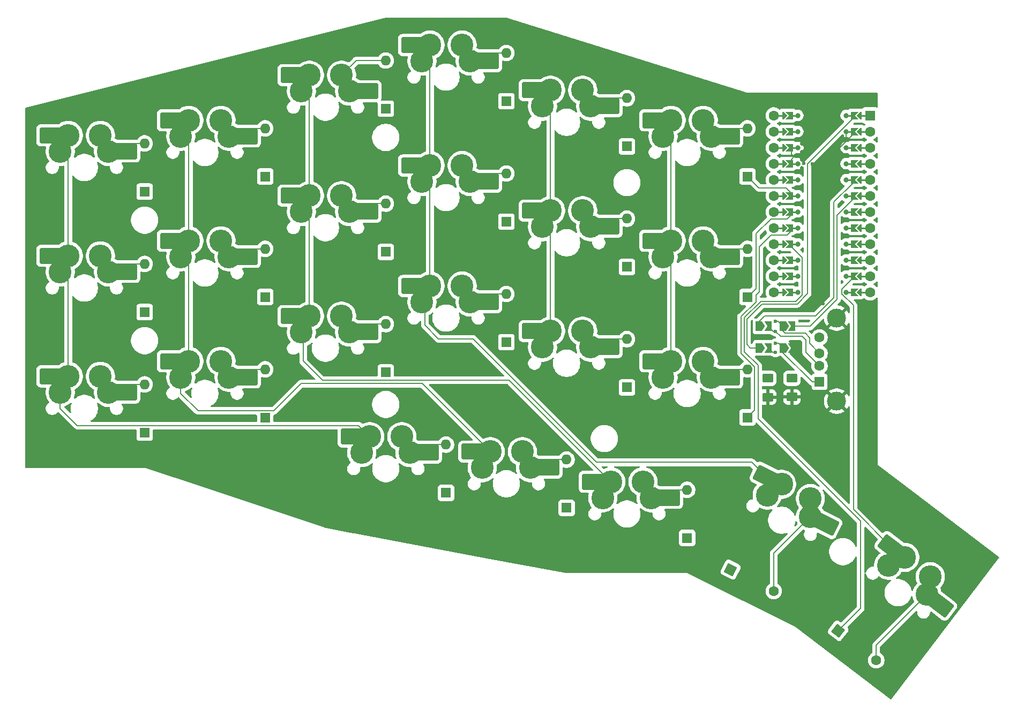
<source format=gbr>
%TF.GenerationSoftware,KiCad,Pcbnew,9.0.2*%
%TF.CreationDate,2025-06-30T19:49:53-10:00*%
%TF.ProjectId,jug,6a75672e-6b69-4636-9164-5f7063625858,rev?*%
%TF.SameCoordinates,Original*%
%TF.FileFunction,Copper,L1,Top*%
%TF.FilePolarity,Positive*%
%FSLAX46Y46*%
G04 Gerber Fmt 4.6, Leading zero omitted, Abs format (unit mm)*
G04 Created by KiCad (PCBNEW 9.0.2) date 2025-06-30 19:49:53*
%MOMM*%
%LPD*%
G01*
G04 APERTURE LIST*
G04 Aperture macros list*
%AMRoundRect*
0 Rectangle with rounded corners*
0 $1 Rounding radius*
0 $2 $3 $4 $5 $6 $7 $8 $9 X,Y pos of 4 corners*
0 Add a 4 corners polygon primitive as box body*
4,1,4,$2,$3,$4,$5,$6,$7,$8,$9,$2,$3,0*
0 Add four circle primitives for the rounded corners*
1,1,$1+$1,$2,$3*
1,1,$1+$1,$4,$5*
1,1,$1+$1,$6,$7*
1,1,$1+$1,$8,$9*
0 Add four rect primitives between the rounded corners*
20,1,$1+$1,$2,$3,$4,$5,0*
20,1,$1+$1,$4,$5,$6,$7,0*
20,1,$1+$1,$6,$7,$8,$9,0*
20,1,$1+$1,$8,$9,$2,$3,0*%
%AMHorizOval*
0 Thick line with rounded ends*
0 $1 width*
0 $2 $3 position (X,Y) of the first rounded end (center of the circle)*
0 $4 $5 position (X,Y) of the second rounded end (center of the circle)*
0 Add line between two ends*
20,1,$1,$2,$3,$4,$5,0*
0 Add two circle primitives to create the rounded ends*
1,1,$1,$2,$3*
1,1,$1,$4,$5*%
%AMRotRect*
0 Rectangle, with rotation*
0 The origin of the aperture is its center*
0 $1 length*
0 $2 width*
0 $3 Rotation angle, in degrees counterclockwise*
0 Add horizontal line*
21,1,$1,$2,0,0,$3*%
%AMFreePoly0*
4,1,6,0.600000,-0.200000,0.600000,-0.400000,-0.600000,-0.400000,-0.600000,-0.200000,0.000000,0.400000,0.600000,-0.200000,0.600000,-0.200000,$1*%
%AMFreePoly1*
4,1,6,0.600000,-1.000000,0.000000,-0.400000,-0.600000,-1.000000,-0.600000,0.250000,0.600000,0.250000,0.600000,-1.000000,0.600000,-1.000000,$1*%
%AMFreePoly2*
4,1,6,0.500000,-0.750000,-0.650000,-0.750000,-0.150000,0.000000,-0.650000,0.750000,0.500000,0.750000,0.500000,-0.750000,0.500000,-0.750000,$1*%
%AMFreePoly3*
4,1,6,1.000000,0.000000,0.500000,-0.750000,-0.500000,-0.750000,-0.500000,0.750000,0.500000,0.750000,1.000000,0.000000,1.000000,0.000000,$1*%
G04 Aperture macros list end*
%TA.AperFunction,EtchedComponent*%
%ADD10C,0.254000*%
%TD*%
%TA.AperFunction,SMDPad,CuDef*%
%ADD11RoundRect,0.250001X0.624999X-0.462499X0.624999X0.462499X-0.624999X0.462499X-0.624999X-0.462499X0*%
%TD*%
%TA.AperFunction,SMDPad,CuDef*%
%ADD12RoundRect,0.250000X-1.525000X-1.000000X1.525000X-1.000000X1.525000X1.000000X-1.525000X1.000000X0*%
%TD*%
%TA.AperFunction,ComponentPad*%
%ADD13C,3.600000*%
%TD*%
%TA.AperFunction,SMDPad,CuDef*%
%ADD14RoundRect,0.250000X-1.810973X-0.214483X0.918577X-1.575386X1.810973X0.214483X-0.918577X1.575386X0*%
%TD*%
%TA.AperFunction,SMDPad,CuDef*%
%ADD15RoundRect,0.250000X-1.819197X0.127071X0.608609X-1.719075X1.819197X-0.127071X-0.608609X1.719075X0*%
%TD*%
%TA.AperFunction,ComponentPad*%
%ADD16R,1.600000X1.600000*%
%TD*%
%TA.AperFunction,ComponentPad*%
%ADD17O,1.600000X1.600000*%
%TD*%
%TA.AperFunction,ComponentPad*%
%ADD18C,1.600000*%
%TD*%
%TA.AperFunction,SMDPad,CuDef*%
%ADD19R,1.600000X1.600000*%
%TD*%
%TA.AperFunction,SMDPad,CuDef*%
%ADD20FreePoly0,90.000000*%
%TD*%
%TA.AperFunction,SMDPad,CuDef*%
%ADD21FreePoly0,270.000000*%
%TD*%
%TA.AperFunction,ComponentPad*%
%ADD22C,0.800000*%
%TD*%
%TA.AperFunction,SMDPad,CuDef*%
%ADD23FreePoly1,270.000000*%
%TD*%
%TA.AperFunction,SMDPad,CuDef*%
%ADD24FreePoly1,90.000000*%
%TD*%
%TA.AperFunction,SMDPad,CuDef*%
%ADD25FreePoly2,0.000000*%
%TD*%
%TA.AperFunction,SMDPad,CuDef*%
%ADD26FreePoly3,0.000000*%
%TD*%
%TA.AperFunction,ComponentPad*%
%ADD27C,3.000000*%
%TD*%
%TA.AperFunction,ComponentPad*%
%ADD28R,1.500000X1.600000*%
%TD*%
%TA.AperFunction,ComponentPad*%
%ADD29HorizOval,1.600000X0.000000X0.000000X0.000000X0.000000X0*%
%TD*%
%TA.AperFunction,ComponentPad*%
%ADD30HorizOval,1.600000X0.000000X0.000000X0.000000X0.000000X0*%
%TD*%
%TA.AperFunction,ComponentPad*%
%ADD31RotRect,1.600000X1.600000X153.500000*%
%TD*%
%TA.AperFunction,ComponentPad*%
%ADD32RotRect,1.600000X1.600000X333.500000*%
%TD*%
%TA.AperFunction,ComponentPad*%
%ADD33HorizOval,1.600000X0.000000X0.000000X0.000000X0.000000X0*%
%TD*%
%TA.AperFunction,ComponentPad*%
%ADD34HorizOval,1.600000X0.000000X0.000000X0.000000X0.000000X0*%
%TD*%
%TA.AperFunction,ComponentPad*%
%ADD35RotRect,1.600000X1.600000X322.250000*%
%TD*%
%TA.AperFunction,ComponentPad*%
%ADD36RotRect,1.600000X1.600000X142.250000*%
%TD*%
%TA.AperFunction,ViaPad*%
%ADD37C,0.600000*%
%TD*%
%TA.AperFunction,Conductor*%
%ADD38C,0.200000*%
%TD*%
G04 APERTURE END LIST*
D10*
%TO.C,U2*%
X175600000Y-32260000D02*
X177378000Y-32260000D01*
X175600000Y-34800000D02*
X177378000Y-34800000D01*
X175600000Y-37340000D02*
X177378000Y-37340000D01*
X175600000Y-39880000D02*
X177378000Y-39880000D01*
X175600000Y-42420000D02*
X177378000Y-42420000D01*
X175600000Y-44960000D02*
X177378000Y-44960000D01*
X175600000Y-47500000D02*
X177378000Y-47500000D01*
X175600000Y-50040000D02*
X177378000Y-50040000D01*
X175600000Y-52580000D02*
X177378000Y-52580000D01*
X175600000Y-55120000D02*
X177378000Y-55120000D01*
X175600000Y-57660000D02*
X177378000Y-57660000D01*
X175600000Y-60200000D02*
X177378000Y-60200000D01*
X179410000Y-32260000D02*
X178140000Y-32260000D01*
X179410000Y-34800000D02*
X178140000Y-34800000D01*
X179410000Y-37340000D02*
X178140000Y-37340000D01*
X179410000Y-39880000D02*
X178140000Y-39879999D01*
X179410000Y-42420000D02*
X178140000Y-42420000D01*
X179410000Y-44960000D02*
X178140000Y-44960000D01*
X179410000Y-47500000D02*
X178140000Y-47500000D01*
X179410000Y-50040000D02*
X178140000Y-50040000D01*
X179410000Y-52580000D02*
X178140000Y-52580001D01*
X179410000Y-55120000D02*
X178140000Y-55120000D01*
X179410000Y-57660000D02*
X178140000Y-57660000D01*
X179410000Y-60200000D02*
X178140000Y-60200000D01*
X187030000Y-32260000D02*
X188300000Y-32260000D01*
X187030000Y-34800000D02*
X188300000Y-34800000D01*
X187030000Y-37340000D02*
X188300000Y-37340000D01*
X187030000Y-39880000D02*
X188300000Y-39879999D01*
X187030000Y-42420000D02*
X188300000Y-42420000D01*
X187030000Y-44960000D02*
X188300000Y-44960000D01*
X187030000Y-47500000D02*
X188300000Y-47500000D01*
X187030000Y-50040000D02*
X188300000Y-50040000D01*
X187030000Y-52580000D02*
X188300000Y-52580001D01*
X187030000Y-55120000D02*
X188300000Y-55120000D01*
X187030000Y-57660000D02*
X188300000Y-57660000D01*
X187030000Y-60200000D02*
X188300000Y-60200000D01*
X190840000Y-32260000D02*
X189062000Y-32260000D01*
X190840000Y-34800000D02*
X189062000Y-34800000D01*
X190840000Y-37340000D02*
X189062000Y-37340000D01*
X190840000Y-39880000D02*
X189062000Y-39880000D01*
X190840000Y-42420000D02*
X189062000Y-42420000D01*
X190840000Y-44960000D02*
X189062000Y-44960000D01*
X190840000Y-47500000D02*
X189062000Y-47500000D01*
X190840000Y-50040000D02*
X189062000Y-50040000D01*
X190840000Y-52580000D02*
X189062000Y-52580000D01*
X190840000Y-55120000D02*
X189062000Y-55120000D01*
X190840000Y-57660000D02*
X189062000Y-57660000D01*
X190840000Y-60200000D02*
X189062000Y-60200000D01*
%TD*%
D11*
%TO.P,D26,2,A*%
%TO.N,LED0*%
X174676400Y-73807900D03*
%TO.P,D26,1,K*%
%TO.N,GND*%
X174676400Y-76782900D03*
%TD*%
D12*
%TO.P,S21,1,1*%
%TO.N,COL2L*%
X147083200Y-90172000D03*
D13*
X148593200Y-92712000D03*
X149863200Y-90172000D03*
%TO.P,S21,2,2*%
%TO.N,Net-(D21-A)*%
X154943200Y-90172000D03*
X156213200Y-92712000D03*
D12*
X158988200Y-92712000D03*
%TD*%
%TO.P,S1,1,1*%
%TO.N,COL0L*%
X61356400Y-35402100D03*
D13*
X62866400Y-37942100D03*
X64136400Y-35402100D03*
%TO.P,S1,2,2*%
%TO.N,Net-(D1-A)*%
X69216400Y-35402100D03*
X70486400Y-37942100D03*
D12*
X73261400Y-37942100D03*
%TD*%
%TO.P,S2,1,1*%
%TO.N,COL1L*%
X80406800Y-33020800D03*
D13*
X81916800Y-35560800D03*
X83186800Y-33020800D03*
%TO.P,S2,2,2*%
%TO.N,Net-(D2-A)*%
X88266800Y-33020800D03*
X89536800Y-35560800D03*
D12*
X92311800Y-35560800D03*
%TD*%
%TO.P,S3,1,1*%
%TO.N,COL2L*%
X99457200Y-25876900D03*
D13*
X100967200Y-28416900D03*
X102237200Y-25876900D03*
%TO.P,S3,2,2*%
%TO.N,Net-(D3-A)*%
X107317200Y-25876900D03*
X108587200Y-28416900D03*
D12*
X111362200Y-28416900D03*
%TD*%
%TO.P,S4,1,1*%
%TO.N,COL3L*%
X118507600Y-21114300D03*
D13*
X120017600Y-23654300D03*
X121287600Y-21114300D03*
%TO.P,S4,2,2*%
%TO.N,Net-(D4-A)*%
X126367600Y-21114300D03*
X127637600Y-23654300D03*
D12*
X130412600Y-23654300D03*
%TD*%
%TO.P,S5,1,1*%
%TO.N,COL4L*%
X137558000Y-28258200D03*
D13*
X139068000Y-30798200D03*
X140338000Y-28258200D03*
%TO.P,S5,2,2*%
%TO.N,Net-(D5-A)*%
X145418000Y-28258200D03*
X146688000Y-30798200D03*
D12*
X149463000Y-30798200D03*
%TD*%
%TO.P,S6,1,1*%
%TO.N,COL5L*%
X156608400Y-33020800D03*
D13*
X158118400Y-35560800D03*
X159388400Y-33020800D03*
%TO.P,S6,2,2*%
%TO.N,Net-(D6-A)*%
X164468400Y-33020800D03*
X165738400Y-35560800D03*
D12*
X168513400Y-35560800D03*
%TD*%
%TO.P,S7,1,1*%
%TO.N,COL0L*%
X61356400Y-54452500D03*
D13*
X62866400Y-56992500D03*
X64136400Y-54452500D03*
%TO.P,S7,2,2*%
%TO.N,Net-(D7-A)*%
X69216400Y-54452500D03*
X70486400Y-56992500D03*
D12*
X73261400Y-56992500D03*
%TD*%
%TO.P,S8,1,1*%
%TO.N,COL1L*%
X80406800Y-52071200D03*
D13*
X81916800Y-54611200D03*
X83186800Y-52071200D03*
%TO.P,S8,2,2*%
%TO.N,Net-(D8-A)*%
X88266800Y-52071200D03*
X89536800Y-54611200D03*
D12*
X92311800Y-54611200D03*
%TD*%
%TO.P,S9,1,1*%
%TO.N,COL2L*%
X99457200Y-44927300D03*
D13*
X100967200Y-47467300D03*
X102237200Y-44927300D03*
%TO.P,S9,2,2*%
%TO.N,Net-(D9-A)*%
X107317200Y-44927300D03*
X108587200Y-47467300D03*
D12*
X111362200Y-47467300D03*
%TD*%
%TO.P,S10,1,1*%
%TO.N,COL3L*%
X118507600Y-40164700D03*
D13*
X120017600Y-42704700D03*
X121287600Y-40164700D03*
%TO.P,S10,2,2*%
%TO.N,Net-(D10-A)*%
X126367600Y-40164700D03*
X127637600Y-42704700D03*
D12*
X130412600Y-42704700D03*
%TD*%
%TO.P,S11,1,1*%
%TO.N,COL4L*%
X137558000Y-47308600D03*
D13*
X139068000Y-49848600D03*
X140338000Y-47308600D03*
%TO.P,S11,2,2*%
%TO.N,Net-(D11-A)*%
X145418000Y-47308600D03*
X146688000Y-49848600D03*
D12*
X149463000Y-49848600D03*
%TD*%
%TO.P,S12,1,1*%
%TO.N,COL5L*%
X156608400Y-52071200D03*
D13*
X158118400Y-54611200D03*
X159388400Y-52071200D03*
%TO.P,S12,2,2*%
%TO.N,Net-(D12-A)*%
X164468400Y-52071200D03*
X165738400Y-54611200D03*
D12*
X168513400Y-54611200D03*
%TD*%
%TO.P,S13,1,1*%
%TO.N,COL0L*%
X61356400Y-73502900D03*
D13*
X62866400Y-76042900D03*
X64136400Y-73502900D03*
%TO.P,S13,2,2*%
%TO.N,Net-(D13-A)*%
X69216400Y-73502900D03*
X70486400Y-76042900D03*
D12*
X73261400Y-76042900D03*
%TD*%
%TO.P,S14,1,1*%
%TO.N,COL1L*%
X80406800Y-71121600D03*
D13*
X81916800Y-73661600D03*
X83186800Y-71121600D03*
%TO.P,S14,2,2*%
%TO.N,Net-(D14-A)*%
X88266800Y-71121600D03*
X89536800Y-73661600D03*
D12*
X92311800Y-73661600D03*
%TD*%
%TO.P,S15,1,1*%
%TO.N,COL2L*%
X99457200Y-63977700D03*
D13*
X100967200Y-66517700D03*
X102237200Y-63977700D03*
%TO.P,S15,2,2*%
%TO.N,Net-(D15-A)*%
X107317200Y-63977700D03*
X108587200Y-66517700D03*
D12*
X111362200Y-66517700D03*
%TD*%
%TO.P,S16,1,1*%
%TO.N,COL3L*%
X118507600Y-59215100D03*
D13*
X120017600Y-61755100D03*
X121287600Y-59215100D03*
%TO.P,S16,2,2*%
%TO.N,Net-(D16-A)*%
X126367600Y-59215100D03*
X127637600Y-61755100D03*
D12*
X130412600Y-61755100D03*
%TD*%
%TO.P,S17,1,1*%
%TO.N,COL4L*%
X137558000Y-66359000D03*
D13*
X139068000Y-68899000D03*
X140338000Y-66359000D03*
%TO.P,S17,2,2*%
%TO.N,Net-(D17-A)*%
X145418000Y-66359000D03*
X146688000Y-68899000D03*
D12*
X149463000Y-68899000D03*
%TD*%
%TO.P,S18,1,1*%
%TO.N,COL5L*%
X156608400Y-71121600D03*
D13*
X158118400Y-73661600D03*
X159388400Y-71121600D03*
%TO.P,S18,2,2*%
%TO.N,Net-(D18-A)*%
X164468400Y-71121600D03*
X165738400Y-73661600D03*
D12*
X168513400Y-73661600D03*
%TD*%
%TO.P,S19,1,1*%
%TO.N,COL0L*%
X108982400Y-83028100D03*
D13*
X110492400Y-85568100D03*
X111762400Y-83028100D03*
%TO.P,S19,2,2*%
%TO.N,Net-(D19-A)*%
X116842400Y-83028100D03*
X118112400Y-85568100D03*
D12*
X120887400Y-85568100D03*
%TD*%
%TO.P,S20,1,1*%
%TO.N,COL1L*%
X128032800Y-85409400D03*
D13*
X129542800Y-87949400D03*
X130812800Y-85409400D03*
%TO.P,S20,2,2*%
%TO.N,Net-(D20-A)*%
X135892800Y-85409400D03*
X137162800Y-87949400D03*
D12*
X139937800Y-87949400D03*
%TD*%
D14*
%TO.P,S22,1,1*%
%TO.N,COL3L*%
X174355634Y-89329961D03*
D13*
X174573643Y-92276853D03*
X176843552Y-90570391D03*
%TO.P,S22,2,2*%
%TO.N,Net-(D22-A)*%
X181389818Y-92837076D03*
X181393042Y-95676880D03*
D14*
X183876485Y-96915079D03*
%TD*%
D15*
%TO.P,S23,1,1*%
%TO.N,COL4L*%
X194090163Y-100436146D03*
D13*
X193754679Y-103371985D03*
X196303048Y-102118863D03*
%TO.P,S23,2,2*%
%TO.N,Net-(D23-A)*%
X200346739Y-105193757D03*
X199820214Y-107984325D03*
D15*
X202029120Y-109664016D03*
%TD*%
D16*
%TO.P,D3,1,K*%
%TO.N,ROW0L*%
X114302400Y-31193800D03*
X114302400Y-31193800D03*
D17*
%TO.P,D3,2,A*%
%TO.N,Net-(D3-A)*%
X114302400Y-23573800D03*
X114302400Y-23573800D03*
%TD*%
D11*
%TO.P,D27,1,K*%
%TO.N,GND*%
X178476400Y-76770400D03*
%TO.P,D27,2,A*%
%TO.N,LED1*%
X178476400Y-73795400D03*
%TD*%
D18*
%TO.P,U2,*%
%TO.N,*%
X190840000Y-32260000D03*
D19*
X190840000Y-32260000D03*
D20*
X189062000Y-32260000D03*
D21*
X177378000Y-32260000D03*
D18*
X175600000Y-32260000D03*
X190840000Y-34800000D03*
D20*
X189062000Y-34800000D03*
D21*
X177378000Y-34800000D03*
D18*
X175600000Y-34800000D03*
X190840000Y-37340000D03*
D20*
X189062000Y-37340000D03*
D21*
X177378000Y-37340000D03*
D18*
X175600000Y-37340000D03*
X190840000Y-39880000D03*
D20*
X189062000Y-39880000D03*
D21*
X177378000Y-39880000D03*
D18*
X175600000Y-39880000D03*
X190840000Y-42420000D03*
D20*
X189062000Y-42420000D03*
D21*
X177378000Y-42420000D03*
D18*
X175600000Y-42420000D03*
X190840000Y-44960000D03*
D20*
X189062000Y-44960000D03*
D21*
X177378000Y-44960000D03*
D18*
X175600000Y-44960000D03*
X190840000Y-47500000D03*
D20*
X189062000Y-47500000D03*
D21*
X177378000Y-47500000D03*
D18*
X175600000Y-47500000D03*
X190840000Y-50040000D03*
D20*
X189062000Y-50040000D03*
D21*
X177378000Y-50040000D03*
D18*
X175600000Y-50040000D03*
X190840000Y-52580000D03*
D20*
X189062000Y-52580000D03*
D21*
X177378000Y-52580000D03*
D18*
X175600000Y-52580000D03*
X190840000Y-55120000D03*
D20*
X189062000Y-55120000D03*
D21*
X177378000Y-55120000D03*
D18*
X175600000Y-55120000D03*
X190840000Y-57660000D03*
D20*
X189062000Y-57660000D03*
D21*
X177378000Y-57660000D03*
D18*
X175600000Y-57660000D03*
X190840000Y-60200000D03*
D20*
X189062000Y-60200000D03*
D21*
X177378000Y-60200000D03*
D18*
X175600000Y-60200000D03*
D22*
%TO.P,U2,1,TX0/PD3*%
%TO.N,unconnected-(U2-TX0{slash}PD3-Pad1)*%
X179410000Y-32260000D03*
D23*
%TO.N,unconnected-(U2-TX0{slash}PD3-Pad1)_2*%
X178394000Y-32260000D03*
D22*
%TO.P,U2,2,RX1/PD2*%
%TO.N,unconnected-(U2-RX1{slash}PD2-Pad2)_1*%
X179410000Y-34800000D03*
D23*
%TO.N,unconnected-(U2-RX1{slash}PD2-Pad2)*%
X178394000Y-34800000D03*
D22*
%TO.P,U2,3,GND*%
%TO.N,GND*%
X179410000Y-37340000D03*
D23*
X178394000Y-37340000D03*
D22*
%TO.P,U2,4,GND*%
X179410000Y-39880000D03*
D23*
X178394000Y-39880000D03*
D22*
%TO.P,U2,5,2/PD1*%
%TO.N,unconnected-(U2-2{slash}PD1-Pad5)*%
X179410000Y-42420000D03*
D23*
%TO.N,unconnected-(U2-2{slash}PD1-Pad5)_2*%
X178394000Y-42420000D03*
D22*
%TO.P,U2,6,3/PD0*%
%TO.N,ROW0L*%
X179410000Y-44960000D03*
D23*
X178394000Y-44960000D03*
D22*
%TO.P,U2,7,4/PD4*%
%TO.N,ROW1L*%
X179410000Y-47500000D03*
D23*
X178394000Y-47500000D03*
D22*
%TO.P,U2,8,5/PC6*%
%TO.N,ROW2L*%
X179410000Y-50040000D03*
D23*
X178394000Y-50040000D03*
D22*
%TO.P,U2,9,6/PD7*%
%TO.N,ROW3L*%
X179410000Y-52580000D03*
D23*
X178394000Y-52580000D03*
D22*
%TO.P,U2,10,7/PE6*%
%TO.N,unconnected-(U2-7{slash}PE6-Pad10)*%
X179410000Y-55120000D03*
D23*
X178394000Y-55120000D03*
D22*
%TO.P,U2,11,8/PB4*%
%TO.N,LED0*%
X179410000Y-57660000D03*
D23*
X178394000Y-57660000D03*
D22*
%TO.P,U2,12,9/PB5*%
%TO.N,LED1*%
X179410000Y-60200000D03*
D23*
X178394000Y-60200000D03*
D24*
%TO.P,U2,13,10/PB6*%
%TO.N,COL5L*%
X188046000Y-60200000D03*
D22*
X187030000Y-60200000D03*
D24*
%TO.P,U2,14,16/PB2*%
%TO.N,COL4L*%
X188046000Y-57660000D03*
D22*
X187030000Y-57660000D03*
D24*
%TO.P,U2,15,14/PB3*%
%TO.N,COL3L*%
X188046000Y-55120000D03*
D22*
X187030000Y-55120000D03*
D24*
%TO.P,U2,16,15/PB1*%
%TO.N,COL2L*%
X188046000Y-52580000D03*
D22*
X187030000Y-52580000D03*
D24*
%TO.P,U2,17,A0/PF7*%
%TO.N,COL1L*%
X188046000Y-50040000D03*
D22*
X187030000Y-50040000D03*
D24*
%TO.P,U2,18,A1/PF6*%
%TO.N,COL0L*%
X188046000Y-47500000D03*
D22*
X187030000Y-47500000D03*
D24*
%TO.P,U2,19,A2/PF5*%
%TO.N,INTERCONNECT_B*%
X188046000Y-44960000D03*
D22*
X187030000Y-44960000D03*
D24*
%TO.P,U2,20,A3/PF4*%
%TO.N,INTERCONNECT_A*%
X188046000Y-42420000D03*
D22*
X187030000Y-42420000D03*
D24*
%TO.P,U2,21,VCC*%
%TO.N,unconnected-(U2-VCC-Pad21)*%
X188046000Y-39880000D03*
D22*
%TO.N,unconnected-(U2-VCC-Pad21)_1*%
X187030000Y-39880000D03*
D24*
%TO.P,U2,22,RST*%
%TO.N,unconnected-(U2-RST-Pad22)_2*%
X188046000Y-37340000D03*
D22*
%TO.N,unconnected-(U2-RST-Pad22)*%
X187030000Y-37340000D03*
D24*
%TO.P,U2,23,GND*%
%TO.N,GND*%
X188046000Y-34800000D03*
D22*
X187030000Y-34800000D03*
D24*
%TO.P,U2,24,RAW*%
%TO.N,+5V*%
X188046000Y-32260000D03*
D22*
X187030000Y-32260000D03*
%TD*%
D25*
%TO.P,JP5,2,B*%
%TO.N,Net-(J1-GND)*%
X174725000Y-69000000D03*
D26*
%TO.P,JP5,1,A*%
%TO.N,+5V*%
X173275000Y-69000000D03*
%TD*%
D25*
%TO.P,JP6,2,B*%
%TO.N,GND*%
X178525000Y-69000000D03*
D26*
%TO.P,JP6,1,A*%
%TO.N,Net-(J1-VBUS)*%
X177075000Y-69000000D03*
%TD*%
%TO.P,JP2,1,A*%
%TO.N,Net-(J1-D+)*%
X177075000Y-65600000D03*
D25*
%TO.P,JP2,2,B*%
%TO.N,INTERCONNECT_B*%
X178525000Y-65600000D03*
%TD*%
D27*
%TO.P,J1,5,Shield*%
%TO.N,GND*%
X185550000Y-64280000D03*
X185550000Y-77420000D03*
D18*
%TO.P,J1,4,GND*%
%TO.N,Net-(J1-GND)*%
X182840000Y-67350001D03*
%TO.P,J1,3,D+*%
%TO.N,Net-(J1-D+)*%
X182840000Y-69849999D03*
%TO.P,J1,2,D-*%
%TO.N,Net-(J1-D-)*%
X182840000Y-71850000D03*
D28*
%TO.P,J1,1,VBUS*%
%TO.N,Net-(J1-VBUS)*%
X182840000Y-74350000D03*
%TD*%
D26*
%TO.P,JP1,1,A*%
%TO.N,INTERCONNECT_A*%
X173275000Y-65600000D03*
D25*
%TO.P,JP1,2,B*%
%TO.N,Net-(J1-D-)*%
X174725000Y-65600000D03*
%TD*%
D17*
%TO.P,D16,2,A*%
%TO.N,Net-(D16-A)*%
X133352800Y-60485100D03*
X133352800Y-60485100D03*
D16*
%TO.P,D16,1,K*%
%TO.N,ROW2L*%
X133352800Y-68105100D03*
X133352800Y-68105100D03*
%TD*%
D17*
%TO.P,D7,2,A*%
%TO.N,Net-(D7-A)*%
X76201600Y-55722500D03*
X76201600Y-55722500D03*
D16*
%TO.P,D7,1,K*%
%TO.N,ROW1L*%
X76201600Y-63342500D03*
X76201600Y-63342500D03*
%TD*%
D17*
%TO.P,D17,2,A*%
%TO.N,Net-(D17-A)*%
X152403200Y-67629000D03*
X152403200Y-67629000D03*
D16*
%TO.P,D17,1,K*%
%TO.N,ROW2L*%
X152403200Y-75249000D03*
X152403200Y-75249000D03*
%TD*%
D17*
%TO.P,D21,2,A*%
%TO.N,Net-(D21-A)*%
X161928400Y-91442000D03*
X161928400Y-91442000D03*
D16*
%TO.P,D21,1,K*%
%TO.N,ROW3L*%
X161928400Y-99062000D03*
X161928400Y-99062000D03*
%TD*%
D17*
%TO.P,D6,2,A*%
%TO.N,Net-(D6-A)*%
X171453600Y-34290800D03*
X171453600Y-34290800D03*
D16*
%TO.P,D6,1,K*%
%TO.N,ROW0L*%
X171453600Y-41910800D03*
X171453600Y-41910800D03*
%TD*%
D17*
%TO.P,D18,2,A*%
%TO.N,Net-(D18-A)*%
X171453600Y-72391600D03*
X171453600Y-72391600D03*
D16*
%TO.P,D18,1,K*%
%TO.N,ROW2L*%
X171453600Y-80011600D03*
X171453600Y-80011600D03*
%TD*%
D17*
%TO.P,D1,2,A*%
%TO.N,Net-(D1-A)*%
X76201600Y-36672100D03*
X76201600Y-36672100D03*
D16*
%TO.P,D1,1,K*%
%TO.N,ROW0L*%
X76201600Y-44292100D03*
X76201600Y-44292100D03*
%TD*%
D17*
%TO.P,D10,2,A*%
%TO.N,Net-(D10-A)*%
X133352800Y-41434700D03*
X133352800Y-41434700D03*
D16*
%TO.P,D10,1,K*%
%TO.N,ROW1L*%
X133352800Y-49054700D03*
X133352800Y-49054700D03*
%TD*%
D17*
%TO.P,D15,2,A*%
%TO.N,Net-(D15-A)*%
X114302400Y-65247700D03*
X114302400Y-65247700D03*
D16*
%TO.P,D15,1,K*%
%TO.N,ROW2L*%
X114302400Y-72867700D03*
X114302400Y-72867700D03*
%TD*%
D17*
%TO.P,D12,2,A*%
%TO.N,Net-(D12-A)*%
X171453600Y-53341200D03*
X171453600Y-53341200D03*
D16*
%TO.P,D12,1,K*%
%TO.N,ROW1L*%
X171453600Y-60961200D03*
X171453600Y-60961200D03*
%TD*%
D29*
%TO.P,D22,2,A*%
%TO.N,Net-(D22-A)*%
X175609701Y-107450014D03*
D30*
X175609701Y-107450014D03*
D31*
%TO.P,D22,1,K*%
%TO.N,ROW3L*%
X168790301Y-104049987D03*
D32*
X168790301Y-104049987D03*
%TD*%
D17*
%TO.P,D9,2,A*%
%TO.N,Net-(D9-A)*%
X114302400Y-46197300D03*
X114302400Y-46197300D03*
D16*
%TO.P,D9,1,K*%
%TO.N,ROW1L*%
X114302400Y-53817300D03*
X114302400Y-53817300D03*
%TD*%
D17*
%TO.P,D2,2,A*%
%TO.N,Net-(D2-A)*%
X95252000Y-34290800D03*
X95252000Y-34290800D03*
D16*
%TO.P,D2,1,K*%
%TO.N,ROW0L*%
X95252000Y-41910800D03*
X95252000Y-41910800D03*
%TD*%
D17*
%TO.P,D20,2,A*%
%TO.N,Net-(D20-A)*%
X142878000Y-86679400D03*
X142878000Y-86679400D03*
D16*
%TO.P,D20,1,K*%
%TO.N,ROW3L*%
X142878000Y-94299400D03*
X142878000Y-94299400D03*
%TD*%
D17*
%TO.P,D13,2,A*%
%TO.N,Net-(D13-A)*%
X76201600Y-74772900D03*
X76201600Y-74772900D03*
D16*
%TO.P,D13,1,K*%
%TO.N,ROW2L*%
X76201600Y-82392900D03*
X76201600Y-82392900D03*
%TD*%
D17*
%TO.P,D11,2,A*%
%TO.N,Net-(D11-A)*%
X152403200Y-48578600D03*
X152403200Y-48578600D03*
D16*
%TO.P,D11,1,K*%
%TO.N,ROW1L*%
X152403200Y-56198600D03*
X152403200Y-56198600D03*
%TD*%
D17*
%TO.P,D5,2,A*%
%TO.N,Net-(D5-A)*%
X152403200Y-29528200D03*
X152403200Y-29528200D03*
D16*
%TO.P,D5,1,K*%
%TO.N,ROW0L*%
X152403200Y-37148200D03*
X152403200Y-37148200D03*
%TD*%
D17*
%TO.P,D14,2,A*%
%TO.N,Net-(D14-A)*%
X95252000Y-72391600D03*
X95252000Y-72391600D03*
D16*
%TO.P,D14,1,K*%
%TO.N,ROW2L*%
X95252000Y-80011600D03*
X95252000Y-80011600D03*
%TD*%
D17*
%TO.P,D8,2,A*%
%TO.N,Net-(D8-A)*%
X95252000Y-53341200D03*
X95252000Y-53341200D03*
D16*
%TO.P,D8,1,K*%
%TO.N,ROW1L*%
X95252000Y-60961200D03*
X95252000Y-60961200D03*
%TD*%
D17*
%TO.P,D19,2,A*%
%TO.N,Net-(D19-A)*%
X123827600Y-84298100D03*
X123827600Y-84298100D03*
D16*
%TO.P,D19,1,K*%
%TO.N,ROW3L*%
X123827600Y-91918100D03*
X123827600Y-91918100D03*
%TD*%
D17*
%TO.P,D4,2,A*%
%TO.N,Net-(D4-A)*%
X133352800Y-22384300D03*
X133352800Y-22384300D03*
D16*
%TO.P,D4,1,K*%
%TO.N,ROW0L*%
X133352800Y-30004300D03*
X133352800Y-30004300D03*
%TD*%
D33*
%TO.P,D23,2,A*%
%TO.N,Net-(D23-A)*%
X191812528Y-118382549D03*
D34*
X191812528Y-118382549D03*
D35*
%TO.P,D23,1,K*%
%TO.N,ROW3L*%
X185787473Y-113717453D03*
D36*
X185787473Y-113717453D03*
%TD*%
D37*
%TO.N,LED1*%
X178476400Y-73795400D03*
%TO.N,LED0*%
X174676400Y-73807900D03*
%TO.N,INTERCONNECT_B*%
X178625000Y-65600000D03*
%TO.N,GND*%
X178625000Y-69000000D03*
%TO.N,+5V*%
X173275000Y-69000000D03*
%TO.N,Net-(J1-GND)*%
X175900000Y-69700000D03*
%TO.N,Net-(J1-VBUS)*%
X175900000Y-68300000D03*
%TO.N,INTERCONNECT_A*%
X173275000Y-65600000D03*
%TO.N,Net-(J1-D+)*%
X175900000Y-64800000D03*
%TO.N,Net-(J1-D-)*%
X175900000Y-66400000D03*
%TO.N,GND*%
X180343921Y-39810763D03*
X181743227Y-39873227D03*
X183412897Y-62012897D03*
%TD*%
D38*
%TO.N,ROW3L*%
X185787473Y-113717453D02*
X189337600Y-110167326D01*
X189337600Y-110167326D02*
X189337600Y-96396000D01*
X189337600Y-96396000D02*
X173120000Y-80178400D01*
X170950000Y-64230000D02*
X173540000Y-61640000D01*
X180111000Y-54725001D02*
X178394000Y-53008001D01*
X173120000Y-80178400D02*
X173120000Y-71780000D01*
X173120000Y-71780000D02*
X170950000Y-69610000D01*
X170950000Y-69610000D02*
X170950000Y-64230000D01*
X173540000Y-61640000D02*
X179080000Y-61640000D01*
X179080000Y-61640000D02*
X180111000Y-60609000D01*
X180111000Y-60609000D02*
X180111000Y-54725001D01*
%TO.N,Net-(D3-A)*%
X114302400Y-23573800D02*
X109620300Y-23573800D01*
X109620300Y-23573800D02*
X107317200Y-25876900D01*
%TO.N,ROW0L*%
X114302400Y-31193800D02*
X114296600Y-31188000D01*
%TO.N,COL1L*%
X81916800Y-73661600D02*
X81916800Y-76207184D01*
X84670216Y-78960600D02*
X96590600Y-78960600D01*
X81916800Y-76207184D02*
X84670216Y-78960600D01*
X96590600Y-78960600D02*
X100892800Y-74658400D01*
X100892800Y-74658400D02*
X120061800Y-74658400D01*
X120061800Y-74658400D02*
X130812800Y-85409400D01*
%TO.N,COL3L*%
X120017600Y-61755100D02*
X120477600Y-62215100D01*
X128078400Y-67558400D02*
X147620000Y-87100000D01*
X172125673Y-87100000D02*
X174355634Y-89329961D01*
X120477600Y-62215100D02*
X120477600Y-65398400D01*
X120477600Y-65398400D02*
X122637600Y-67558400D01*
X122637600Y-67558400D02*
X128078400Y-67558400D01*
X147620000Y-87100000D02*
X172125673Y-87100000D01*
%TO.N,COL2L*%
X100967200Y-66517700D02*
X101250000Y-66800500D01*
X101250000Y-66800500D02*
X101250000Y-71090800D01*
X101250000Y-71090800D02*
X104277600Y-74118400D01*
X133809600Y-74118400D02*
X149863200Y-90172000D01*
X104277600Y-74118400D02*
X133809600Y-74118400D01*
%TO.N,Net-(J1-D+)*%
X182500000Y-69849999D02*
X182840000Y-69849999D01*
X182500000Y-69509999D02*
X182500000Y-69849999D01*
X182840000Y-69849999D02*
X182500000Y-69509999D01*
%TO.N,INTERCONNECT_A*%
X173275000Y-65600000D02*
X173275000Y-64845000D01*
X173275000Y-64845000D02*
X174168194Y-63951806D01*
%TO.N,Net-(J1-D+)*%
X182840000Y-69849999D02*
X182840000Y-69840000D01*
%TO.N,Net-(J1-GND)*%
X174725000Y-69000000D02*
X175425000Y-69700000D01*
%TO.N,Net-(J1-D+)*%
X176275000Y-64800000D02*
X175900000Y-64800000D01*
X177420000Y-66700000D02*
X180600000Y-66700000D01*
X177075000Y-66355000D02*
X177420000Y-66700000D01*
X181300000Y-67400000D02*
X181300000Y-68309999D01*
X181300000Y-68309999D02*
X182840000Y-69849999D01*
%TO.N,Net-(J1-D-)*%
X180700000Y-69710000D02*
X182840000Y-71850000D01*
X180100000Y-67200000D02*
X180700000Y-67800000D01*
X180700000Y-67800000D02*
X180700000Y-69710000D01*
X175900000Y-66400000D02*
X176700000Y-67200000D01*
X176700000Y-67200000D02*
X180100000Y-67200000D01*
%TO.N,Net-(J1-GND)*%
X175500000Y-69700000D02*
X175900000Y-69700000D01*
%TO.N,Net-(J1-D-)*%
X174725000Y-65600000D02*
X175525000Y-66400000D01*
X175600000Y-66400000D02*
X175900000Y-66400000D01*
X175525000Y-66400000D02*
X175600000Y-66400000D01*
%TO.N,+5V*%
X171900000Y-69000000D02*
X173275000Y-69000000D01*
%TO.N,Net-(J1-VBUS)*%
X177075000Y-69000000D02*
X177075000Y-69755000D01*
X181670000Y-74350000D02*
X182840000Y-74350000D01*
X177075000Y-69755000D02*
X181670000Y-74350000D01*
%TO.N,INTERCONNECT_A*%
X174168194Y-63951806D02*
X182251806Y-63951806D01*
%TO.N,Net-(J1-D+)*%
X177075000Y-65600000D02*
X177075000Y-66355000D01*
X180600000Y-66700000D02*
X181300000Y-67400000D01*
X177075000Y-65600000D02*
X176275000Y-64800000D01*
%TO.N,Net-(J1-GND)*%
X175425000Y-69700000D02*
X175500000Y-69700000D01*
%TO.N,Net-(J1-VBUS)*%
X176300000Y-68300000D02*
X175900000Y-68300000D01*
X177075000Y-69000000D02*
X176375000Y-68300000D01*
X176375000Y-68300000D02*
X176300000Y-68300000D01*
%TO.N,+5V*%
X188046000Y-32792636D02*
X180937000Y-39901636D01*
%TO.N,GND*%
X183410053Y-39968583D02*
X183388636Y-39990000D01*
X183388636Y-39990000D02*
X181860000Y-39990000D01*
X181860000Y-39990000D02*
X181743227Y-39873227D01*
%TO.N,ROW2L*%
X171453600Y-80011600D02*
X172580000Y-78885200D01*
X172580000Y-78885200D02*
X172580000Y-71970000D01*
X172780000Y-61720000D02*
X172780000Y-60650000D01*
X172580000Y-71970000D02*
X170450000Y-69840000D01*
X170450000Y-69840000D02*
X170450000Y-64050000D01*
X173290000Y-60140000D02*
X173290000Y-52994950D01*
X170450000Y-64050000D02*
X172780000Y-61720000D01*
X172780000Y-60650000D02*
X173290000Y-60140000D01*
X173290000Y-52994950D02*
X175143950Y-51141000D01*
X175143950Y-51141000D02*
X177721000Y-51141000D01*
X177721000Y-51141000D02*
X178394000Y-50468000D01*
%TO.N,+5V*%
X188046000Y-32688000D02*
X188046000Y-32792636D01*
X180937000Y-39901636D02*
X180937000Y-60423000D01*
X180937000Y-60423000D02*
X179290000Y-62070000D01*
X179290000Y-62070000D02*
X173770000Y-62070000D01*
X171370000Y-68470000D02*
X171900000Y-69000000D01*
X173770000Y-62070000D02*
X171370000Y-64470000D01*
X171370000Y-64470000D02*
X171370000Y-68470000D01*
%TO.N,COL0L*%
X62866400Y-76042900D02*
X62866400Y-78588484D01*
X62866400Y-78588484D02*
X65569816Y-81291900D01*
X65569816Y-81291900D02*
X110026200Y-81291900D01*
X110026200Y-81291900D02*
X111762400Y-83028100D01*
%TO.N,COL1L*%
X83186800Y-71121600D02*
X83961600Y-71121600D01*
%TO.N,INTERCONNECT_B*%
X181330000Y-65600000D02*
X185600000Y-61330000D01*
X185600000Y-61330000D02*
X185600000Y-48009346D01*
X185600000Y-48009346D02*
X188046000Y-45563346D01*
X188046000Y-45563346D02*
X188046000Y-45338000D01*
%TO.N,INTERCONNECT_A*%
X182251806Y-63951806D02*
X185120000Y-61083612D01*
X188046000Y-43023346D02*
X188046000Y-42798000D01*
X185120000Y-61083612D02*
X185120000Y-45949346D01*
X185120000Y-45949346D02*
X188046000Y-43023346D01*
%TO.N,GND*%
X183414318Y-39964318D02*
X187339318Y-36039318D01*
X187339318Y-36039318D02*
X187000000Y-35700000D01*
X187000000Y-35700000D02*
X187000000Y-35178000D01*
X187000000Y-35178000D02*
X187030000Y-35178000D01*
%TO.N,COL5L*%
X159388400Y-33020800D02*
X159388400Y-71121600D01*
%TO.N,COL4L*%
X140338000Y-28258200D02*
X140338000Y-66359000D01*
%TO.N,COL3L*%
X121287600Y-59215100D02*
X121930995Y-59215100D01*
X121287600Y-21114300D02*
X121287600Y-59215100D01*
%TO.N,COL2L*%
X102237200Y-63977700D02*
X103027700Y-63977700D01*
X102237200Y-25876900D02*
X102237200Y-63977700D01*
%TO.N,COL1L*%
X83186800Y-33020800D02*
X83186800Y-71121600D01*
%TO.N,COL0L*%
X64136400Y-35402100D02*
X64136400Y-73502900D01*
X64136400Y-73502900D02*
X64975137Y-73502900D01*
%TO.N,GND*%
X178750000Y-38750000D02*
X178394000Y-38394000D01*
X178394000Y-38394000D02*
X178394000Y-37768000D01*
X178850000Y-38750000D02*
X178394000Y-39206000D01*
X178850000Y-38750000D02*
X178750000Y-38750000D01*
X187339318Y-36039318D02*
X188046000Y-35332636D01*
X188046000Y-35332636D02*
X188046000Y-35228000D01*
X179500000Y-38750000D02*
X178850000Y-38750000D01*
X178394000Y-39206000D02*
X178394000Y-39451999D01*
X183414318Y-39964318D02*
X183410053Y-39968583D01*
X180343921Y-39593921D02*
X179500000Y-38750000D01*
X180343921Y-39810763D02*
X180343921Y-39593921D01*
%TO.N,Net-(D23-A)*%
X191812528Y-115992011D02*
X191812528Y-118382549D01*
X199820214Y-107984325D02*
X191812528Y-115992011D01*
%TO.N,Net-(D22-A)*%
X175609701Y-101460221D02*
X175609701Y-107450014D01*
X181393042Y-95676880D02*
X175609701Y-101460221D01*
%TO.N,Net-(D21-A)*%
X157483200Y-91442000D02*
X156213200Y-92712000D01*
X161928400Y-91442000D02*
X157483200Y-91442000D01*
%TO.N,Net-(D20-A)*%
X138432800Y-86679400D02*
X137162800Y-87949400D01*
X142878000Y-86679400D02*
X138432800Y-86679400D01*
%TO.N,Net-(D19-A)*%
X123827600Y-84298100D02*
X119382400Y-84298100D01*
X119382400Y-84298100D02*
X118112400Y-85568100D01*
%TO.N,Net-(D18-A)*%
X167008400Y-72391600D02*
X165738400Y-73661600D01*
X171453600Y-72391600D02*
X167008400Y-72391600D01*
%TO.N,Net-(D17-A)*%
X147958000Y-67629000D02*
X146688000Y-68899000D01*
X152403200Y-67629000D02*
X147958000Y-67629000D01*
%TO.N,Net-(D16-A)*%
X133352800Y-60485100D02*
X128907600Y-60485100D01*
X128907600Y-60485100D02*
X127637600Y-61755100D01*
%TO.N,Net-(D15-A)*%
X114302400Y-65247700D02*
X109857200Y-65247700D01*
X109857200Y-65247700D02*
X108587200Y-66517700D01*
%TO.N,Net-(D14-A)*%
X95252000Y-72391600D02*
X90806800Y-72391600D01*
X90806800Y-72391600D02*
X89536800Y-73661600D01*
%TO.N,Net-(D13-A)*%
X76201600Y-74772900D02*
X71756400Y-74772900D01*
X71756400Y-74772900D02*
X70486400Y-76042900D01*
%TO.N,Net-(D12-A)*%
X171453600Y-53341200D02*
X167008400Y-53341200D01*
X167008400Y-53341200D02*
X165738400Y-54611200D01*
%TO.N,Net-(D11-A)*%
X152403200Y-48578600D02*
X147958000Y-48578600D01*
X147958000Y-48578600D02*
X146688000Y-49848600D01*
%TO.N,Net-(D10-A)*%
X133352800Y-41434700D02*
X128907600Y-41434700D01*
X128907600Y-41434700D02*
X127637600Y-42704700D01*
%TO.N,Net-(D9-A)*%
X114302400Y-46197300D02*
X109857200Y-46197300D01*
X109857200Y-46197300D02*
X108587200Y-47467300D01*
%TO.N,Net-(D8-A)*%
X90806800Y-53341200D02*
X89536800Y-54611200D01*
X95252000Y-53341200D02*
X90806800Y-53341200D01*
%TO.N,Net-(D7-A)*%
X76201600Y-55722500D02*
X71756400Y-55722500D01*
X71756400Y-55722500D02*
X70486400Y-56992500D01*
%TO.N,ROW1L*%
X171453600Y-60961200D02*
X172800000Y-59614800D01*
X175143950Y-48601000D02*
X177721000Y-48601000D01*
X172800000Y-50944950D02*
X175143950Y-48601000D01*
X172800000Y-59614800D02*
X172800000Y-50944950D01*
X177721000Y-48601000D02*
X178394000Y-47928000D01*
%TO.N,Net-(D6-A)*%
X167008400Y-34290800D02*
X165738400Y-35560800D01*
X171453600Y-34290800D02*
X167008400Y-34290800D01*
%TO.N,Net-(D5-A)*%
X147958000Y-29528200D02*
X146688000Y-30798200D01*
X152403200Y-29528200D02*
X147958000Y-29528200D01*
%TO.N,Net-(D4-A)*%
X133352800Y-22384300D02*
X128907600Y-22384300D01*
X128907600Y-22384300D02*
X127637600Y-23654300D01*
%TO.N,Net-(D3-A)*%
X109857200Y-27146900D02*
X108587200Y-28416900D01*
%TO.N,Net-(D2-A)*%
X90806800Y-34290800D02*
X89536800Y-35560800D01*
X95252000Y-34290800D02*
X90806800Y-34290800D01*
%TO.N,Net-(D1-A)*%
X76201600Y-36672100D02*
X71756400Y-36672100D01*
X71756400Y-36672100D02*
X70486400Y-37942100D01*
%TO.N,ROW0L*%
X177562000Y-43700000D02*
X178394000Y-44532000D01*
X173242800Y-43700000D02*
X177562000Y-43700000D01*
X171453600Y-41910800D02*
X173242800Y-43700000D01*
%TO.N,GND*%
X183410053Y-39968583D02*
X183410053Y-62010053D01*
X183410053Y-62010053D02*
X183412897Y-62012897D01*
%TO.N,COL4L*%
X194090163Y-100436146D02*
X188200000Y-94545983D01*
X188200000Y-94545983D02*
X188200000Y-62290654D01*
X188200000Y-62290654D02*
X186379000Y-60469654D01*
X186379000Y-60469654D02*
X186379000Y-59705000D01*
X186379000Y-59705000D02*
X188046000Y-58038000D01*
%TO.N,INTERCONNECT_B*%
X181330000Y-65600000D02*
X178525000Y-65600000D01*
%TD*%
%TA.AperFunction,Conductor*%
%TO.N,GND*%
G36*
X133347930Y-16825180D02*
G01*
X171383368Y-28640001D01*
X171394014Y-28643851D01*
X171410064Y-28650500D01*
X171410065Y-28650500D01*
X171417164Y-28650500D01*
X171423944Y-28652606D01*
X171446886Y-28650500D01*
X191915313Y-28650500D01*
X191982352Y-28670185D01*
X192028107Y-28722989D01*
X192039312Y-28774582D01*
X192039160Y-28999258D01*
X192037871Y-30895707D01*
X192018141Y-30962733D01*
X191965306Y-31008452D01*
X191896141Y-31018349D01*
X191870538Y-31011805D01*
X191747482Y-30965908D01*
X191747483Y-30965908D01*
X191687883Y-30959501D01*
X191687881Y-30959500D01*
X191687873Y-30959500D01*
X190942354Y-30959500D01*
X190942352Y-30959500D01*
X190737648Y-30959500D01*
X190737644Y-30959500D01*
X189992129Y-30959500D01*
X189992123Y-30959501D01*
X189932516Y-30965908D01*
X189797671Y-31016202D01*
X189797664Y-31016206D01*
X189682457Y-31102451D01*
X189682451Y-31102456D01*
X189669944Y-31119164D01*
X189614008Y-31161033D01*
X189553033Y-31167588D01*
X189462000Y-31154500D01*
X189262000Y-31154500D01*
X189193671Y-31161846D01*
X189153897Y-31166122D01*
X189122996Y-31165570D01*
X189046000Y-31154500D01*
X187796000Y-31154500D01*
X187795997Y-31154500D01*
X187724059Y-31159644D01*
X187586005Y-31200182D01*
X187464969Y-31277967D01*
X187464968Y-31277968D01*
X187401001Y-31351789D01*
X187342222Y-31389563D01*
X187283098Y-31392202D01*
X187118694Y-31359500D01*
X187118691Y-31359500D01*
X186941309Y-31359500D01*
X186941306Y-31359500D01*
X186767341Y-31394103D01*
X186767332Y-31394106D01*
X186603459Y-31461983D01*
X186603446Y-31461990D01*
X186455965Y-31560535D01*
X186455961Y-31560538D01*
X186330538Y-31685961D01*
X186330535Y-31685965D01*
X186231990Y-31833446D01*
X186231983Y-31833459D01*
X186164106Y-31997332D01*
X186164103Y-31997341D01*
X186129500Y-32171304D01*
X186129500Y-32348695D01*
X186164103Y-32522658D01*
X186164106Y-32522667D01*
X186231983Y-32686540D01*
X186231990Y-32686553D01*
X186330535Y-32834034D01*
X186330538Y-32834038D01*
X186455961Y-32959461D01*
X186455965Y-32959464D01*
X186603446Y-33058009D01*
X186603453Y-33058013D01*
X186663884Y-33083044D01*
X186718287Y-33126884D01*
X186740353Y-33193178D01*
X186723075Y-33260877D01*
X186704113Y-33285286D01*
X180569274Y-39420125D01*
X180569252Y-39420147D01*
X180568286Y-39421114D01*
X180568284Y-39421116D01*
X180456480Y-39532920D01*
X180448928Y-39546000D01*
X180438621Y-39556781D01*
X180420740Y-39567072D01*
X180405809Y-39581308D01*
X180391072Y-39584147D01*
X180378065Y-39591634D01*
X180357459Y-39590624D01*
X180337201Y-39594528D01*
X180323268Y-39588949D01*
X180308279Y-39588215D01*
X180291490Y-39576225D01*
X180272338Y-39568557D01*
X180262411Y-39555459D01*
X180251420Y-39547610D01*
X180245820Y-39533568D01*
X180234433Y-39518543D01*
X180207569Y-39453689D01*
X180207567Y-39453684D01*
X180200477Y-39443075D01*
X180110855Y-39532697D01*
X180049532Y-39566181D01*
X179979840Y-39561197D01*
X179923907Y-39519325D01*
X179920072Y-39513906D01*
X179897411Y-39479992D01*
X179897408Y-39479988D01*
X179810011Y-39392591D01*
X179810007Y-39392588D01*
X179776091Y-39369926D01*
X179731286Y-39316314D01*
X179722579Y-39246989D01*
X179752733Y-39183961D01*
X179757301Y-39179142D01*
X179846922Y-39089521D01*
X179836311Y-39082430D01*
X179672520Y-39014586D01*
X179672512Y-39014584D01*
X179498646Y-38980000D01*
X179321353Y-38980000D01*
X179159507Y-39012193D01*
X179089915Y-39005966D01*
X179034738Y-38963102D01*
X179030998Y-38957612D01*
X179025653Y-38949295D01*
X178917023Y-38855167D01*
X178917022Y-38855166D01*
X178786278Y-38795456D01*
X178786274Y-38795455D01*
X178643998Y-38775000D01*
X177394003Y-38775000D01*
X177357975Y-38776287D01*
X177313162Y-38786035D01*
X177301148Y-38785175D01*
X177269160Y-38787606D01*
X177178001Y-38774500D01*
X177178000Y-38774500D01*
X176978000Y-38774500D01*
X176977997Y-38774500D01*
X176906059Y-38779644D01*
X176768005Y-38820182D01*
X176646970Y-38897967D01*
X176646962Y-38897974D01*
X176646062Y-38899013D01*
X176644906Y-38899755D01*
X176640264Y-38903778D01*
X176639685Y-38903110D01*
X176587282Y-38936785D01*
X176517412Y-38936781D01*
X176464672Y-38905487D01*
X176447213Y-38888028D01*
X176281614Y-38767715D01*
X176255713Y-38754518D01*
X176188917Y-38720483D01*
X176138123Y-38672511D01*
X176121328Y-38604690D01*
X176143865Y-38538555D01*
X176188917Y-38499516D01*
X176281610Y-38452287D01*
X176319581Y-38424700D01*
X176447213Y-38331971D01*
X176447215Y-38331968D01*
X176447219Y-38331966D01*
X176467285Y-38311899D01*
X176528606Y-38278413D01*
X176598298Y-38283396D01*
X176636170Y-38305867D01*
X176666297Y-38331972D01*
X176704706Y-38365254D01*
X176745025Y-38383667D01*
X176835580Y-38425023D01*
X176835583Y-38425023D01*
X176835584Y-38425024D01*
X176978000Y-38445500D01*
X176978003Y-38445500D01*
X177178000Y-38445500D01*
X177178016Y-38445499D01*
X177256868Y-38437021D01*
X177285452Y-38433948D01*
X177285452Y-38433947D01*
X177288091Y-38433664D01*
X177318995Y-38434215D01*
X177394002Y-38445000D01*
X178644000Y-38445000D01*
X178644002Y-38444999D01*
X178715870Y-38439859D01*
X178853781Y-38399365D01*
X178974703Y-38321654D01*
X179038815Y-38247666D01*
X179097593Y-38209892D01*
X179156719Y-38207252D01*
X179321353Y-38239999D01*
X179321357Y-38240000D01*
X179498643Y-38240000D01*
X179498646Y-38239999D01*
X179672512Y-38205415D01*
X179672524Y-38205412D01*
X179836306Y-38137572D01*
X179846922Y-38130477D01*
X179757302Y-38040857D01*
X179723817Y-37979534D01*
X179728801Y-37909842D01*
X179770672Y-37853908D01*
X179776093Y-37850072D01*
X179810008Y-37827411D01*
X179897411Y-37740008D01*
X179920072Y-37706092D01*
X179973684Y-37661287D01*
X180043009Y-37652580D01*
X180106037Y-37682734D01*
X180110857Y-37687302D01*
X180200477Y-37776922D01*
X180207572Y-37766306D01*
X180275412Y-37602524D01*
X180275415Y-37602512D01*
X180309999Y-37428646D01*
X180310000Y-37428643D01*
X180310000Y-37251357D01*
X180309999Y-37251353D01*
X180275415Y-37077487D01*
X180275413Y-37077479D01*
X180207569Y-36913689D01*
X180207567Y-36913684D01*
X180200477Y-36903075D01*
X180110855Y-36992697D01*
X180049532Y-37026181D01*
X179979840Y-37021197D01*
X179923907Y-36979325D01*
X179920072Y-36973906D01*
X179897411Y-36939992D01*
X179897408Y-36939988D01*
X179810011Y-36852591D01*
X179810007Y-36852588D01*
X179776091Y-36829926D01*
X179731286Y-36776314D01*
X179722579Y-36706989D01*
X179752733Y-36643961D01*
X179757301Y-36639142D01*
X179846922Y-36549521D01*
X179836311Y-36542430D01*
X179672520Y-36474586D01*
X179672512Y-36474584D01*
X179498646Y-36440000D01*
X179321353Y-36440000D01*
X179159507Y-36472193D01*
X179089915Y-36465966D01*
X179034738Y-36423102D01*
X179030998Y-36417612D01*
X179025653Y-36409295D01*
X178917023Y-36315167D01*
X178917022Y-36315166D01*
X178786278Y-36255456D01*
X178786274Y-36255455D01*
X178643998Y-36235000D01*
X177394003Y-36235000D01*
X177357975Y-36236287D01*
X177313162Y-36246035D01*
X177299305Y-36245043D01*
X177269160Y-36247606D01*
X177178001Y-36234500D01*
X177178000Y-36234500D01*
X176978000Y-36234500D01*
X176977997Y-36234500D01*
X176906059Y-36239644D01*
X176768005Y-36280182D01*
X176646970Y-36357967D01*
X176646962Y-36357974D01*
X176646062Y-36359013D01*
X176644906Y-36359755D01*
X176640264Y-36363778D01*
X176639685Y-36363110D01*
X176587282Y-36396785D01*
X176517412Y-36396781D01*
X176464672Y-36365487D01*
X176447213Y-36348028D01*
X176281614Y-36227715D01*
X176275006Y-36224348D01*
X176188917Y-36180483D01*
X176138123Y-36132511D01*
X176121328Y-36064690D01*
X176143865Y-35998555D01*
X176188917Y-35959516D01*
X176281610Y-35912287D01*
X176353827Y-35859819D01*
X176447213Y-35791971D01*
X176447215Y-35791968D01*
X176447219Y-35791966D01*
X176467285Y-35771899D01*
X176528606Y-35738413D01*
X176598298Y-35743396D01*
X176636170Y-35765867D01*
X176704281Y-35824886D01*
X176704706Y-35825254D01*
X176734725Y-35838963D01*
X176835580Y-35885023D01*
X176835583Y-35885023D01*
X176835584Y-35885024D01*
X176978000Y-35905500D01*
X176978003Y-35905500D01*
X177178000Y-35905500D01*
X177178016Y-35905499D01*
X177260195Y-35896663D01*
X177285452Y-35893948D01*
X177285452Y-35893947D01*
X177286101Y-35893878D01*
X177317000Y-35894428D01*
X177394000Y-35905500D01*
X177394002Y-35905500D01*
X178644000Y-35905500D01*
X178715940Y-35900355D01*
X178853992Y-35859819D01*
X178975032Y-35782031D01*
X179038999Y-35708209D01*
X179097775Y-35670437D01*
X179156901Y-35667797D01*
X179199042Y-35676179D01*
X179321306Y-35700500D01*
X179321309Y-35700500D01*
X179498693Y-35700500D01*
X179498694Y-35700499D01*
X179600062Y-35680336D01*
X179672658Y-35665896D01*
X179672661Y-35665894D01*
X179672666Y-35665894D01*
X179836547Y-35598013D01*
X179984035Y-35499464D01*
X180109464Y-35374035D01*
X180208013Y-35226547D01*
X180275894Y-35062666D01*
X180283335Y-35025261D01*
X180305675Y-34912946D01*
X180310500Y-34888691D01*
X180310500Y-34711309D01*
X180310500Y-34711306D01*
X180310499Y-34711304D01*
X180275896Y-34537341D01*
X180275893Y-34537332D01*
X180268996Y-34520682D01*
X180256063Y-34489457D01*
X180208016Y-34373459D01*
X180208009Y-34373446D01*
X180109464Y-34225965D01*
X180109461Y-34225961D01*
X179984038Y-34100538D01*
X179984034Y-34100535D01*
X179836553Y-34001990D01*
X179836540Y-34001983D01*
X179672667Y-33934106D01*
X179672658Y-33934103D01*
X179498694Y-33899500D01*
X179498691Y-33899500D01*
X179321309Y-33899500D01*
X179321306Y-33899500D01*
X179159738Y-33931638D01*
X179090147Y-33925411D01*
X179034969Y-33882548D01*
X179031231Y-33877059D01*
X179026032Y-33868970D01*
X179026031Y-33868968D01*
X179014181Y-33858700D01*
X178917299Y-33774750D01*
X178917295Y-33774747D01*
X178917294Y-33774746D01*
X178917290Y-33774744D01*
X178786419Y-33714976D01*
X178786414Y-33714975D01*
X178644000Y-33694500D01*
X177394000Y-33694500D01*
X177369958Y-33695358D01*
X177357937Y-33695788D01*
X177311758Y-33705833D01*
X177299225Y-33704936D01*
X177267758Y-33707404D01*
X177178002Y-33694500D01*
X177178000Y-33694500D01*
X176978000Y-33694500D01*
X176977997Y-33694500D01*
X176906059Y-33699644D01*
X176768005Y-33740182D01*
X176646970Y-33817967D01*
X176646962Y-33817974D01*
X176646062Y-33819013D01*
X176644906Y-33819755D01*
X176640264Y-33823778D01*
X176639685Y-33823110D01*
X176587282Y-33856785D01*
X176517412Y-33856781D01*
X176464672Y-33825487D01*
X176447213Y-33808028D01*
X176281614Y-33687715D01*
X176261091Y-33677258D01*
X176188917Y-33640483D01*
X176138123Y-33592511D01*
X176121328Y-33524690D01*
X176143865Y-33458555D01*
X176188917Y-33419516D01*
X176281610Y-33372287D01*
X176353827Y-33319819D01*
X176447213Y-33251971D01*
X176447215Y-33251968D01*
X176447219Y-33251966D01*
X176467285Y-33231899D01*
X176528606Y-33198413D01*
X176598298Y-33203396D01*
X176636170Y-33225867D01*
X176704700Y-33285249D01*
X176704706Y-33285254D01*
X176734429Y-33298828D01*
X176835580Y-33345023D01*
X176835583Y-33345023D01*
X176835584Y-33345024D01*
X176978000Y-33365500D01*
X176978003Y-33365500D01*
X177178000Y-33365500D01*
X177178016Y-33365499D01*
X177260195Y-33356663D01*
X177285452Y-33353948D01*
X177285452Y-33353947D01*
X177286101Y-33353878D01*
X177317000Y-33354428D01*
X177394000Y-33365500D01*
X177394002Y-33365500D01*
X178644000Y-33365500D01*
X178715940Y-33360355D01*
X178853992Y-33319819D01*
X178975032Y-33242031D01*
X179038999Y-33168209D01*
X179097775Y-33130437D01*
X179156901Y-33127797D01*
X179184536Y-33133294D01*
X179321306Y-33160500D01*
X179321309Y-33160500D01*
X179498693Y-33160500D01*
X179498694Y-33160499D01*
X179556682Y-33148964D01*
X179672658Y-33125896D01*
X179672661Y-33125894D01*
X179672666Y-33125894D01*
X179836547Y-33058013D01*
X179984035Y-32959464D01*
X180109464Y-32834035D01*
X180208013Y-32686547D01*
X180275894Y-32522666D01*
X180281537Y-32494300D01*
X180304697Y-32377863D01*
X180310500Y-32348691D01*
X180310500Y-32171309D01*
X180310500Y-32171306D01*
X180310499Y-32171304D01*
X180275896Y-31997341D01*
X180275893Y-31997332D01*
X180208016Y-31833459D01*
X180208009Y-31833446D01*
X180109464Y-31685965D01*
X180109461Y-31685961D01*
X179984038Y-31560538D01*
X179984034Y-31560535D01*
X179836553Y-31461990D01*
X179836540Y-31461983D01*
X179672667Y-31394106D01*
X179672658Y-31394103D01*
X179498694Y-31359500D01*
X179498691Y-31359500D01*
X179321309Y-31359500D01*
X179321306Y-31359500D01*
X179159738Y-31391638D01*
X179090147Y-31385411D01*
X179034969Y-31342548D01*
X179031231Y-31337059D01*
X179026032Y-31328970D01*
X179026031Y-31328968D01*
X179011971Y-31316785D01*
X178917299Y-31234750D01*
X178917297Y-31234748D01*
X178917294Y-31234746D01*
X178894850Y-31224496D01*
X178786419Y-31174976D01*
X178786414Y-31174975D01*
X178644000Y-31154500D01*
X177394000Y-31154500D01*
X177369958Y-31155358D01*
X177357937Y-31155788D01*
X177311758Y-31165833D01*
X177267758Y-31167404D01*
X177178002Y-31154500D01*
X177178000Y-31154500D01*
X176978000Y-31154500D01*
X176977997Y-31154500D01*
X176906059Y-31159644D01*
X176768005Y-31200182D01*
X176646970Y-31277967D01*
X176646962Y-31277974D01*
X176646062Y-31279013D01*
X176644906Y-31279755D01*
X176640264Y-31283778D01*
X176639685Y-31283110D01*
X176587282Y-31316785D01*
X176517412Y-31316781D01*
X176464672Y-31285487D01*
X176447213Y-31268028D01*
X176281613Y-31147715D01*
X176281612Y-31147714D01*
X176281610Y-31147713D01*
X176196178Y-31104183D01*
X176099223Y-31054781D01*
X175904534Y-30991522D01*
X175722764Y-30962733D01*
X175702352Y-30959500D01*
X175497648Y-30959500D01*
X175477236Y-30962733D01*
X175295465Y-30991522D01*
X175100776Y-31054781D01*
X174918386Y-31147715D01*
X174752786Y-31268028D01*
X174608028Y-31412786D01*
X174487715Y-31578386D01*
X174394781Y-31760776D01*
X174331522Y-31955465D01*
X174299500Y-32157648D01*
X174299500Y-32362351D01*
X174331522Y-32564534D01*
X174394781Y-32759223D01*
X174487715Y-32941613D01*
X174608028Y-33107213D01*
X174752786Y-33251971D01*
X174901967Y-33360355D01*
X174918390Y-33372287D01*
X175007208Y-33417542D01*
X175011080Y-33419515D01*
X175061876Y-33467490D01*
X175078671Y-33535311D01*
X175056134Y-33601446D01*
X175011080Y-33640485D01*
X174918386Y-33687715D01*
X174752786Y-33808028D01*
X174608028Y-33952786D01*
X174487715Y-34118386D01*
X174394781Y-34300776D01*
X174331522Y-34495465D01*
X174299500Y-34697648D01*
X174299500Y-34902351D01*
X174331522Y-35104534D01*
X174394781Y-35299223D01*
X174452093Y-35411702D01*
X174480208Y-35466881D01*
X174487715Y-35481613D01*
X174608028Y-35647213D01*
X174752786Y-35791971D01*
X174891008Y-35892393D01*
X174918390Y-35912287D01*
X174992995Y-35950300D01*
X175011080Y-35959515D01*
X175061876Y-36007490D01*
X175078671Y-36075311D01*
X175056134Y-36141446D01*
X175011080Y-36180485D01*
X174918386Y-36227715D01*
X174752786Y-36348028D01*
X174608028Y-36492786D01*
X174487715Y-36658386D01*
X174394781Y-36840776D01*
X174331522Y-37035465D01*
X174310005Y-37171323D01*
X174299500Y-37237648D01*
X174299500Y-37442352D01*
X174301233Y-37453291D01*
X174331522Y-37644534D01*
X174394781Y-37839223D01*
X174447855Y-37943385D01*
X174475406Y-37997457D01*
X174487715Y-38021613D01*
X174608028Y-38187213D01*
X174752786Y-38331971D01*
X174901284Y-38439859D01*
X174918390Y-38452287D01*
X175009840Y-38498883D01*
X175011080Y-38499515D01*
X175061876Y-38547490D01*
X175078671Y-38615311D01*
X175056134Y-38681446D01*
X175011080Y-38720485D01*
X174918386Y-38767715D01*
X174752786Y-38888028D01*
X174608028Y-39032786D01*
X174487715Y-39198386D01*
X174394781Y-39380776D01*
X174331522Y-39575465D01*
X174299500Y-39777648D01*
X174299500Y-39982351D01*
X174331522Y-40184534D01*
X174394781Y-40379223D01*
X174487715Y-40561613D01*
X174608028Y-40727213D01*
X174752786Y-40871971D01*
X174901284Y-40979859D01*
X174918390Y-40992287D01*
X175009840Y-41038883D01*
X175011080Y-41039515D01*
X175061876Y-41087490D01*
X175078671Y-41155311D01*
X175056134Y-41221446D01*
X175011080Y-41260485D01*
X174918386Y-41307715D01*
X174752786Y-41428028D01*
X174608028Y-41572786D01*
X174487715Y-41738386D01*
X174394781Y-41920776D01*
X174331522Y-42115465D01*
X174299500Y-42317648D01*
X174299500Y-42522351D01*
X174331522Y-42724534D01*
X174361984Y-42818283D01*
X174394780Y-42919219D01*
X174394782Y-42919223D01*
X174394784Y-42919229D01*
X174396647Y-42923728D01*
X174395694Y-42924122D01*
X174407670Y-42987868D01*
X174381397Y-43052610D01*
X174324292Y-43092870D01*
X174284288Y-43099500D01*
X173542897Y-43099500D01*
X173475858Y-43079815D01*
X173455216Y-43063181D01*
X172790418Y-42398383D01*
X172756933Y-42337060D01*
X172754099Y-42310702D01*
X172754099Y-41062929D01*
X172754098Y-41062923D01*
X172754097Y-41062916D01*
X172747691Y-41003317D01*
X172741045Y-40985499D01*
X172697397Y-40868471D01*
X172697393Y-40868464D01*
X172611147Y-40753255D01*
X172611144Y-40753252D01*
X172495935Y-40667006D01*
X172495928Y-40667002D01*
X172361082Y-40616708D01*
X172361083Y-40616708D01*
X172301483Y-40610301D01*
X172301481Y-40610300D01*
X172301473Y-40610300D01*
X172301464Y-40610300D01*
X170605729Y-40610300D01*
X170605723Y-40610301D01*
X170546116Y-40616708D01*
X170411271Y-40667002D01*
X170411264Y-40667006D01*
X170296055Y-40753252D01*
X170296052Y-40753255D01*
X170209806Y-40868464D01*
X170209802Y-40868471D01*
X170159508Y-41003317D01*
X170153101Y-41062916D01*
X170153101Y-41062923D01*
X170153100Y-41062935D01*
X170153100Y-42758670D01*
X170153101Y-42758676D01*
X170159508Y-42818283D01*
X170209802Y-42953128D01*
X170209806Y-42953135D01*
X170296052Y-43068344D01*
X170296055Y-43068347D01*
X170411264Y-43154593D01*
X170411271Y-43154597D01*
X170546117Y-43204891D01*
X170546116Y-43204891D01*
X170553044Y-43205635D01*
X170605727Y-43211300D01*
X171853502Y-43211299D01*
X171920541Y-43230984D01*
X171941183Y-43247618D01*
X172757939Y-44064374D01*
X172757949Y-44064385D01*
X172762279Y-44068715D01*
X172762280Y-44068716D01*
X172874084Y-44180520D01*
X172950745Y-44224780D01*
X173011015Y-44259577D01*
X173163743Y-44300501D01*
X173163746Y-44300501D01*
X173329453Y-44300501D01*
X173329469Y-44300500D01*
X174276187Y-44300500D01*
X174343226Y-44320185D01*
X174388981Y-44372989D01*
X174398925Y-44442147D01*
X174394118Y-44462818D01*
X174331523Y-44655461D01*
X174331523Y-44655464D01*
X174304788Y-44824260D01*
X174299500Y-44857648D01*
X174299500Y-45062352D01*
X174301992Y-45078083D01*
X174331522Y-45264534D01*
X174394781Y-45459223D01*
X174432902Y-45534038D01*
X174480727Y-45627900D01*
X174487715Y-45641613D01*
X174608028Y-45807213D01*
X174752786Y-45951971D01*
X174893052Y-46053878D01*
X174918390Y-46072287D01*
X174976350Y-46101819D01*
X175011080Y-46119515D01*
X175061876Y-46167490D01*
X175078671Y-46235311D01*
X175056134Y-46301446D01*
X175011080Y-46340485D01*
X174918386Y-46387715D01*
X174752786Y-46508028D01*
X174608028Y-46652786D01*
X174487715Y-46818386D01*
X174394781Y-47000776D01*
X174331522Y-47195465D01*
X174300137Y-47393629D01*
X174299500Y-47397648D01*
X174299500Y-47602352D01*
X174301992Y-47618083D01*
X174331522Y-47804534D01*
X174394781Y-47999223D01*
X174487715Y-48181614D01*
X174520729Y-48227053D01*
X174544210Y-48292859D01*
X174528385Y-48360913D01*
X174508093Y-48387620D01*
X172434210Y-50461503D01*
X172434203Y-50461510D01*
X172431286Y-50464428D01*
X172431284Y-50464430D01*
X172319480Y-50576234D01*
X172297656Y-50614035D01*
X172291590Y-50624539D01*
X172291590Y-50624541D01*
X172255069Y-50687798D01*
X172240423Y-50713165D01*
X172199499Y-50865893D01*
X172199499Y-50865895D01*
X172199499Y-51033996D01*
X172199500Y-51034009D01*
X172199500Y-52059320D01*
X172179815Y-52126359D01*
X172127011Y-52172114D01*
X172057853Y-52182058D01*
X172019205Y-52169805D01*
X171952823Y-52135982D01*
X171952822Y-52135981D01*
X171952819Y-52135980D01*
X171872054Y-52109738D01*
X171758134Y-52072722D01*
X171583595Y-52045078D01*
X171555952Y-52040700D01*
X171351248Y-52040700D01*
X171326929Y-52044551D01*
X171149065Y-52072722D01*
X170954376Y-52135981D01*
X170771986Y-52228915D01*
X170606386Y-52349228D01*
X170461628Y-52493986D01*
X170341315Y-52659585D01*
X170334483Y-52672995D01*
X170286509Y-52723791D01*
X170223998Y-52740700D01*
X167121794Y-52740700D01*
X167054755Y-52721015D01*
X167046318Y-52715084D01*
X167019232Y-52694300D01*
X167019228Y-52694298D01*
X167019226Y-52694296D01*
X166800548Y-52568042D01*
X166752332Y-52517475D01*
X166739109Y-52448868D01*
X166739609Y-52444470D01*
X166747462Y-52384818D01*
X166768900Y-52221983D01*
X166768900Y-51920417D01*
X166729538Y-51621432D01*
X166651487Y-51330142D01*
X166646149Y-51317256D01*
X166599493Y-51204617D01*
X166536083Y-51051532D01*
X166524789Y-51031971D01*
X166385300Y-50790368D01*
X166201720Y-50551121D01*
X166201714Y-50551114D01*
X165988485Y-50337885D01*
X165988478Y-50337879D01*
X165749231Y-50154299D01*
X165488071Y-50003518D01*
X165488061Y-50003514D01*
X165209460Y-49888113D01*
X164918166Y-49810061D01*
X164619193Y-49770701D01*
X164619188Y-49770700D01*
X164619183Y-49770700D01*
X164317617Y-49770700D01*
X164317611Y-49770700D01*
X164317606Y-49770701D01*
X164018633Y-49810061D01*
X163727339Y-49888113D01*
X163448738Y-50003514D01*
X163448728Y-50003518D01*
X163187568Y-50154299D01*
X162948321Y-50337879D01*
X162948314Y-50337885D01*
X162735085Y-50551114D01*
X162735079Y-50551121D01*
X162551499Y-50790368D01*
X162400718Y-51051528D01*
X162400714Y-51051538D01*
X162285313Y-51330139D01*
X162207261Y-51621433D01*
X162167901Y-51920406D01*
X162167900Y-51920423D01*
X162167900Y-52221976D01*
X162167901Y-52221993D01*
X162207261Y-52520966D01*
X162285313Y-52812260D01*
X162400714Y-53090861D01*
X162400718Y-53090871D01*
X162551499Y-53352031D01*
X162735079Y-53591278D01*
X162735085Y-53591285D01*
X162948314Y-53804514D01*
X162948321Y-53804520D01*
X163104866Y-53924641D01*
X163187568Y-53988100D01*
X163372284Y-54094746D01*
X163406252Y-54114357D01*
X163454467Y-54164924D01*
X163467691Y-54233531D01*
X163467191Y-54237929D01*
X163437901Y-54460406D01*
X163437900Y-54460423D01*
X163437900Y-54761976D01*
X163437901Y-54761993D01*
X163477261Y-55060966D01*
X163555313Y-55352260D01*
X163588697Y-55432855D01*
X163596166Y-55502325D01*
X163564891Y-55564804D01*
X163504802Y-55600456D01*
X163434977Y-55597962D01*
X163386455Y-55567989D01*
X163349370Y-55530904D01*
X163312364Y-55502508D01*
X163125717Y-55359288D01*
X163125711Y-55359284D01*
X163125709Y-55359283D01*
X162881590Y-55218340D01*
X162881579Y-55218335D01*
X162621143Y-55110459D01*
X162348839Y-55037495D01*
X162069358Y-55000700D01*
X162069351Y-55000700D01*
X161787449Y-55000700D01*
X161787441Y-55000700D01*
X161507960Y-55037495D01*
X161235656Y-55110459D01*
X160975220Y-55218335D01*
X160975209Y-55218340D01*
X160731090Y-55359283D01*
X160731082Y-55359289D01*
X160507429Y-55530904D01*
X160470343Y-55567990D01*
X160409020Y-55601475D01*
X160339328Y-55596489D01*
X160283395Y-55554617D01*
X160258979Y-55489153D01*
X160268101Y-55432858D01*
X160301487Y-55352258D01*
X160379538Y-55060968D01*
X160418900Y-54761983D01*
X160418900Y-54460417D01*
X160389609Y-54237929D01*
X160400375Y-54168894D01*
X160446755Y-54116638D01*
X160450548Y-54114357D01*
X160473224Y-54101265D01*
X160669232Y-53988100D01*
X160908480Y-53804519D01*
X161121719Y-53591280D01*
X161305300Y-53352032D01*
X161456083Y-53090868D01*
X161571487Y-52812258D01*
X161649538Y-52520968D01*
X161688900Y-52221983D01*
X161688900Y-51920417D01*
X161649538Y-51621432D01*
X161571487Y-51330142D01*
X161566149Y-51317256D01*
X161519493Y-51204617D01*
X161456083Y-51051532D01*
X161444789Y-51031971D01*
X161305300Y-50790368D01*
X161121720Y-50551121D01*
X161121714Y-50551114D01*
X160908485Y-50337885D01*
X160908478Y-50337879D01*
X160669231Y-50154299D01*
X160408071Y-50003518D01*
X160408061Y-50003514D01*
X160129454Y-49888111D01*
X160080804Y-49875075D01*
X160021144Y-49838709D01*
X159990616Y-49775862D01*
X159988900Y-49755301D01*
X159988900Y-39471068D01*
X160008585Y-39404029D01*
X160061389Y-39358274D01*
X160130547Y-39348330D01*
X160194103Y-39377355D01*
X160211276Y-39395582D01*
X160308098Y-39521763D01*
X160308104Y-39521770D01*
X160507429Y-39721095D01*
X160507433Y-39721098D01*
X160507435Y-39721100D01*
X160731083Y-39892712D01*
X160731090Y-39892716D01*
X160975209Y-40033659D01*
X160975214Y-40033661D01*
X160975217Y-40033663D01*
X161235661Y-40141542D01*
X161507958Y-40214504D01*
X161787449Y-40251300D01*
X161787456Y-40251300D01*
X162069344Y-40251300D01*
X162069351Y-40251300D01*
X162348842Y-40214504D01*
X162621139Y-40141542D01*
X162881583Y-40033663D01*
X163125717Y-39892712D01*
X163349365Y-39721100D01*
X163548700Y-39521765D01*
X163720312Y-39298117D01*
X163861263Y-39053983D01*
X163969142Y-38793539D01*
X164042104Y-38521242D01*
X164078900Y-38241751D01*
X164078900Y-37959849D01*
X164042104Y-37680358D01*
X163969142Y-37408061D01*
X163950938Y-37364114D01*
X163943470Y-37294646D01*
X163974745Y-37232167D01*
X164034833Y-37196514D01*
X164104659Y-37199007D01*
X164153181Y-37228981D01*
X164218314Y-37294114D01*
X164218321Y-37294120D01*
X164457568Y-37477700D01*
X164718728Y-37628481D01*
X164718729Y-37628481D01*
X164718732Y-37628483D01*
X164849706Y-37682734D01*
X164997339Y-37743886D01*
X164997340Y-37743886D01*
X164997342Y-37743887D01*
X165288632Y-37821938D01*
X165587617Y-37861300D01*
X165587624Y-37861300D01*
X165859728Y-37861300D01*
X165926767Y-37880985D01*
X165972522Y-37933789D01*
X165982506Y-37993705D01*
X165982900Y-37993705D01*
X165982900Y-37996070D01*
X165983131Y-37997457D01*
X165982900Y-37999801D01*
X165982900Y-38201807D01*
X166022307Y-38399919D01*
X166022309Y-38399927D01*
X166099612Y-38586552D01*
X166099617Y-38586562D01*
X166211841Y-38754518D01*
X166354681Y-38897358D01*
X166522637Y-39009582D01*
X166522641Y-39009584D01*
X166522644Y-39009586D01*
X166709273Y-39086891D01*
X166907392Y-39126299D01*
X166907396Y-39126300D01*
X166907397Y-39126300D01*
X167109404Y-39126300D01*
X167109405Y-39126299D01*
X167307527Y-39086891D01*
X167494156Y-39009586D01*
X167662118Y-38897358D01*
X167804958Y-38754518D01*
X167917186Y-38586556D01*
X167994491Y-38399927D01*
X168033900Y-38201803D01*
X168033900Y-37999797D01*
X167994491Y-37801673D01*
X167917186Y-37615044D01*
X167917183Y-37615039D01*
X167917179Y-37615032D01*
X167843117Y-37504189D01*
X167822239Y-37437512D01*
X167840724Y-37370132D01*
X167892703Y-37323442D01*
X167946219Y-37311299D01*
X170088402Y-37311299D01*
X170088408Y-37311299D01*
X170191197Y-37300799D01*
X170357734Y-37245614D01*
X170507056Y-37153512D01*
X170631112Y-37029456D01*
X170723214Y-36880134D01*
X170778399Y-36713597D01*
X170788900Y-36610809D01*
X170788899Y-35612921D01*
X170808583Y-35545883D01*
X170861387Y-35500128D01*
X170930546Y-35490184D01*
X170951218Y-35494991D01*
X170954374Y-35496016D01*
X170954381Y-35496020D01*
X171107844Y-35545883D01*
X171149065Y-35559277D01*
X171250157Y-35575288D01*
X171351248Y-35591300D01*
X171351249Y-35591300D01*
X171555951Y-35591300D01*
X171555952Y-35591300D01*
X171758134Y-35559277D01*
X171952819Y-35496020D01*
X172135210Y-35403087D01*
X172228190Y-35335532D01*
X172300813Y-35282771D01*
X172300815Y-35282768D01*
X172300819Y-35282766D01*
X172445566Y-35138019D01*
X172445568Y-35138015D01*
X172445571Y-35138013D01*
X172500319Y-35062658D01*
X172565887Y-34972410D01*
X172658820Y-34790019D01*
X172722077Y-34595334D01*
X172754100Y-34393152D01*
X172754100Y-34188448D01*
X172729153Y-34030939D01*
X172722077Y-33986265D01*
X172683965Y-33868970D01*
X172658820Y-33791581D01*
X172658818Y-33791578D01*
X172658818Y-33791576D01*
X172617552Y-33710588D01*
X172565887Y-33609190D01*
X172530512Y-33560500D01*
X172445571Y-33443586D01*
X172300813Y-33298828D01*
X172135213Y-33178515D01*
X172135212Y-33178514D01*
X172135210Y-33178513D01*
X172040856Y-33130437D01*
X171952823Y-33085581D01*
X171758134Y-33022322D01*
X171583595Y-32994678D01*
X171555952Y-32990300D01*
X171351248Y-32990300D01*
X171326929Y-32994151D01*
X171149065Y-33022322D01*
X170954376Y-33085581D01*
X170771986Y-33178515D01*
X170606386Y-33298828D01*
X170461628Y-33443586D01*
X170341315Y-33609185D01*
X170334483Y-33622595D01*
X170286509Y-33673391D01*
X170223998Y-33690300D01*
X167121794Y-33690300D01*
X167054755Y-33670615D01*
X167046318Y-33664684D01*
X167019232Y-33643900D01*
X167019228Y-33643898D01*
X167019226Y-33643896D01*
X166800548Y-33517642D01*
X166752332Y-33467075D01*
X166739109Y-33398468D01*
X166739609Y-33394070D01*
X166742997Y-33368334D01*
X166768900Y-33171583D01*
X166768900Y-32870017D01*
X166729538Y-32571032D01*
X166651487Y-32279742D01*
X166646149Y-32266856D01*
X166606571Y-32171306D01*
X166536083Y-32001132D01*
X166533894Y-31997341D01*
X166385300Y-31739968D01*
X166201720Y-31500721D01*
X166201714Y-31500714D01*
X165988485Y-31287485D01*
X165988478Y-31287479D01*
X165749231Y-31103899D01*
X165488071Y-30953118D01*
X165488061Y-30953114D01*
X165209460Y-30837713D01*
X164918166Y-30759661D01*
X164619193Y-30720301D01*
X164619188Y-30720300D01*
X164619183Y-30720300D01*
X164317617Y-30720300D01*
X164317611Y-30720300D01*
X164317606Y-30720301D01*
X164018633Y-30759661D01*
X163727339Y-30837713D01*
X163448738Y-30953114D01*
X163448728Y-30953118D01*
X163187568Y-31103899D01*
X162948321Y-31287479D01*
X162948314Y-31287485D01*
X162735085Y-31500714D01*
X162735079Y-31500721D01*
X162551499Y-31739968D01*
X162400718Y-32001128D01*
X162400714Y-32001138D01*
X162285313Y-32279739D01*
X162207261Y-32571033D01*
X162167901Y-32870006D01*
X162167900Y-32870023D01*
X162167900Y-33171576D01*
X162167901Y-33171593D01*
X162207261Y-33470566D01*
X162285313Y-33761860D01*
X162400714Y-34040461D01*
X162400718Y-34040471D01*
X162551499Y-34301631D01*
X162735079Y-34540878D01*
X162735085Y-34540885D01*
X162948314Y-34754114D01*
X162948321Y-34754120D01*
X162995106Y-34790019D01*
X163187568Y-34937700D01*
X163404017Y-35062667D01*
X163406252Y-35063957D01*
X163454467Y-35114524D01*
X163467691Y-35183131D01*
X163467191Y-35187529D01*
X163437901Y-35410006D01*
X163437900Y-35410023D01*
X163437900Y-35711576D01*
X163437901Y-35711593D01*
X163477261Y-36010566D01*
X163555313Y-36301860D01*
X163588697Y-36382455D01*
X163596166Y-36451925D01*
X163564891Y-36514404D01*
X163504802Y-36550056D01*
X163434977Y-36547562D01*
X163386455Y-36517589D01*
X163349370Y-36480504D01*
X163338539Y-36472193D01*
X163125717Y-36308888D01*
X163125711Y-36308884D01*
X163125709Y-36308883D01*
X162881590Y-36167940D01*
X162881579Y-36167935D01*
X162621143Y-36060059D01*
X162348839Y-35987095D01*
X162069358Y-35950300D01*
X162069351Y-35950300D01*
X161787449Y-35950300D01*
X161787441Y-35950300D01*
X161507960Y-35987095D01*
X161235656Y-36060059D01*
X160975220Y-36167935D01*
X160975209Y-36167940D01*
X160731090Y-36308883D01*
X160731084Y-36308887D01*
X160731083Y-36308888D01*
X160680067Y-36348034D01*
X160507429Y-36480504D01*
X160470343Y-36517590D01*
X160409020Y-36551075D01*
X160339328Y-36546089D01*
X160283395Y-36504217D01*
X160258979Y-36438753D01*
X160268101Y-36382458D01*
X160301487Y-36301858D01*
X160379538Y-36010568D01*
X160418900Y-35711583D01*
X160418900Y-35410017D01*
X160389609Y-35187529D01*
X160400375Y-35118494D01*
X160446755Y-35066238D01*
X160450548Y-35063957D01*
X160669232Y-34937700D01*
X160908480Y-34754119D01*
X161121719Y-34540880D01*
X161305300Y-34301632D01*
X161456083Y-34040468D01*
X161571487Y-33761858D01*
X161649538Y-33470568D01*
X161688900Y-33171583D01*
X161688900Y-32870017D01*
X161649538Y-32571032D01*
X161571487Y-32279742D01*
X161566149Y-32266856D01*
X161526571Y-32171306D01*
X161456083Y-32001132D01*
X161453894Y-31997341D01*
X161305300Y-31739968D01*
X161121720Y-31500721D01*
X161121714Y-31500714D01*
X160908485Y-31287485D01*
X160908478Y-31287479D01*
X160669231Y-31103899D01*
X160408071Y-30953118D01*
X160408061Y-30953114D01*
X160129460Y-30837713D01*
X159838166Y-30759661D01*
X159539193Y-30720301D01*
X159539188Y-30720300D01*
X159539183Y-30720300D01*
X159237617Y-30720300D01*
X159237611Y-30720300D01*
X159237606Y-30720301D01*
X158938633Y-30759661D01*
X158647339Y-30837713D01*
X158368738Y-30953114D01*
X158368728Y-30953118D01*
X158107568Y-31103899D01*
X157924103Y-31244676D01*
X157858934Y-31269870D01*
X157848617Y-31270300D01*
X155033398Y-31270300D01*
X155033381Y-31270301D01*
X154930603Y-31280800D01*
X154930600Y-31280801D01*
X154764068Y-31335985D01*
X154764063Y-31335987D01*
X154614742Y-31428089D01*
X154490689Y-31552142D01*
X154398587Y-31701463D01*
X154398585Y-31701468D01*
X154378931Y-31760781D01*
X154343401Y-31868003D01*
X154343401Y-31868004D01*
X154343400Y-31868004D01*
X154332900Y-31970783D01*
X154332900Y-34070801D01*
X154332901Y-34070818D01*
X154343400Y-34173596D01*
X154343401Y-34173599D01*
X154398585Y-34340131D01*
X154398587Y-34340136D01*
X154419133Y-34373446D01*
X154490688Y-34489456D01*
X154614744Y-34613512D01*
X154764066Y-34705614D01*
X154930603Y-34760799D01*
X155033391Y-34771300D01*
X155786693Y-34771299D01*
X155853732Y-34790983D01*
X155899487Y-34843787D01*
X155909431Y-34912946D01*
X155906468Y-34927392D01*
X155857261Y-35111033D01*
X155817901Y-35410006D01*
X155817900Y-35410023D01*
X155817900Y-35711576D01*
X155817901Y-35711593D01*
X155857261Y-36010566D01*
X155935313Y-36301860D01*
X156050714Y-36580461D01*
X156050718Y-36580471D01*
X156201499Y-36841631D01*
X156353252Y-37039401D01*
X156378446Y-37104570D01*
X156364407Y-37173015D01*
X156323767Y-37217989D01*
X156194682Y-37304241D01*
X156194678Y-37304244D01*
X156051841Y-37447081D01*
X155939617Y-37615037D01*
X155939612Y-37615047D01*
X155862309Y-37801672D01*
X155862307Y-37801680D01*
X155822900Y-37999792D01*
X155822900Y-38201807D01*
X155862307Y-38399919D01*
X155862309Y-38399927D01*
X155939612Y-38586552D01*
X155939617Y-38586562D01*
X156051841Y-38754518D01*
X156194681Y-38897358D01*
X156362637Y-39009582D01*
X156362641Y-39009584D01*
X156362644Y-39009586D01*
X156549273Y-39086891D01*
X156747392Y-39126299D01*
X156747396Y-39126300D01*
X156747397Y-39126300D01*
X156949404Y-39126300D01*
X156949405Y-39126299D01*
X157147527Y-39086891D01*
X157334156Y-39009586D01*
X157502118Y-38897358D01*
X157644958Y-38754518D01*
X157757186Y-38586556D01*
X157834491Y-38399927D01*
X157873900Y-38201803D01*
X157873900Y-37999797D01*
X157873899Y-37999792D01*
X157873669Y-37997457D01*
X157873900Y-37996238D01*
X157873900Y-37993705D01*
X157874381Y-37993705D01*
X157886687Y-37928810D01*
X157934751Y-37878099D01*
X157997072Y-37861300D01*
X158269176Y-37861300D01*
X158269183Y-37861300D01*
X158568168Y-37821938D01*
X158631809Y-37804885D01*
X158701655Y-37806548D01*
X158759518Y-37845710D01*
X158787023Y-37909938D01*
X158787900Y-37924660D01*
X158787900Y-49755301D01*
X158768215Y-49822340D01*
X158715411Y-49868095D01*
X158695996Y-49875075D01*
X158647345Y-49888111D01*
X158368738Y-50003514D01*
X158368728Y-50003518D01*
X158107568Y-50154299D01*
X157924103Y-50295076D01*
X157858934Y-50320270D01*
X157848617Y-50320700D01*
X155033398Y-50320700D01*
X155033381Y-50320701D01*
X154930603Y-50331200D01*
X154930600Y-50331201D01*
X154764068Y-50386385D01*
X154764063Y-50386387D01*
X154614742Y-50478489D01*
X154490689Y-50602542D01*
X154398587Y-50751863D01*
X154398585Y-50751868D01*
X154380850Y-50805389D01*
X154343401Y-50918403D01*
X154343401Y-50918404D01*
X154343400Y-50918404D01*
X154332900Y-51021183D01*
X154332900Y-53121201D01*
X154332901Y-53121218D01*
X154343400Y-53223996D01*
X154343401Y-53223999D01*
X154398585Y-53390531D01*
X154398587Y-53390536D01*
X154432732Y-53445894D01*
X154490688Y-53539856D01*
X154614744Y-53663912D01*
X154764066Y-53756014D01*
X154930603Y-53811199D01*
X155033391Y-53821700D01*
X155786693Y-53821699D01*
X155853732Y-53841383D01*
X155899487Y-53894187D01*
X155909431Y-53963346D01*
X155906468Y-53977792D01*
X155857261Y-54161433D01*
X155817901Y-54460406D01*
X155817900Y-54460423D01*
X155817900Y-54761976D01*
X155817901Y-54761993D01*
X155857261Y-55060966D01*
X155935313Y-55352260D01*
X156050714Y-55630861D01*
X156050718Y-55630871D01*
X156201499Y-55892031D01*
X156353252Y-56089801D01*
X156378446Y-56154970D01*
X156364407Y-56223415D01*
X156323767Y-56268389D01*
X156194682Y-56354641D01*
X156194678Y-56354644D01*
X156051841Y-56497481D01*
X155939617Y-56665437D01*
X155939612Y-56665447D01*
X155862309Y-56852072D01*
X155862307Y-56852080D01*
X155822900Y-57050192D01*
X155822900Y-57252207D01*
X155862307Y-57450319D01*
X155862309Y-57450327D01*
X155939612Y-57636952D01*
X155939617Y-57636962D01*
X156051841Y-57804918D01*
X156194681Y-57947758D01*
X156362637Y-58059982D01*
X156362641Y-58059984D01*
X156362644Y-58059986D01*
X156549273Y-58137291D01*
X156747392Y-58176699D01*
X156747396Y-58176700D01*
X156747397Y-58176700D01*
X156949404Y-58176700D01*
X156949405Y-58176699D01*
X157147527Y-58137291D01*
X157334156Y-58059986D01*
X157502118Y-57947758D01*
X157644958Y-57804918D01*
X157757186Y-57636956D01*
X157834491Y-57450327D01*
X157873900Y-57252203D01*
X157873900Y-57050197D01*
X157873899Y-57050192D01*
X157873669Y-57047857D01*
X157873900Y-57046638D01*
X157873900Y-57044105D01*
X157874381Y-57044105D01*
X157886687Y-56979210D01*
X157934751Y-56928499D01*
X157997072Y-56911700D01*
X158269176Y-56911700D01*
X158269183Y-56911700D01*
X158568168Y-56872338D01*
X158631809Y-56855285D01*
X158701655Y-56856948D01*
X158759518Y-56896110D01*
X158787023Y-56960338D01*
X158787900Y-56975060D01*
X158787900Y-68805701D01*
X158768215Y-68872740D01*
X158715411Y-68918495D01*
X158695996Y-68925475D01*
X158647345Y-68938511D01*
X158368738Y-69053914D01*
X158368728Y-69053918D01*
X158107568Y-69204699D01*
X157924103Y-69345476D01*
X157858934Y-69370670D01*
X157848617Y-69371100D01*
X155033398Y-69371100D01*
X155033381Y-69371101D01*
X154930603Y-69381600D01*
X154930600Y-69381601D01*
X154764068Y-69436785D01*
X154764063Y-69436787D01*
X154614742Y-69528889D01*
X154490689Y-69652942D01*
X154398587Y-69802263D01*
X154398585Y-69802268D01*
X154381099Y-69855039D01*
X154343401Y-69968803D01*
X154343401Y-69968804D01*
X154343400Y-69968804D01*
X154332900Y-70071583D01*
X154332900Y-72171601D01*
X154332901Y-72171618D01*
X154343400Y-72274396D01*
X154343401Y-72274399D01*
X154398585Y-72440931D01*
X154398587Y-72440936D01*
X154424673Y-72483228D01*
X154490688Y-72590256D01*
X154614744Y-72714312D01*
X154764066Y-72806414D01*
X154930603Y-72861599D01*
X155033391Y-72872100D01*
X155786693Y-72872099D01*
X155853732Y-72891783D01*
X155899487Y-72944587D01*
X155909431Y-73013746D01*
X155906468Y-73028192D01*
X155857261Y-73211833D01*
X155817901Y-73510806D01*
X155817900Y-73510823D01*
X155817900Y-73812376D01*
X155817901Y-73812393D01*
X155857261Y-74111366D01*
X155935313Y-74402660D01*
X156050714Y-74681261D01*
X156050718Y-74681271D01*
X156201499Y-74942431D01*
X156353252Y-75140201D01*
X156378446Y-75205370D01*
X156364407Y-75273815D01*
X156323767Y-75318789D01*
X156194682Y-75405041D01*
X156194678Y-75405044D01*
X156051841Y-75547881D01*
X155939617Y-75715837D01*
X155939612Y-75715847D01*
X155862309Y-75902472D01*
X155862307Y-75902480D01*
X155822900Y-76100592D01*
X155822900Y-76302607D01*
X155862307Y-76500719D01*
X155862309Y-76500727D01*
X155939612Y-76687352D01*
X155939617Y-76687362D01*
X156051841Y-76855318D01*
X156194681Y-76998158D01*
X156362637Y-77110382D01*
X156362641Y-77110384D01*
X156362644Y-77110386D01*
X156549273Y-77187691D01*
X156747392Y-77227099D01*
X156747396Y-77227100D01*
X156747397Y-77227100D01*
X156949404Y-77227100D01*
X156949405Y-77227099D01*
X157147527Y-77187691D01*
X157334156Y-77110386D01*
X157502118Y-76998158D01*
X157644958Y-76855318D01*
X157757186Y-76687356D01*
X157834491Y-76500727D01*
X157873900Y-76302603D01*
X157873900Y-76100597D01*
X157873899Y-76100592D01*
X157873669Y-76098257D01*
X157873900Y-76097038D01*
X157873900Y-76094505D01*
X157874381Y-76094505D01*
X157886687Y-76029610D01*
X157934751Y-75978899D01*
X157997072Y-75962100D01*
X158269176Y-75962100D01*
X158269183Y-75962100D01*
X158568168Y-75922738D01*
X158859458Y-75844687D01*
X159138068Y-75729283D01*
X159399232Y-75578500D01*
X159638480Y-75394919D01*
X159703619Y-75329779D01*
X159764940Y-75296296D01*
X159834632Y-75301280D01*
X159890566Y-75343151D01*
X159914983Y-75408615D01*
X159905861Y-75464913D01*
X159887659Y-75508857D01*
X159814695Y-75781160D01*
X159777900Y-76060641D01*
X159777900Y-76342558D01*
X159814695Y-76622039D01*
X159887659Y-76894343D01*
X159995535Y-77154779D01*
X159995540Y-77154790D01*
X160128793Y-77385589D01*
X160136488Y-77398917D01*
X160253971Y-77552023D01*
X160308104Y-77622570D01*
X160507429Y-77821895D01*
X160507433Y-77821898D01*
X160507435Y-77821900D01*
X160731083Y-77993512D01*
X160731090Y-77993516D01*
X160975209Y-78134459D01*
X160975214Y-78134461D01*
X160975217Y-78134463D01*
X161042808Y-78162460D01*
X161200379Y-78227728D01*
X161235661Y-78242342D01*
X161507958Y-78315304D01*
X161787449Y-78352100D01*
X161787456Y-78352100D01*
X162069344Y-78352100D01*
X162069351Y-78352100D01*
X162348842Y-78315304D01*
X162621139Y-78242342D01*
X162881583Y-78134463D01*
X163125717Y-77993512D01*
X163349365Y-77821900D01*
X163548700Y-77622565D01*
X163720312Y-77398917D01*
X163861263Y-77154783D01*
X163969142Y-76894339D01*
X164042104Y-76622042D01*
X164078900Y-76342551D01*
X164078900Y-76060649D01*
X164042104Y-75781158D01*
X163969142Y-75508861D01*
X163968596Y-75507544D01*
X163950939Y-75464915D01*
X163943470Y-75395446D01*
X163974745Y-75332967D01*
X164034833Y-75297314D01*
X164104659Y-75299807D01*
X164153181Y-75329781D01*
X164218314Y-75394914D01*
X164218321Y-75394920D01*
X164457568Y-75578500D01*
X164718728Y-75729281D01*
X164718729Y-75729281D01*
X164718732Y-75729283D01*
X164884388Y-75797900D01*
X164997339Y-75844686D01*
X164997340Y-75844686D01*
X164997342Y-75844687D01*
X165288632Y-75922738D01*
X165587617Y-75962100D01*
X165587624Y-75962100D01*
X165859728Y-75962100D01*
X165926767Y-75981785D01*
X165972522Y-76034589D01*
X165982506Y-76094505D01*
X165982900Y-76094505D01*
X165982900Y-76096870D01*
X165983131Y-76098257D01*
X165982900Y-76100601D01*
X165982900Y-76302607D01*
X166022307Y-76500719D01*
X166022309Y-76500727D01*
X166099612Y-76687352D01*
X166099617Y-76687362D01*
X166211841Y-76855318D01*
X166354681Y-76998158D01*
X166522637Y-77110382D01*
X166522641Y-77110384D01*
X166522644Y-77110386D01*
X166709273Y-77187691D01*
X166907392Y-77227099D01*
X166907396Y-77227100D01*
X166907397Y-77227100D01*
X167109404Y-77227100D01*
X167109405Y-77227099D01*
X167307527Y-77187691D01*
X167494156Y-77110386D01*
X167662118Y-76998158D01*
X167804958Y-76855318D01*
X167917186Y-76687356D01*
X167994491Y-76500727D01*
X168033900Y-76302603D01*
X168033900Y-76100597D01*
X167994491Y-75902473D01*
X167917186Y-75715844D01*
X167917183Y-75715839D01*
X167917179Y-75715832D01*
X167843117Y-75604989D01*
X167822239Y-75538312D01*
X167840724Y-75470932D01*
X167892703Y-75424242D01*
X167946219Y-75412099D01*
X170088402Y-75412099D01*
X170088408Y-75412099D01*
X170191197Y-75401599D01*
X170357734Y-75346414D01*
X170507056Y-75254312D01*
X170631112Y-75130256D01*
X170723214Y-74980934D01*
X170778399Y-74814397D01*
X170788900Y-74711609D01*
X170788899Y-73713721D01*
X170808583Y-73646683D01*
X170861387Y-73600928D01*
X170930546Y-73590984D01*
X170951218Y-73595791D01*
X170954374Y-73596816D01*
X170954381Y-73596820D01*
X171083875Y-73638895D01*
X171149065Y-73660077D01*
X171243127Y-73674975D01*
X171351248Y-73692100D01*
X171351249Y-73692100D01*
X171555951Y-73692100D01*
X171555952Y-73692100D01*
X171758134Y-73660077D01*
X171817182Y-73640890D01*
X171887022Y-73638895D01*
X171946855Y-73674975D01*
X171977684Y-73737676D01*
X171979500Y-73758822D01*
X171979500Y-78585101D01*
X171970855Y-78614541D01*
X171964332Y-78644528D01*
X171960577Y-78649543D01*
X171959815Y-78652140D01*
X171943181Y-78672782D01*
X171941182Y-78674781D01*
X171879859Y-78708266D01*
X171853501Y-78711100D01*
X170605729Y-78711100D01*
X170605723Y-78711101D01*
X170546116Y-78717508D01*
X170411271Y-78767802D01*
X170411264Y-78767806D01*
X170296055Y-78854052D01*
X170296052Y-78854055D01*
X170209806Y-78969264D01*
X170209802Y-78969271D01*
X170159508Y-79104117D01*
X170153101Y-79163716D01*
X170153100Y-79163735D01*
X170153100Y-80859470D01*
X170153101Y-80859476D01*
X170159508Y-80919083D01*
X170209802Y-81053928D01*
X170209806Y-81053935D01*
X170296052Y-81169144D01*
X170296055Y-81169147D01*
X170411264Y-81255393D01*
X170411271Y-81255397D01*
X170546117Y-81305691D01*
X170546116Y-81305691D01*
X170553044Y-81306435D01*
X170605727Y-81312100D01*
X172301472Y-81312099D01*
X172361083Y-81305691D01*
X172495931Y-81255396D01*
X172611146Y-81169146D01*
X172697396Y-81053931D01*
X172720433Y-80992166D01*
X172750402Y-80911815D01*
X172752421Y-80912568D01*
X172781520Y-80861436D01*
X172843422Y-80829033D01*
X172913015Y-80835242D01*
X172955328Y-80862963D01*
X182813568Y-90721203D01*
X182847053Y-90782526D01*
X182842069Y-90852218D01*
X182800197Y-90908151D01*
X182734733Y-90932568D01*
X182666460Y-90917716D01*
X182663887Y-90916271D01*
X182409489Y-90769394D01*
X182409479Y-90769390D01*
X182130878Y-90653989D01*
X181839584Y-90575937D01*
X181540611Y-90536577D01*
X181540606Y-90536576D01*
X181540601Y-90536576D01*
X181239035Y-90536576D01*
X181239029Y-90536576D01*
X181239024Y-90536577D01*
X180940051Y-90575937D01*
X180648757Y-90653989D01*
X180370156Y-90769390D01*
X180370146Y-90769394D01*
X180108986Y-90920175D01*
X179869739Y-91103755D01*
X179869732Y-91103761D01*
X179656503Y-91316990D01*
X179656497Y-91316997D01*
X179472917Y-91556244D01*
X179322136Y-91817404D01*
X179322132Y-91817414D01*
X179206731Y-92096015D01*
X179128679Y-92387309D01*
X179089319Y-92686282D01*
X179089318Y-92686299D01*
X179089318Y-92987852D01*
X179089319Y-92987869D01*
X179128679Y-93286842D01*
X179206731Y-93578136D01*
X179322132Y-93856737D01*
X179322136Y-93856747D01*
X179472914Y-94117903D01*
X179472918Y-94117908D01*
X179523319Y-94183593D01*
X179548513Y-94248761D01*
X179534475Y-94317205D01*
X179523320Y-94334563D01*
X179476141Y-94396049D01*
X179476135Y-94396057D01*
X179325360Y-94657208D01*
X179325356Y-94657218D01*
X179209955Y-94935819D01*
X179178642Y-95052682D01*
X179137325Y-95206883D01*
X179131904Y-95227113D01*
X179101162Y-95460617D01*
X179072895Y-95524513D01*
X179014571Y-95562984D01*
X178944706Y-95563815D01*
X178885483Y-95526743D01*
X178863662Y-95491883D01*
X178782867Y-95296825D01*
X178782859Y-95296809D01*
X178641916Y-95052690D01*
X178641912Y-95052683D01*
X178470300Y-94829035D01*
X178470298Y-94829033D01*
X178470295Y-94829029D01*
X178270970Y-94629704D01*
X178230019Y-94598281D01*
X178047317Y-94458088D01*
X178047311Y-94458084D01*
X178047309Y-94458083D01*
X177803190Y-94317140D01*
X177803179Y-94317135D01*
X177542743Y-94209259D01*
X177270439Y-94136295D01*
X176990958Y-94099500D01*
X176990951Y-94099500D01*
X176709049Y-94099500D01*
X176709041Y-94099500D01*
X176429558Y-94136296D01*
X176245515Y-94185610D01*
X176175665Y-94183947D01*
X176117803Y-94144784D01*
X176090299Y-94080556D01*
X176101886Y-94011654D01*
X176125741Y-93978154D01*
X176306958Y-93796937D01*
X176306962Y-93796933D01*
X176490543Y-93557685D01*
X176641326Y-93296521D01*
X176756730Y-93017911D01*
X176764780Y-92987869D01*
X176771499Y-92962796D01*
X176807864Y-92903136D01*
X176870711Y-92872608D01*
X176891273Y-92870891D01*
X176994328Y-92870891D01*
X176994335Y-92870891D01*
X177293320Y-92831529D01*
X177584610Y-92753478D01*
X177863220Y-92638074D01*
X178124384Y-92487291D01*
X178363632Y-92303710D01*
X178576871Y-92090471D01*
X178760452Y-91851223D01*
X178911235Y-91590059D01*
X179026639Y-91311449D01*
X179104690Y-91020159D01*
X179144052Y-90721174D01*
X179144052Y-90419608D01*
X179104690Y-90120623D01*
X179026639Y-89829333D01*
X178911235Y-89550723D01*
X178906263Y-89542112D01*
X178760452Y-89289559D01*
X178576872Y-89050312D01*
X178576866Y-89050305D01*
X178363637Y-88837076D01*
X178363630Y-88837070D01*
X178124383Y-88653490D01*
X177863223Y-88502709D01*
X177863213Y-88502705D01*
X177584612Y-88387304D01*
X177293318Y-88309252D01*
X176994345Y-88269892D01*
X176994340Y-88269891D01*
X176994335Y-88269891D01*
X176692769Y-88269891D01*
X176692763Y-88269891D01*
X176692758Y-88269892D01*
X176393787Y-88309252D01*
X176393773Y-88309255D01*
X176333643Y-88325367D01*
X176263793Y-88323704D01*
X176246225Y-88316565D01*
X173727174Y-87060614D01*
X173690291Y-87046701D01*
X173630502Y-87024147D01*
X173476953Y-87002112D01*
X173456836Y-86999225D01*
X173456835Y-86999225D01*
X173456828Y-86999224D01*
X173282108Y-87015022D01*
X173171402Y-87052064D01*
X173115732Y-87070692D01*
X173115729Y-87070693D01*
X173115724Y-87070696D01*
X173094313Y-87083989D01*
X173026974Y-87102625D01*
X172960250Y-87081896D01*
X172941229Y-87066321D01*
X172613263Y-86738355D01*
X172613261Y-86738352D01*
X172494390Y-86619481D01*
X172494389Y-86619480D01*
X172395171Y-86562197D01*
X172395170Y-86562196D01*
X172357456Y-86540422D01*
X172299485Y-86524889D01*
X172204730Y-86499499D01*
X172046616Y-86499499D01*
X172039020Y-86499499D01*
X172039004Y-86499500D01*
X147920098Y-86499500D01*
X147853059Y-86479815D01*
X147832417Y-86463181D01*
X144653907Y-83284671D01*
X144570277Y-83201041D01*
X146674500Y-83201041D01*
X146674500Y-83482958D01*
X146711295Y-83762439D01*
X146784259Y-84034743D01*
X146892135Y-84295179D01*
X146892140Y-84295190D01*
X147033083Y-84539309D01*
X147033088Y-84539317D01*
X147204700Y-84762965D01*
X147204704Y-84762970D01*
X147404029Y-84962295D01*
X147404033Y-84962298D01*
X147404035Y-84962300D01*
X147627683Y-85133912D01*
X147627690Y-85133916D01*
X147871809Y-85274859D01*
X147871814Y-85274861D01*
X147871817Y-85274863D01*
X147908533Y-85290071D01*
X148122985Y-85378900D01*
X148132261Y-85382742D01*
X148404558Y-85455704D01*
X148684049Y-85492500D01*
X148684056Y-85492500D01*
X148965944Y-85492500D01*
X148965951Y-85492500D01*
X149245442Y-85455704D01*
X149517739Y-85382742D01*
X149778183Y-85274863D01*
X150022317Y-85133912D01*
X150245965Y-84962300D01*
X150445300Y-84762965D01*
X150616912Y-84539317D01*
X150757863Y-84295183D01*
X150865742Y-84034739D01*
X150938704Y-83762442D01*
X150975500Y-83482951D01*
X150975500Y-83201049D01*
X150938704Y-82921558D01*
X150865742Y-82649261D01*
X150757863Y-82388817D01*
X150757861Y-82388814D01*
X150757859Y-82388809D01*
X150616916Y-82144690D01*
X150616912Y-82144683D01*
X150445300Y-81921035D01*
X150445298Y-81921033D01*
X150445295Y-81921029D01*
X150245970Y-81721704D01*
X150195835Y-81683234D01*
X150022317Y-81550088D01*
X150022311Y-81550084D01*
X150022309Y-81550083D01*
X149778190Y-81409140D01*
X149778179Y-81409135D01*
X149517743Y-81301259D01*
X149245439Y-81228295D01*
X148965958Y-81191500D01*
X148965951Y-81191500D01*
X148684049Y-81191500D01*
X148684041Y-81191500D01*
X148404560Y-81228295D01*
X148132256Y-81301259D01*
X147871820Y-81409135D01*
X147871809Y-81409140D01*
X147627690Y-81550083D01*
X147627682Y-81550089D01*
X147404029Y-81721704D01*
X147204704Y-81921029D01*
X147033089Y-82144682D01*
X147033083Y-82144690D01*
X146892140Y-82388809D01*
X146892135Y-82388820D01*
X146784259Y-82649256D01*
X146711295Y-82921560D01*
X146674500Y-83201041D01*
X144570277Y-83201041D01*
X140270815Y-78901579D01*
X135770371Y-74401135D01*
X151102700Y-74401135D01*
X151102700Y-76096870D01*
X151102701Y-76096876D01*
X151109108Y-76156483D01*
X151159402Y-76291328D01*
X151159406Y-76291335D01*
X151245652Y-76406544D01*
X151245655Y-76406547D01*
X151360864Y-76492793D01*
X151360871Y-76492797D01*
X151495717Y-76543091D01*
X151495716Y-76543091D01*
X151502644Y-76543835D01*
X151555327Y-76549500D01*
X153251072Y-76549499D01*
X153310683Y-76543091D01*
X153445531Y-76492796D01*
X153560746Y-76406546D01*
X153646996Y-76291331D01*
X153697291Y-76156483D01*
X153703700Y-76096873D01*
X153703699Y-74401128D01*
X153697291Y-74341517D01*
X153689420Y-74320415D01*
X153646997Y-74206671D01*
X153646993Y-74206664D01*
X153560747Y-74091455D01*
X153560744Y-74091452D01*
X153445535Y-74005206D01*
X153445528Y-74005202D01*
X153310682Y-73954908D01*
X153310683Y-73954908D01*
X153251083Y-73948501D01*
X153251081Y-73948500D01*
X153251073Y-73948500D01*
X153251064Y-73948500D01*
X151555329Y-73948500D01*
X151555323Y-73948501D01*
X151495716Y-73954908D01*
X151360871Y-74005202D01*
X151360864Y-74005206D01*
X151245655Y-74091452D01*
X151245652Y-74091455D01*
X151159406Y-74206664D01*
X151159402Y-74206671D01*
X151109108Y-74341517D01*
X151102701Y-74401116D01*
X151102701Y-74401123D01*
X151102700Y-74401135D01*
X135770371Y-74401135D01*
X128626470Y-67257235D01*
X132052300Y-67257235D01*
X132052300Y-68952970D01*
X132052301Y-68952976D01*
X132058708Y-69012583D01*
X132109002Y-69147428D01*
X132109006Y-69147435D01*
X132195252Y-69262644D01*
X132195255Y-69262647D01*
X132310464Y-69348893D01*
X132310471Y-69348897D01*
X132445317Y-69399191D01*
X132445316Y-69399191D01*
X132452244Y-69399935D01*
X132504927Y-69405600D01*
X134200672Y-69405599D01*
X134260283Y-69399191D01*
X134395131Y-69348896D01*
X134510346Y-69262646D01*
X134596596Y-69147431D01*
X134646891Y-69012583D01*
X134653300Y-68952973D01*
X134653299Y-67257228D01*
X134646891Y-67197617D01*
X134646569Y-67196755D01*
X134596597Y-67062771D01*
X134596593Y-67062764D01*
X134510347Y-66947555D01*
X134510344Y-66947552D01*
X134395135Y-66861306D01*
X134395128Y-66861302D01*
X134260282Y-66811008D01*
X134260283Y-66811008D01*
X134200683Y-66804601D01*
X134200681Y-66804600D01*
X134200673Y-66804600D01*
X134200664Y-66804600D01*
X132504929Y-66804600D01*
X132504923Y-66804601D01*
X132445316Y-66811008D01*
X132310471Y-66861302D01*
X132310464Y-66861306D01*
X132195255Y-66947552D01*
X132195252Y-66947555D01*
X132109006Y-67062764D01*
X132109002Y-67062771D01*
X132058708Y-67197617D01*
X132052301Y-67257216D01*
X132052301Y-67257223D01*
X132052300Y-67257235D01*
X128626470Y-67257235D01*
X128565989Y-67196754D01*
X128565988Y-67196752D01*
X128447117Y-67077881D01*
X128447109Y-67077875D01*
X128332096Y-67011473D01*
X128332095Y-67011472D01*
X128316694Y-67002581D01*
X128310185Y-66998823D01*
X128157457Y-66957899D01*
X127999343Y-66957899D01*
X127991747Y-66957899D01*
X127991731Y-66957900D01*
X122937697Y-66957900D01*
X122870658Y-66938215D01*
X122850016Y-66921581D01*
X121114419Y-65185984D01*
X121080934Y-65124661D01*
X121078100Y-65098303D01*
X121078100Y-63870799D01*
X121097785Y-63803760D01*
X121140098Y-63763413D01*
X121298432Y-63672000D01*
X121537680Y-63488419D01*
X121602819Y-63423279D01*
X121664140Y-63389796D01*
X121733832Y-63394780D01*
X121789766Y-63436651D01*
X121814183Y-63502115D01*
X121805061Y-63558413D01*
X121786859Y-63602357D01*
X121713895Y-63874660D01*
X121677100Y-64154141D01*
X121677100Y-64436058D01*
X121713895Y-64715539D01*
X121786859Y-64987843D01*
X121894735Y-65248279D01*
X121894740Y-65248290D01*
X122035683Y-65492409D01*
X122035688Y-65492417D01*
X122166207Y-65662512D01*
X122207304Y-65716070D01*
X122406629Y-65915395D01*
X122406633Y-65915398D01*
X122406635Y-65915400D01*
X122630283Y-66087012D01*
X122630290Y-66087016D01*
X122874409Y-66227959D01*
X122874414Y-66227961D01*
X122874417Y-66227963D01*
X123134861Y-66335842D01*
X123407158Y-66408804D01*
X123639643Y-66439411D01*
X123668639Y-66443229D01*
X123686649Y-66445600D01*
X123686656Y-66445600D01*
X123968544Y-66445600D01*
X123968551Y-66445600D01*
X124248042Y-66408804D01*
X124520339Y-66335842D01*
X124780783Y-66227963D01*
X125024917Y-66087012D01*
X125248565Y-65915400D01*
X125447900Y-65716065D01*
X125619512Y-65492417D01*
X125760463Y-65248283D01*
X125868342Y-64987839D01*
X125941304Y-64715542D01*
X125978100Y-64436051D01*
X125978100Y-64154149D01*
X125941304Y-63874658D01*
X125868342Y-63602361D01*
X125850138Y-63558414D01*
X125842670Y-63488946D01*
X125873945Y-63426467D01*
X125934033Y-63390814D01*
X126003859Y-63393307D01*
X126052381Y-63423281D01*
X126117514Y-63488414D01*
X126117521Y-63488420D01*
X126356768Y-63672000D01*
X126617928Y-63822781D01*
X126617929Y-63822781D01*
X126617932Y-63822783D01*
X126803672Y-63899719D01*
X126896539Y-63938186D01*
X126896540Y-63938186D01*
X126896542Y-63938187D01*
X127187832Y-64016238D01*
X127486817Y-64055600D01*
X127486824Y-64055600D01*
X127758928Y-64055600D01*
X127825967Y-64075285D01*
X127871722Y-64128089D01*
X127881706Y-64188005D01*
X127882100Y-64188005D01*
X127882100Y-64190370D01*
X127882331Y-64191757D01*
X127882100Y-64194101D01*
X127882100Y-64396107D01*
X127921507Y-64594219D01*
X127921509Y-64594227D01*
X127998812Y-64780852D01*
X127998817Y-64780862D01*
X128111041Y-64948818D01*
X128253881Y-65091658D01*
X128421837Y-65203882D01*
X128421841Y-65203884D01*
X128421844Y-65203886D01*
X128608473Y-65281191D01*
X128800278Y-65319343D01*
X128806592Y-65320599D01*
X128806596Y-65320600D01*
X128806597Y-65320600D01*
X129008604Y-65320600D01*
X129008605Y-65320599D01*
X129206727Y-65281191D01*
X129393356Y-65203886D01*
X129561318Y-65091658D01*
X129704158Y-64948818D01*
X129816386Y-64780856D01*
X129893691Y-64594227D01*
X129933100Y-64396103D01*
X129933100Y-64194097D01*
X129893691Y-63995973D01*
X129816386Y-63809344D01*
X129816383Y-63809339D01*
X129816379Y-63809332D01*
X129742317Y-63698489D01*
X129721439Y-63631812D01*
X129739924Y-63564432D01*
X129791903Y-63517742D01*
X129845419Y-63505599D01*
X131987602Y-63505599D01*
X131987608Y-63505599D01*
X132090397Y-63495099D01*
X132256934Y-63439914D01*
X132406256Y-63347812D01*
X132530312Y-63223756D01*
X132622414Y-63074434D01*
X132677599Y-62907897D01*
X132688100Y-62805109D01*
X132688099Y-61807221D01*
X132707783Y-61740183D01*
X132760587Y-61694428D01*
X132829746Y-61684484D01*
X132850418Y-61689291D01*
X132853574Y-61690316D01*
X132853581Y-61690320D01*
X133007044Y-61740183D01*
X133048265Y-61753577D01*
X133149357Y-61769588D01*
X133250448Y-61785600D01*
X133250449Y-61785600D01*
X133455151Y-61785600D01*
X133455152Y-61785600D01*
X133657334Y-61753577D01*
X133852019Y-61690320D01*
X134034410Y-61597387D01*
X134167765Y-61500500D01*
X134200013Y-61477071D01*
X134200015Y-61477068D01*
X134200019Y-61477066D01*
X134344766Y-61332319D01*
X134344768Y-61332315D01*
X134344771Y-61332313D01*
X134403889Y-61250943D01*
X134465087Y-61166710D01*
X134558020Y-60984319D01*
X134621277Y-60789634D01*
X134653300Y-60587452D01*
X134653300Y-60382748D01*
X134628353Y-60225239D01*
X134621277Y-60180565D01*
X134579941Y-60053348D01*
X134558020Y-59985881D01*
X134558018Y-59985878D01*
X134558018Y-59985876D01*
X134511951Y-59895466D01*
X134465087Y-59803490D01*
X134402544Y-59717406D01*
X134344771Y-59637886D01*
X134200013Y-59493128D01*
X134034413Y-59372815D01*
X134034412Y-59372814D01*
X134034410Y-59372813D01*
X133973226Y-59341638D01*
X133852023Y-59279881D01*
X133657334Y-59216622D01*
X133482795Y-59188978D01*
X133455152Y-59184600D01*
X133250448Y-59184600D01*
X133226129Y-59188451D01*
X133048265Y-59216622D01*
X132853576Y-59279881D01*
X132671186Y-59372815D01*
X132505586Y-59493128D01*
X132360828Y-59637886D01*
X132240515Y-59803485D01*
X132233683Y-59816895D01*
X132185709Y-59867691D01*
X132123198Y-59884600D01*
X129020994Y-59884600D01*
X128953955Y-59864915D01*
X128945518Y-59858984D01*
X128918432Y-59838200D01*
X128918428Y-59838198D01*
X128918426Y-59838196D01*
X128699748Y-59711942D01*
X128651532Y-59661375D01*
X128638309Y-59592768D01*
X128638809Y-59588370D01*
X128648022Y-59518390D01*
X128668100Y-59365883D01*
X128668100Y-59064317D01*
X128628738Y-58765332D01*
X128550687Y-58474042D01*
X128545349Y-58461156D01*
X128498693Y-58348517D01*
X128435283Y-58195432D01*
X128414375Y-58159219D01*
X128284500Y-57934268D01*
X128100920Y-57695021D01*
X128100914Y-57695014D01*
X127887685Y-57481785D01*
X127887678Y-57481779D01*
X127648431Y-57298199D01*
X127387271Y-57147418D01*
X127387261Y-57147414D01*
X127108660Y-57032013D01*
X126817366Y-56953961D01*
X126518393Y-56914601D01*
X126518388Y-56914600D01*
X126518383Y-56914600D01*
X126216817Y-56914600D01*
X126216811Y-56914600D01*
X126216806Y-56914601D01*
X125917833Y-56953961D01*
X125626539Y-57032013D01*
X125347938Y-57147414D01*
X125347928Y-57147418D01*
X125086768Y-57298199D01*
X124847521Y-57481779D01*
X124847514Y-57481785D01*
X124634285Y-57695014D01*
X124634279Y-57695021D01*
X124450699Y-57934268D01*
X124299918Y-58195428D01*
X124299914Y-58195438D01*
X124184513Y-58474039D01*
X124106461Y-58765333D01*
X124067101Y-59064306D01*
X124067100Y-59064323D01*
X124067100Y-59365876D01*
X124067101Y-59365893D01*
X124106461Y-59664866D01*
X124184513Y-59956160D01*
X124299914Y-60234761D01*
X124299918Y-60234771D01*
X124450699Y-60495931D01*
X124634279Y-60735178D01*
X124634285Y-60735185D01*
X124847514Y-60948414D01*
X124847521Y-60948420D01*
X124964378Y-61038087D01*
X125086768Y-61132000D01*
X125292783Y-61250943D01*
X125305452Y-61258257D01*
X125353667Y-61308824D01*
X125366891Y-61377431D01*
X125366391Y-61381829D01*
X125337101Y-61604306D01*
X125337100Y-61604323D01*
X125337100Y-61905876D01*
X125337101Y-61905893D01*
X125376461Y-62204866D01*
X125454513Y-62496160D01*
X125487897Y-62576755D01*
X125495366Y-62646225D01*
X125464091Y-62708704D01*
X125404002Y-62744356D01*
X125334177Y-62741862D01*
X125285655Y-62711889D01*
X125248570Y-62674804D01*
X125242961Y-62670500D01*
X125024917Y-62503188D01*
X125024911Y-62503184D01*
X125024909Y-62503183D01*
X124780790Y-62362240D01*
X124780779Y-62362235D01*
X124520343Y-62254359D01*
X124248039Y-62181395D01*
X123968558Y-62144600D01*
X123968551Y-62144600D01*
X123686649Y-62144600D01*
X123686641Y-62144600D01*
X123407160Y-62181395D01*
X123134856Y-62254359D01*
X122874420Y-62362235D01*
X122874409Y-62362240D01*
X122630290Y-62503183D01*
X122630284Y-62503187D01*
X122630283Y-62503188D01*
X122583105Y-62539389D01*
X122406629Y-62674804D01*
X122369543Y-62711890D01*
X122308220Y-62745375D01*
X122238528Y-62740389D01*
X122182595Y-62698517D01*
X122158179Y-62633053D01*
X122167301Y-62576758D01*
X122200687Y-62496158D01*
X122278738Y-62204868D01*
X122318100Y-61905883D01*
X122318100Y-61604317D01*
X122288809Y-61381829D01*
X122299575Y-61312794D01*
X122345955Y-61260538D01*
X122349748Y-61258257D01*
X122568432Y-61132000D01*
X122807680Y-60948419D01*
X123020919Y-60735180D01*
X123204500Y-60495932D01*
X123355283Y-60234768D01*
X123470687Y-59956158D01*
X123548738Y-59664868D01*
X123588100Y-59365883D01*
X123588100Y-59064317D01*
X123548738Y-58765332D01*
X123470687Y-58474042D01*
X123465349Y-58461156D01*
X123418693Y-58348517D01*
X123355283Y-58195432D01*
X123334375Y-58159219D01*
X123204500Y-57934268D01*
X123020920Y-57695021D01*
X123020914Y-57695014D01*
X122807685Y-57481785D01*
X122807678Y-57481779D01*
X122568431Y-57298199D01*
X122307271Y-57147418D01*
X122307261Y-57147414D01*
X122028654Y-57032011D01*
X121980004Y-57018975D01*
X121920344Y-56982609D01*
X121889816Y-56919762D01*
X121888100Y-56899201D01*
X121888100Y-48206835D01*
X132052300Y-48206835D01*
X132052300Y-49902570D01*
X132052301Y-49902576D01*
X132058708Y-49962183D01*
X132109002Y-50097028D01*
X132109006Y-50097035D01*
X132195252Y-50212244D01*
X132195255Y-50212247D01*
X132310464Y-50298493D01*
X132310471Y-50298497D01*
X132445317Y-50348791D01*
X132445316Y-50348791D01*
X132452244Y-50349535D01*
X132504927Y-50355200D01*
X134200672Y-50355199D01*
X134260283Y-50348791D01*
X134395131Y-50298496D01*
X134510346Y-50212246D01*
X134596596Y-50097031D01*
X134646891Y-49962183D01*
X134653300Y-49902573D01*
X134653299Y-48206828D01*
X134646891Y-48147217D01*
X134645327Y-48143025D01*
X134596597Y-48012371D01*
X134596593Y-48012364D01*
X134510347Y-47897155D01*
X134510344Y-47897152D01*
X134395135Y-47810906D01*
X134395128Y-47810902D01*
X134260282Y-47760608D01*
X134260283Y-47760608D01*
X134200683Y-47754201D01*
X134200681Y-47754200D01*
X134200673Y-47754200D01*
X134200664Y-47754200D01*
X132504929Y-47754200D01*
X132504923Y-47754201D01*
X132445316Y-47760608D01*
X132310471Y-47810902D01*
X132310464Y-47810906D01*
X132195255Y-47897152D01*
X132195252Y-47897155D01*
X132109006Y-48012364D01*
X132109002Y-48012371D01*
X132058708Y-48147217D01*
X132052301Y-48206816D01*
X132052301Y-48206823D01*
X132052300Y-48206835D01*
X121888100Y-48206835D01*
X121888100Y-46614968D01*
X121907785Y-46547929D01*
X121960589Y-46502174D01*
X122029747Y-46492230D01*
X122093303Y-46521255D01*
X122110476Y-46539482D01*
X122207298Y-46665663D01*
X122207304Y-46665670D01*
X122406629Y-46864995D01*
X122406633Y-46864998D01*
X122406635Y-46865000D01*
X122630283Y-47036612D01*
X122630290Y-47036616D01*
X122874409Y-47177559D01*
X122874414Y-47177561D01*
X122874417Y-47177563D01*
X123134861Y-47285442D01*
X123407158Y-47358404D01*
X123639643Y-47389011D01*
X123674761Y-47393635D01*
X123686649Y-47395200D01*
X123686656Y-47395200D01*
X123968544Y-47395200D01*
X123968551Y-47395200D01*
X124248042Y-47358404D01*
X124520339Y-47285442D01*
X124780783Y-47177563D01*
X125024917Y-47036612D01*
X125248565Y-46865000D01*
X125447900Y-46665665D01*
X125619512Y-46442017D01*
X125760463Y-46197883D01*
X125868342Y-45937439D01*
X125941304Y-45665142D01*
X125978100Y-45385651D01*
X125978100Y-45103749D01*
X125941304Y-44824258D01*
X125868342Y-44551961D01*
X125850138Y-44508014D01*
X125842670Y-44438546D01*
X125873945Y-44376067D01*
X125934033Y-44340414D01*
X126003859Y-44342907D01*
X126052381Y-44372881D01*
X126117514Y-44438014D01*
X126117521Y-44438020D01*
X126356768Y-44621600D01*
X126617928Y-44772381D01*
X126617929Y-44772381D01*
X126617932Y-44772383D01*
X126803672Y-44849319D01*
X126896539Y-44887786D01*
X126896540Y-44887786D01*
X126896542Y-44887787D01*
X127187832Y-44965838D01*
X127486817Y-45005200D01*
X127486824Y-45005200D01*
X127758928Y-45005200D01*
X127825967Y-45024885D01*
X127871722Y-45077689D01*
X127881706Y-45137605D01*
X127882100Y-45137605D01*
X127882100Y-45139970D01*
X127882331Y-45141357D01*
X127882100Y-45143701D01*
X127882100Y-45345707D01*
X127921507Y-45543819D01*
X127921509Y-45543827D01*
X127998812Y-45730452D01*
X127998817Y-45730462D01*
X128111038Y-45898413D01*
X128111044Y-45898421D01*
X128253881Y-46041258D01*
X128421837Y-46153482D01*
X128421841Y-46153484D01*
X128421844Y-46153486D01*
X128608473Y-46230791D01*
X128786412Y-46266185D01*
X128806592Y-46270199D01*
X128806596Y-46270200D01*
X128806597Y-46270200D01*
X129008604Y-46270200D01*
X129008605Y-46270199D01*
X129206727Y-46230791D01*
X129393356Y-46153486D01*
X129561318Y-46041258D01*
X129704158Y-45898418D01*
X129704159Y-45898416D01*
X129704162Y-45898413D01*
X129816382Y-45730462D01*
X129816382Y-45730461D01*
X129816386Y-45730456D01*
X129893691Y-45543827D01*
X129933100Y-45345703D01*
X129933100Y-45143697D01*
X129893691Y-44945573D01*
X129816386Y-44758944D01*
X129816383Y-44758939D01*
X129816379Y-44758932D01*
X129742317Y-44648089D01*
X129721439Y-44581412D01*
X129739924Y-44514032D01*
X129791903Y-44467342D01*
X129845419Y-44455199D01*
X131987602Y-44455199D01*
X131987608Y-44455199D01*
X132090397Y-44444699D01*
X132256934Y-44389514D01*
X132406256Y-44297412D01*
X132530312Y-44173356D01*
X132622414Y-44024034D01*
X132677599Y-43857497D01*
X132688100Y-43754709D01*
X132688099Y-42756821D01*
X132707783Y-42689783D01*
X132760587Y-42644028D01*
X132829746Y-42634084D01*
X132850418Y-42638891D01*
X132853574Y-42639916D01*
X132853581Y-42639920D01*
X132985140Y-42682666D01*
X133048265Y-42703177D01*
X133149357Y-42719188D01*
X133250448Y-42735200D01*
X133250449Y-42735200D01*
X133455151Y-42735200D01*
X133455152Y-42735200D01*
X133657334Y-42703177D01*
X133852019Y-42639920D01*
X134034410Y-42546987D01*
X134177320Y-42443158D01*
X134200013Y-42426671D01*
X134200015Y-42426668D01*
X134200019Y-42426666D01*
X134344766Y-42281919D01*
X134344768Y-42281915D01*
X134344771Y-42281913D01*
X134398575Y-42207857D01*
X134465087Y-42116310D01*
X134558020Y-41933919D01*
X134621277Y-41739234D01*
X134653300Y-41537052D01*
X134653300Y-41332348D01*
X134634319Y-41212511D01*
X134621277Y-41130165D01*
X134591823Y-41039515D01*
X134558020Y-40935481D01*
X134558018Y-40935478D01*
X134558018Y-40935476D01*
X134512359Y-40845867D01*
X134465087Y-40753090D01*
X134446291Y-40727219D01*
X134344771Y-40587486D01*
X134200013Y-40442728D01*
X134034413Y-40322415D01*
X134034412Y-40322414D01*
X134034410Y-40322413D01*
X133951186Y-40280008D01*
X133852023Y-40229481D01*
X133657334Y-40166222D01*
X133482795Y-40138578D01*
X133455152Y-40134200D01*
X133250448Y-40134200D01*
X133226129Y-40138051D01*
X133048265Y-40166222D01*
X132853576Y-40229481D01*
X132671186Y-40322415D01*
X132505586Y-40442728D01*
X132360828Y-40587486D01*
X132240515Y-40753085D01*
X132233683Y-40766495D01*
X132185709Y-40817291D01*
X132123198Y-40834200D01*
X129020994Y-40834200D01*
X128953955Y-40814515D01*
X128945518Y-40808584D01*
X128918432Y-40787800D01*
X128918428Y-40787798D01*
X128918426Y-40787796D01*
X128699748Y-40661542D01*
X128651532Y-40610975D01*
X128638309Y-40542368D01*
X128638809Y-40537970D01*
X128641236Y-40519534D01*
X128668100Y-40315483D01*
X128668100Y-40013917D01*
X128628738Y-39714932D01*
X128550687Y-39423642D01*
X128545349Y-39410756D01*
X128498693Y-39298117D01*
X128435283Y-39145032D01*
X128406336Y-39094895D01*
X128284500Y-38883868D01*
X128100920Y-38644621D01*
X128100914Y-38644614D01*
X127887685Y-38431385D01*
X127887678Y-38431379D01*
X127648431Y-38247799D01*
X127387271Y-38097018D01*
X127387261Y-38097014D01*
X127108660Y-37981613D01*
X126817366Y-37903561D01*
X126518393Y-37864201D01*
X126518388Y-37864200D01*
X126518383Y-37864200D01*
X126216817Y-37864200D01*
X126216811Y-37864200D01*
X126216806Y-37864201D01*
X125917833Y-37903561D01*
X125626539Y-37981613D01*
X125347938Y-38097014D01*
X125347928Y-38097018D01*
X125086768Y-38247799D01*
X124847521Y-38431379D01*
X124847514Y-38431385D01*
X124634285Y-38644614D01*
X124634279Y-38644621D01*
X124450699Y-38883868D01*
X124299918Y-39145028D01*
X124299914Y-39145038D01*
X124184513Y-39423639D01*
X124106461Y-39714933D01*
X124067101Y-40013906D01*
X124067100Y-40013923D01*
X124067100Y-40315476D01*
X124067101Y-40315493D01*
X124106461Y-40614466D01*
X124184513Y-40905760D01*
X124299914Y-41184361D01*
X124299918Y-41184371D01*
X124450699Y-41445531D01*
X124634279Y-41684778D01*
X124634285Y-41684785D01*
X124847514Y-41898014D01*
X124847521Y-41898020D01*
X124877184Y-41920781D01*
X125086768Y-42081600D01*
X125217955Y-42157341D01*
X125305452Y-42207857D01*
X125353667Y-42258424D01*
X125366891Y-42327031D01*
X125366391Y-42331429D01*
X125337101Y-42553906D01*
X125337100Y-42553923D01*
X125337100Y-42855476D01*
X125337101Y-42855493D01*
X125376461Y-43154466D01*
X125454513Y-43445760D01*
X125487897Y-43526355D01*
X125495366Y-43595825D01*
X125464091Y-43658304D01*
X125404002Y-43693956D01*
X125334177Y-43691462D01*
X125285655Y-43661489D01*
X125248570Y-43624404D01*
X125248565Y-43624400D01*
X125024917Y-43452788D01*
X125024911Y-43452784D01*
X125024909Y-43452783D01*
X124780790Y-43311840D01*
X124780779Y-43311835D01*
X124520343Y-43203959D01*
X124248039Y-43130995D01*
X123968558Y-43094200D01*
X123968551Y-43094200D01*
X123686649Y-43094200D01*
X123686641Y-43094200D01*
X123407160Y-43130995D01*
X123134856Y-43203959D01*
X122874420Y-43311835D01*
X122874409Y-43311840D01*
X122630290Y-43452783D01*
X122630284Y-43452787D01*
X122630283Y-43452788D01*
X122613070Y-43465996D01*
X122406629Y-43624404D01*
X122369543Y-43661490D01*
X122308220Y-43694975D01*
X122238528Y-43689989D01*
X122182595Y-43648117D01*
X122158179Y-43582653D01*
X122167301Y-43526358D01*
X122200687Y-43445758D01*
X122278738Y-43154468D01*
X122318100Y-42855483D01*
X122318100Y-42553917D01*
X122288809Y-42331429D01*
X122299575Y-42262394D01*
X122345955Y-42210138D01*
X122349748Y-42207857D01*
X122413827Y-42170861D01*
X122568432Y-42081600D01*
X122807680Y-41898019D01*
X123020919Y-41684780D01*
X123204500Y-41445532D01*
X123355283Y-41184368D01*
X123470687Y-40905758D01*
X123548738Y-40614468D01*
X123588100Y-40315483D01*
X123588100Y-40013917D01*
X123548738Y-39714932D01*
X123470687Y-39423642D01*
X123465349Y-39410756D01*
X123418693Y-39298117D01*
X123355283Y-39145032D01*
X123326336Y-39094895D01*
X123204500Y-38883868D01*
X123020920Y-38644621D01*
X123020914Y-38644614D01*
X122807685Y-38431385D01*
X122807678Y-38431379D01*
X122568431Y-38247799D01*
X122307271Y-38097018D01*
X122307261Y-38097014D01*
X122028654Y-37981611D01*
X121980004Y-37968575D01*
X121920344Y-37932209D01*
X121889816Y-37869362D01*
X121888100Y-37848801D01*
X121888100Y-29156435D01*
X132052300Y-29156435D01*
X132052300Y-30852170D01*
X132052301Y-30852176D01*
X132058708Y-30911783D01*
X132109002Y-31046628D01*
X132109006Y-31046635D01*
X132195252Y-31161844D01*
X132195255Y-31161847D01*
X132310464Y-31248093D01*
X132310471Y-31248097D01*
X132445317Y-31298391D01*
X132445316Y-31298391D01*
X132452244Y-31299135D01*
X132504927Y-31304800D01*
X134200672Y-31304799D01*
X134260283Y-31298391D01*
X134395131Y-31248096D01*
X134510346Y-31161846D01*
X134596596Y-31046631D01*
X134646891Y-30911783D01*
X134653300Y-30852173D01*
X134653299Y-29156428D01*
X134646891Y-29096817D01*
X134596596Y-28961969D01*
X134596595Y-28961968D01*
X134596593Y-28961964D01*
X134510347Y-28846755D01*
X134510344Y-28846752D01*
X134395135Y-28760506D01*
X134395128Y-28760502D01*
X134260282Y-28710208D01*
X134260283Y-28710208D01*
X134200683Y-28703801D01*
X134200681Y-28703800D01*
X134200673Y-28703800D01*
X134200664Y-28703800D01*
X132504929Y-28703800D01*
X132504923Y-28703801D01*
X132445316Y-28710208D01*
X132310471Y-28760502D01*
X132310464Y-28760506D01*
X132195255Y-28846752D01*
X132195252Y-28846755D01*
X132109006Y-28961964D01*
X132109002Y-28961971D01*
X132058708Y-29096817D01*
X132052301Y-29156416D01*
X132052301Y-29156423D01*
X132052300Y-29156435D01*
X121888100Y-29156435D01*
X121888100Y-27564568D01*
X121907785Y-27497529D01*
X121960589Y-27451774D01*
X122029747Y-27441830D01*
X122093303Y-27470855D01*
X122110476Y-27489082D01*
X122207298Y-27615263D01*
X122207304Y-27615270D01*
X122406629Y-27814595D01*
X122406633Y-27814598D01*
X122406635Y-27814600D01*
X122630283Y-27986212D01*
X122630290Y-27986216D01*
X122874409Y-28127159D01*
X122874414Y-28127161D01*
X122874417Y-28127163D01*
X123134861Y-28235042D01*
X123407158Y-28308004D01*
X123686649Y-28344800D01*
X123686656Y-28344800D01*
X123968544Y-28344800D01*
X123968551Y-28344800D01*
X124248042Y-28308004D01*
X124520339Y-28235042D01*
X124780783Y-28127163D01*
X125024917Y-27986212D01*
X125248565Y-27814600D01*
X125447900Y-27615265D01*
X125619512Y-27391617D01*
X125760463Y-27147483D01*
X125868342Y-26887039D01*
X125941304Y-26614742D01*
X125978100Y-26335251D01*
X125978100Y-26053349D01*
X125941304Y-25773858D01*
X125868342Y-25501561D01*
X125850138Y-25457614D01*
X125842670Y-25388146D01*
X125873945Y-25325667D01*
X125934033Y-25290014D01*
X126003859Y-25292507D01*
X126052381Y-25322481D01*
X126117514Y-25387614D01*
X126117521Y-25387620D01*
X126356768Y-25571200D01*
X126617928Y-25721981D01*
X126617929Y-25721981D01*
X126617932Y-25721983D01*
X126803672Y-25798919D01*
X126896539Y-25837386D01*
X126896540Y-25837386D01*
X126896542Y-25837387D01*
X127187832Y-25915438D01*
X127486817Y-25954800D01*
X127486824Y-25954800D01*
X127758928Y-25954800D01*
X127825967Y-25974485D01*
X127871722Y-26027289D01*
X127881706Y-26087205D01*
X127882100Y-26087205D01*
X127882100Y-26089570D01*
X127882331Y-26090957D01*
X127882100Y-26093301D01*
X127882100Y-26295307D01*
X127921507Y-26493419D01*
X127921509Y-26493427D01*
X127998812Y-26680052D01*
X127998817Y-26680062D01*
X128111041Y-26848018D01*
X128253881Y-26990858D01*
X128421837Y-27103082D01*
X128421841Y-27103084D01*
X128421844Y-27103086D01*
X128608473Y-27180391D01*
X128806592Y-27219799D01*
X128806596Y-27219800D01*
X128806597Y-27219800D01*
X129008604Y-27219800D01*
X129008605Y-27219799D01*
X129067004Y-27208183D01*
X135282500Y-27208183D01*
X135282500Y-29308201D01*
X135282501Y-29308218D01*
X135293000Y-29410996D01*
X135293001Y-29410999D01*
X135334401Y-29535935D01*
X135348186Y-29577534D01*
X135440288Y-29726856D01*
X135564344Y-29850912D01*
X135713666Y-29943014D01*
X135880203Y-29998199D01*
X135982991Y-30008700D01*
X136736293Y-30008699D01*
X136803332Y-30028383D01*
X136849087Y-30081187D01*
X136859031Y-30150346D01*
X136856068Y-30164792D01*
X136806861Y-30348433D01*
X136767501Y-30647406D01*
X136767500Y-30647423D01*
X136767500Y-30948976D01*
X136767501Y-30948993D01*
X136806861Y-31247966D01*
X136884913Y-31539260D01*
X137000314Y-31817861D01*
X137000318Y-31817871D01*
X137151099Y-32079031D01*
X137302852Y-32276801D01*
X137328046Y-32341970D01*
X137314007Y-32410415D01*
X137273367Y-32455389D01*
X137144282Y-32541641D01*
X137144278Y-32541644D01*
X137001441Y-32684481D01*
X136889217Y-32852437D01*
X136889212Y-32852447D01*
X136811909Y-33039072D01*
X136811907Y-33039080D01*
X136772500Y-33237192D01*
X136772500Y-33439207D01*
X136811907Y-33637319D01*
X136811909Y-33637327D01*
X136889212Y-33823952D01*
X136889217Y-33823962D01*
X137001441Y-33991918D01*
X137144281Y-34134758D01*
X137312237Y-34246982D01*
X137312241Y-34246984D01*
X137312244Y-34246986D01*
X137498873Y-34324291D01*
X137696992Y-34363699D01*
X137696996Y-34363700D01*
X137696997Y-34363700D01*
X137899004Y-34363700D01*
X137899005Y-34363699D01*
X138097127Y-34324291D01*
X138283756Y-34246986D01*
X138451718Y-34134758D01*
X138594558Y-33991918D01*
X138706786Y-33823956D01*
X138784091Y-33637327D01*
X138823500Y-33439203D01*
X138823500Y-33237197D01*
X138823499Y-33237192D01*
X138823269Y-33234857D01*
X138823500Y-33233638D01*
X138823500Y-33231105D01*
X138823981Y-33231105D01*
X138836287Y-33166210D01*
X138884351Y-33115499D01*
X138946672Y-33098700D01*
X139218776Y-33098700D01*
X139218783Y-33098700D01*
X139517768Y-33059338D01*
X139581409Y-33042285D01*
X139651255Y-33043948D01*
X139709118Y-33083110D01*
X139736623Y-33147338D01*
X139737500Y-33162060D01*
X139737500Y-44992701D01*
X139717815Y-45059740D01*
X139665011Y-45105495D01*
X139645596Y-45112475D01*
X139596945Y-45125511D01*
X139318338Y-45240914D01*
X139318328Y-45240918D01*
X139057168Y-45391699D01*
X138873703Y-45532476D01*
X138808534Y-45557670D01*
X138798217Y-45558100D01*
X135982998Y-45558100D01*
X135982981Y-45558101D01*
X135880203Y-45568600D01*
X135880200Y-45568601D01*
X135713668Y-45623785D01*
X135713663Y-45623787D01*
X135564342Y-45715889D01*
X135440289Y-45839942D01*
X135348187Y-45989263D01*
X135348185Y-45989268D01*
X135321985Y-46068334D01*
X135293001Y-46155803D01*
X135293001Y-46155804D01*
X135293000Y-46155804D01*
X135282500Y-46258583D01*
X135282500Y-48358601D01*
X135282501Y-48358618D01*
X135293000Y-48461396D01*
X135293001Y-48461399D01*
X135314159Y-48525249D01*
X135348186Y-48627934D01*
X135440288Y-48777256D01*
X135564344Y-48901312D01*
X135713666Y-48993414D01*
X135880203Y-49048599D01*
X135982991Y-49059100D01*
X136736293Y-49059099D01*
X136803332Y-49078783D01*
X136849087Y-49131587D01*
X136859031Y-49200746D01*
X136856068Y-49215192D01*
X136806861Y-49398833D01*
X136767501Y-49697806D01*
X136767500Y-49697823D01*
X136767500Y-49999376D01*
X136767501Y-49999393D01*
X136806861Y-50298366D01*
X136884913Y-50589660D01*
X137000314Y-50868261D01*
X137000318Y-50868271D01*
X137151099Y-51129431D01*
X137302852Y-51327201D01*
X137328046Y-51392370D01*
X137314007Y-51460815D01*
X137273367Y-51505789D01*
X137144282Y-51592041D01*
X137144278Y-51592044D01*
X137001441Y-51734881D01*
X136889217Y-51902837D01*
X136889212Y-51902847D01*
X136811909Y-52089472D01*
X136811907Y-52089480D01*
X136772500Y-52287592D01*
X136772500Y-52489607D01*
X136811907Y-52687719D01*
X136811909Y-52687727D01*
X136889212Y-52874352D01*
X136889217Y-52874362D01*
X137001441Y-53042318D01*
X137144281Y-53185158D01*
X137312237Y-53297382D01*
X137312241Y-53297384D01*
X137312244Y-53297386D01*
X137498873Y-53374691D01*
X137696992Y-53414099D01*
X137696996Y-53414100D01*
X137696997Y-53414100D01*
X137899004Y-53414100D01*
X137899005Y-53414099D01*
X138097127Y-53374691D01*
X138283756Y-53297386D01*
X138451718Y-53185158D01*
X138594558Y-53042318D01*
X138706786Y-52874356D01*
X138784091Y-52687727D01*
X138823500Y-52489603D01*
X138823500Y-52287597D01*
X138823499Y-52287592D01*
X138823269Y-52285257D01*
X138823500Y-52284038D01*
X138823500Y-52281505D01*
X138823981Y-52281505D01*
X138836287Y-52216610D01*
X138884351Y-52165899D01*
X138946672Y-52149100D01*
X139218776Y-52149100D01*
X139218783Y-52149100D01*
X139517768Y-52109738D01*
X139581409Y-52092685D01*
X139651255Y-52094348D01*
X139709118Y-52133510D01*
X139736623Y-52197738D01*
X139737500Y-52212460D01*
X139737500Y-64043101D01*
X139717815Y-64110140D01*
X139665011Y-64155895D01*
X139645596Y-64162875D01*
X139596945Y-64175911D01*
X139318338Y-64291314D01*
X139318328Y-64291318D01*
X139057168Y-64442099D01*
X138873703Y-64582876D01*
X138808534Y-64608070D01*
X138798217Y-64608500D01*
X135982998Y-64608500D01*
X135982981Y-64608501D01*
X135880203Y-64619000D01*
X135880200Y-64619001D01*
X135713668Y-64674185D01*
X135713663Y-64674187D01*
X135564342Y-64766289D01*
X135440289Y-64890342D01*
X135348187Y-65039663D01*
X135348185Y-65039668D01*
X135320349Y-65123670D01*
X135293001Y-65206203D01*
X135293001Y-65206204D01*
X135293000Y-65206204D01*
X135282500Y-65308983D01*
X135282500Y-67409001D01*
X135282501Y-67409018D01*
X135293000Y-67511796D01*
X135293001Y-67511799D01*
X135348185Y-67678331D01*
X135348187Y-67678336D01*
X135375885Y-67723241D01*
X135440288Y-67827656D01*
X135564344Y-67951712D01*
X135713666Y-68043814D01*
X135880203Y-68098999D01*
X135982991Y-68109500D01*
X136736293Y-68109499D01*
X136803332Y-68129183D01*
X136849087Y-68181987D01*
X136859031Y-68251146D01*
X136856068Y-68265592D01*
X136806861Y-68449233D01*
X136767501Y-68748206D01*
X136767500Y-68748223D01*
X136767500Y-69049776D01*
X136767501Y-69049793D01*
X136806861Y-69348766D01*
X136884913Y-69640060D01*
X137000314Y-69918661D01*
X137000318Y-69918671D01*
X137151099Y-70179831D01*
X137302852Y-70377601D01*
X137328046Y-70442770D01*
X137314007Y-70511215D01*
X137273367Y-70556189D01*
X137144282Y-70642441D01*
X137144278Y-70642444D01*
X137001441Y-70785281D01*
X136889217Y-70953237D01*
X136889212Y-70953247D01*
X136811909Y-71139872D01*
X136811907Y-71139880D01*
X136772500Y-71337992D01*
X136772500Y-71540007D01*
X136811907Y-71738119D01*
X136811909Y-71738127D01*
X136889212Y-71924752D01*
X136889217Y-71924762D01*
X137001441Y-72092718D01*
X137144281Y-72235558D01*
X137312237Y-72347782D01*
X137312241Y-72347784D01*
X137312244Y-72347786D01*
X137498873Y-72425091D01*
X137696992Y-72464499D01*
X137696996Y-72464500D01*
X137696997Y-72464500D01*
X137899004Y-72464500D01*
X137899005Y-72464499D01*
X138097127Y-72425091D01*
X138283756Y-72347786D01*
X138451718Y-72235558D01*
X138594558Y-72092718D01*
X138706786Y-71924756D01*
X138784091Y-71738127D01*
X138823500Y-71540003D01*
X138823500Y-71337997D01*
X138823499Y-71337992D01*
X138823269Y-71335657D01*
X138823500Y-71334438D01*
X138823500Y-71331905D01*
X138823981Y-71331905D01*
X138836287Y-71267010D01*
X138884351Y-71216299D01*
X138946672Y-71199500D01*
X139218776Y-71199500D01*
X139218783Y-71199500D01*
X139517768Y-71160138D01*
X139809058Y-71082087D01*
X140087668Y-70966683D01*
X140348832Y-70815900D01*
X140588080Y-70632319D01*
X140653219Y-70567179D01*
X140714540Y-70533696D01*
X140784232Y-70538680D01*
X140840166Y-70580551D01*
X140864583Y-70646015D01*
X140855461Y-70702313D01*
X140837259Y-70746257D01*
X140764295Y-71018560D01*
X140727500Y-71298041D01*
X140727500Y-71579958D01*
X140764295Y-71859439D01*
X140837259Y-72131743D01*
X140945135Y-72392179D01*
X140945140Y-72392190D01*
X141072513Y-72612805D01*
X141086088Y-72636317D01*
X141216607Y-72806412D01*
X141257704Y-72859970D01*
X141457029Y-73059295D01*
X141457033Y-73059298D01*
X141457035Y-73059300D01*
X141680683Y-73230912D01*
X141680690Y-73230916D01*
X141924809Y-73371859D01*
X141924814Y-73371861D01*
X141924817Y-73371863D01*
X142185261Y-73479742D01*
X142457558Y-73552704D01*
X142737049Y-73589500D01*
X142737056Y-73589500D01*
X143018944Y-73589500D01*
X143018951Y-73589500D01*
X143298442Y-73552704D01*
X143570739Y-73479742D01*
X143831183Y-73371863D01*
X144075317Y-73230912D01*
X144298965Y-73059300D01*
X144498300Y-72859965D01*
X144669912Y-72636317D01*
X144810863Y-72392183D01*
X144918742Y-72131739D01*
X144991704Y-71859442D01*
X145028500Y-71579951D01*
X145028500Y-71298049D01*
X144991704Y-71018558D01*
X144918742Y-70746261D01*
X144900538Y-70702314D01*
X144893070Y-70632846D01*
X144924345Y-70570367D01*
X144984433Y-70534714D01*
X145054259Y-70537207D01*
X145102781Y-70567181D01*
X145167914Y-70632314D01*
X145167921Y-70632320D01*
X145407168Y-70815900D01*
X145668328Y-70966681D01*
X145668329Y-70966681D01*
X145668332Y-70966683D01*
X145854072Y-71043619D01*
X145946939Y-71082086D01*
X145946940Y-71082086D01*
X145946942Y-71082087D01*
X146238232Y-71160138D01*
X146537217Y-71199500D01*
X146537224Y-71199500D01*
X146809328Y-71199500D01*
X146876367Y-71219185D01*
X146922122Y-71271989D01*
X146932106Y-71331905D01*
X146932500Y-71331905D01*
X146932500Y-71334270D01*
X146932731Y-71335657D01*
X146932500Y-71338001D01*
X146932500Y-71540007D01*
X146971907Y-71738119D01*
X146971909Y-71738127D01*
X147049212Y-71924752D01*
X147049217Y-71924762D01*
X147161441Y-72092718D01*
X147304281Y-72235558D01*
X147472237Y-72347782D01*
X147472241Y-72347784D01*
X147472244Y-72347786D01*
X147658873Y-72425091D01*
X147856992Y-72464499D01*
X147856996Y-72464500D01*
X147856997Y-72464500D01*
X148059004Y-72464500D01*
X148059005Y-72464499D01*
X148257127Y-72425091D01*
X148443756Y-72347786D01*
X148611718Y-72235558D01*
X148754558Y-72092718D01*
X148866786Y-71924756D01*
X148944091Y-71738127D01*
X148983500Y-71540003D01*
X148983500Y-71337997D01*
X148944091Y-71139873D01*
X148866786Y-70953244D01*
X148866783Y-70953239D01*
X148866779Y-70953232D01*
X148792717Y-70842389D01*
X148771839Y-70775712D01*
X148790324Y-70708332D01*
X148842303Y-70661642D01*
X148895819Y-70649499D01*
X151038002Y-70649499D01*
X151038008Y-70649499D01*
X151140797Y-70638999D01*
X151307334Y-70583814D01*
X151456656Y-70491712D01*
X151580712Y-70367656D01*
X151672814Y-70218334D01*
X151727999Y-70051797D01*
X151738500Y-69949009D01*
X151738499Y-68951121D01*
X151758183Y-68884083D01*
X151810987Y-68838328D01*
X151880146Y-68828384D01*
X151900818Y-68833191D01*
X151903974Y-68834216D01*
X151903981Y-68834220D01*
X152057444Y-68884083D01*
X152098665Y-68897477D01*
X152199757Y-68913488D01*
X152300848Y-68929500D01*
X152300849Y-68929500D01*
X152505551Y-68929500D01*
X152505552Y-68929500D01*
X152707734Y-68897477D01*
X152902419Y-68834220D01*
X153084810Y-68741287D01*
X153221650Y-68641868D01*
X153250413Y-68620971D01*
X153250415Y-68620968D01*
X153250419Y-68620966D01*
X153395166Y-68476219D01*
X153395168Y-68476215D01*
X153395171Y-68476213D01*
X153476002Y-68364957D01*
X153515487Y-68310610D01*
X153608420Y-68128219D01*
X153671677Y-67933534D01*
X153703700Y-67731352D01*
X153703700Y-67526648D01*
X153691933Y-67452353D01*
X153671677Y-67324465D01*
X153627884Y-67189684D01*
X153608420Y-67129781D01*
X153608418Y-67129778D01*
X153608418Y-67129776D01*
X153565459Y-67045466D01*
X153515487Y-66947390D01*
X153489055Y-66911009D01*
X153395171Y-66781786D01*
X153250413Y-66637028D01*
X153084813Y-66516715D01*
X153084812Y-66516714D01*
X153084810Y-66516713D01*
X153027853Y-66487691D01*
X152902423Y-66423781D01*
X152707734Y-66360522D01*
X152533195Y-66332878D01*
X152505552Y-66328500D01*
X152300848Y-66328500D01*
X152283271Y-66331284D01*
X152098665Y-66360522D01*
X151903976Y-66423781D01*
X151721586Y-66516715D01*
X151555986Y-66637028D01*
X151411228Y-66781786D01*
X151290915Y-66947385D01*
X151286243Y-66956554D01*
X151284704Y-66959577D01*
X151284083Y-66960795D01*
X151236109Y-67011591D01*
X151173598Y-67028500D01*
X148071394Y-67028500D01*
X148004355Y-67008815D01*
X147995918Y-67002884D01*
X147968832Y-66982100D01*
X147968828Y-66982098D01*
X147968826Y-66982096D01*
X147750148Y-66855842D01*
X147701932Y-66805275D01*
X147688709Y-66736668D01*
X147689209Y-66732270D01*
X147695954Y-66681034D01*
X147718500Y-66509783D01*
X147718500Y-66208217D01*
X147679138Y-65909232D01*
X147601087Y-65617942D01*
X147586392Y-65582466D01*
X147549093Y-65492417D01*
X147485683Y-65339332D01*
X147474142Y-65319343D01*
X147334900Y-65078168D01*
X147151320Y-64838921D01*
X147151314Y-64838914D01*
X146938085Y-64625685D01*
X146938078Y-64625679D01*
X146698831Y-64442099D01*
X146437671Y-64291318D01*
X146437661Y-64291314D01*
X146159060Y-64175913D01*
X145867766Y-64097861D01*
X145568793Y-64058501D01*
X145568788Y-64058500D01*
X145568783Y-64058500D01*
X145267217Y-64058500D01*
X145267211Y-64058500D01*
X145267206Y-64058501D01*
X144968233Y-64097861D01*
X144676939Y-64175913D01*
X144398338Y-64291314D01*
X144398328Y-64291318D01*
X144137168Y-64442099D01*
X143897921Y-64625679D01*
X143897914Y-64625685D01*
X143684685Y-64838914D01*
X143684679Y-64838921D01*
X143501099Y-65078168D01*
X143350318Y-65339328D01*
X143350314Y-65339338D01*
X143234913Y-65617939D01*
X143156861Y-65909233D01*
X143117501Y-66208206D01*
X143117500Y-66208223D01*
X143117500Y-66509776D01*
X143117501Y-66509793D01*
X143156861Y-66808766D01*
X143234913Y-67100060D01*
X143350314Y-67378661D01*
X143350318Y-67378671D01*
X143501099Y-67639831D01*
X143684679Y-67879078D01*
X143684685Y-67879085D01*
X143897914Y-68092314D01*
X143897921Y-68092320D01*
X144010344Y-68178585D01*
X144137168Y-68275900D01*
X144291426Y-68364961D01*
X144355852Y-68402157D01*
X144404067Y-68452724D01*
X144417291Y-68521331D01*
X144416791Y-68525729D01*
X144387501Y-68748206D01*
X144387500Y-68748223D01*
X144387500Y-69049776D01*
X144387501Y-69049793D01*
X144426861Y-69348766D01*
X144504913Y-69640060D01*
X144538297Y-69720655D01*
X144545766Y-69790125D01*
X144514491Y-69852604D01*
X144454402Y-69888256D01*
X144384577Y-69885762D01*
X144336055Y-69855789D01*
X144298970Y-69818704D01*
X144298965Y-69818700D01*
X144075317Y-69647088D01*
X144075311Y-69647084D01*
X144075309Y-69647083D01*
X143831190Y-69506140D01*
X143831179Y-69506135D01*
X143570743Y-69398259D01*
X143298439Y-69325295D01*
X143018958Y-69288500D01*
X143018951Y-69288500D01*
X142737049Y-69288500D01*
X142737041Y-69288500D01*
X142457560Y-69325295D01*
X142185256Y-69398259D01*
X141924820Y-69506135D01*
X141924809Y-69506140D01*
X141680690Y-69647083D01*
X141680684Y-69647087D01*
X141680683Y-69647088D01*
X141668923Y-69656112D01*
X141457029Y-69818704D01*
X141419943Y-69855790D01*
X141358620Y-69889275D01*
X141288928Y-69884289D01*
X141232995Y-69842417D01*
X141208579Y-69776953D01*
X141217701Y-69720658D01*
X141251087Y-69640058D01*
X141329138Y-69348768D01*
X141368500Y-69049783D01*
X141368500Y-68748217D01*
X141339209Y-68525729D01*
X141349975Y-68456694D01*
X141396355Y-68404438D01*
X141400148Y-68402157D01*
X141413563Y-68394412D01*
X141618832Y-68275900D01*
X141858080Y-68092319D01*
X142071319Y-67879080D01*
X142254900Y-67639832D01*
X142405683Y-67378668D01*
X142521087Y-67100058D01*
X142599138Y-66808768D01*
X142638500Y-66509783D01*
X142638500Y-66208217D01*
X142599138Y-65909232D01*
X142521087Y-65617942D01*
X142506392Y-65582466D01*
X142469093Y-65492417D01*
X142405683Y-65339332D01*
X142394142Y-65319343D01*
X142254900Y-65078168D01*
X142071320Y-64838921D01*
X142071314Y-64838914D01*
X141858085Y-64625685D01*
X141858078Y-64625679D01*
X141618831Y-64442099D01*
X141357671Y-64291318D01*
X141357661Y-64291314D01*
X141079054Y-64175911D01*
X141030404Y-64162875D01*
X140970744Y-64126509D01*
X140940216Y-64063662D01*
X140938500Y-64043101D01*
X140938500Y-55350735D01*
X151102700Y-55350735D01*
X151102700Y-57046470D01*
X151102701Y-57046476D01*
X151109108Y-57106083D01*
X151159402Y-57240928D01*
X151159406Y-57240935D01*
X151245652Y-57356144D01*
X151245655Y-57356147D01*
X151360864Y-57442393D01*
X151360871Y-57442397D01*
X151495717Y-57492691D01*
X151495716Y-57492691D01*
X151502644Y-57493435D01*
X151555327Y-57499100D01*
X153251072Y-57499099D01*
X153310683Y-57492691D01*
X153445531Y-57442396D01*
X153560746Y-57356146D01*
X153646996Y-57240931D01*
X153697291Y-57106083D01*
X153703700Y-57046473D01*
X153703699Y-55350728D01*
X153697291Y-55291117D01*
X153671643Y-55222352D01*
X153646997Y-55156271D01*
X153646993Y-55156264D01*
X153560747Y-55041055D01*
X153560744Y-55041052D01*
X153445535Y-54954806D01*
X153445528Y-54954802D01*
X153310682Y-54904508D01*
X153310683Y-54904508D01*
X153251083Y-54898101D01*
X153251081Y-54898100D01*
X153251073Y-54898100D01*
X153251064Y-54898100D01*
X151555329Y-54898100D01*
X151555323Y-54898101D01*
X151495716Y-54904508D01*
X151360871Y-54954802D01*
X151360864Y-54954806D01*
X151245655Y-55041052D01*
X151245652Y-55041055D01*
X151159406Y-55156264D01*
X151159402Y-55156271D01*
X151109108Y-55291117D01*
X151102701Y-55350716D01*
X151102701Y-55350723D01*
X151102700Y-55350735D01*
X140938500Y-55350735D01*
X140938500Y-53758868D01*
X140958185Y-53691829D01*
X141010989Y-53646074D01*
X141080147Y-53636130D01*
X141143703Y-53665155D01*
X141160876Y-53683382D01*
X141257698Y-53809563D01*
X141257704Y-53809570D01*
X141457029Y-54008895D01*
X141457033Y-54008898D01*
X141457035Y-54008900D01*
X141680683Y-54180512D01*
X141680690Y-54180516D01*
X141924809Y-54321459D01*
X141924814Y-54321461D01*
X141924817Y-54321463D01*
X142185261Y-54429342D01*
X142457558Y-54502304D01*
X142737049Y-54539100D01*
X142737056Y-54539100D01*
X143018944Y-54539100D01*
X143018951Y-54539100D01*
X143298442Y-54502304D01*
X143570739Y-54429342D01*
X143831183Y-54321463D01*
X144075317Y-54180512D01*
X144298965Y-54008900D01*
X144498300Y-53809565D01*
X144669912Y-53585917D01*
X144810863Y-53341783D01*
X144918742Y-53081339D01*
X144991704Y-52809042D01*
X145028500Y-52529551D01*
X145028500Y-52247649D01*
X144991704Y-51968158D01*
X144918742Y-51695861D01*
X144900538Y-51651914D01*
X144893070Y-51582446D01*
X144924345Y-51519967D01*
X144984433Y-51484314D01*
X145054259Y-51486807D01*
X145102781Y-51516781D01*
X145167914Y-51581914D01*
X145167921Y-51581920D01*
X145407168Y-51765500D01*
X145668328Y-51916281D01*
X145668329Y-51916281D01*
X145668332Y-51916283D01*
X145854072Y-51993219D01*
X145946939Y-52031686D01*
X145946940Y-52031686D01*
X145946942Y-52031687D01*
X146238232Y-52109738D01*
X146537217Y-52149100D01*
X146537224Y-52149100D01*
X146809328Y-52149100D01*
X146876367Y-52168785D01*
X146922122Y-52221589D01*
X146932106Y-52281505D01*
X146932500Y-52281505D01*
X146932500Y-52283870D01*
X146932731Y-52285257D01*
X146932500Y-52287601D01*
X146932500Y-52489607D01*
X146971907Y-52687719D01*
X146971909Y-52687727D01*
X147049212Y-52874352D01*
X147049217Y-52874362D01*
X147161441Y-53042318D01*
X147304281Y-53185158D01*
X147472237Y-53297382D01*
X147472241Y-53297384D01*
X147472244Y-53297386D01*
X147658873Y-53374691D01*
X147856992Y-53414099D01*
X147856996Y-53414100D01*
X147856997Y-53414100D01*
X148059004Y-53414100D01*
X148059005Y-53414099D01*
X148257127Y-53374691D01*
X148443756Y-53297386D01*
X148611718Y-53185158D01*
X148754558Y-53042318D01*
X148866786Y-52874356D01*
X148944091Y-52687727D01*
X148983500Y-52489603D01*
X148983500Y-52287597D01*
X148944091Y-52089473D01*
X148866786Y-51902844D01*
X148866783Y-51902839D01*
X148866779Y-51902832D01*
X148792717Y-51791989D01*
X148771839Y-51725312D01*
X148790324Y-51657932D01*
X148842303Y-51611242D01*
X148895819Y-51599099D01*
X151038002Y-51599099D01*
X151038008Y-51599099D01*
X151140797Y-51588599D01*
X151307334Y-51533414D01*
X151456656Y-51441312D01*
X151580712Y-51317256D01*
X151672814Y-51167934D01*
X151727999Y-51001397D01*
X151738500Y-50898609D01*
X151738499Y-49900721D01*
X151758183Y-49833683D01*
X151810987Y-49787928D01*
X151880146Y-49777984D01*
X151900818Y-49782791D01*
X151903974Y-49783816D01*
X151903981Y-49783820D01*
X152049679Y-49831160D01*
X152098665Y-49847077D01*
X152199757Y-49863088D01*
X152300848Y-49879100D01*
X152300849Y-49879100D01*
X152505551Y-49879100D01*
X152505552Y-49879100D01*
X152707734Y-49847077D01*
X152902419Y-49783820D01*
X153084810Y-49690887D01*
X153191390Y-49613453D01*
X153250413Y-49570571D01*
X153250415Y-49570568D01*
X153250419Y-49570566D01*
X153395166Y-49425819D01*
X153395168Y-49425815D01*
X153395171Y-49425813D01*
X153475999Y-49314561D01*
X153515487Y-49260210D01*
X153608420Y-49077819D01*
X153671677Y-48883134D01*
X153703700Y-48680952D01*
X153703700Y-48476248D01*
X153690698Y-48394158D01*
X153671677Y-48274065D01*
X153629099Y-48143025D01*
X153608420Y-48079381D01*
X153608418Y-48079378D01*
X153608418Y-48079376D01*
X153566234Y-47996587D01*
X153515487Y-47896990D01*
X153489636Y-47861409D01*
X153395171Y-47731386D01*
X153250413Y-47586628D01*
X153084813Y-47466315D01*
X153084812Y-47466314D01*
X153084810Y-47466313D01*
X153027853Y-47437291D01*
X152902423Y-47373381D01*
X152707734Y-47310122D01*
X152533195Y-47282478D01*
X152505552Y-47278100D01*
X152300848Y-47278100D01*
X152276529Y-47281951D01*
X152098665Y-47310122D01*
X151903976Y-47373381D01*
X151721586Y-47466315D01*
X151555986Y-47586628D01*
X151411228Y-47731386D01*
X151290915Y-47896985D01*
X151284083Y-47910395D01*
X151236109Y-47961191D01*
X151173598Y-47978100D01*
X148071394Y-47978100D01*
X148004355Y-47958415D01*
X147995918Y-47952484D01*
X147968832Y-47931700D01*
X147968828Y-47931698D01*
X147968826Y-47931696D01*
X147750148Y-47805442D01*
X147701932Y-47754875D01*
X147688709Y-47686268D01*
X147689209Y-47681870D01*
X147697605Y-47618093D01*
X147718500Y-47459383D01*
X147718500Y-47157817D01*
X147679138Y-46858832D01*
X147601087Y-46567542D01*
X147596631Y-46556785D01*
X147549093Y-46442017D01*
X147485683Y-46288932D01*
X147461263Y-46246636D01*
X147334900Y-46027768D01*
X147151320Y-45788521D01*
X147151314Y-45788514D01*
X146938085Y-45575285D01*
X146938078Y-45575279D01*
X146698831Y-45391699D01*
X146437671Y-45240918D01*
X146437661Y-45240914D01*
X146159060Y-45125513D01*
X145867766Y-45047461D01*
X145568793Y-45008101D01*
X145568788Y-45008100D01*
X145568783Y-45008100D01*
X145267217Y-45008100D01*
X145267211Y-45008100D01*
X145267206Y-45008101D01*
X144968233Y-45047461D01*
X144676939Y-45125513D01*
X144398338Y-45240914D01*
X144398328Y-45240918D01*
X144137168Y-45391699D01*
X143897921Y-45575279D01*
X143897914Y-45575285D01*
X143684685Y-45788514D01*
X143684679Y-45788521D01*
X143501099Y-46027768D01*
X143350318Y-46288928D01*
X143350314Y-46288938D01*
X143234913Y-46567539D01*
X143156861Y-46858833D01*
X143117501Y-47157806D01*
X143117500Y-47157823D01*
X143117500Y-47459376D01*
X143117501Y-47459393D01*
X143156861Y-47758366D01*
X143234913Y-48049660D01*
X143350314Y-48328261D01*
X143350318Y-48328271D01*
X143501099Y-48589431D01*
X143684679Y-48828678D01*
X143684685Y-48828685D01*
X143897914Y-49041914D01*
X143897921Y-49041920D01*
X144070186Y-49174103D01*
X144137168Y-49225500D01*
X144336416Y-49340536D01*
X144355852Y-49351757D01*
X144404067Y-49402324D01*
X144417291Y-49470931D01*
X144416791Y-49475329D01*
X144387501Y-49697806D01*
X144387500Y-49697823D01*
X144387500Y-49999376D01*
X144387501Y-49999393D01*
X144426861Y-50298366D01*
X144504913Y-50589660D01*
X144538297Y-50670255D01*
X144545766Y-50739725D01*
X144514491Y-50802204D01*
X144454402Y-50837856D01*
X144384577Y-50835362D01*
X144336055Y-50805389D01*
X144298970Y-50768304D01*
X144290906Y-50762116D01*
X144075317Y-50596688D01*
X144075311Y-50596684D01*
X144075309Y-50596683D01*
X143831190Y-50455740D01*
X143831179Y-50455735D01*
X143570743Y-50347859D01*
X143298439Y-50274895D01*
X143018958Y-50238100D01*
X143018951Y-50238100D01*
X142737049Y-50238100D01*
X142737041Y-50238100D01*
X142457560Y-50274895D01*
X142185256Y-50347859D01*
X141924820Y-50455735D01*
X141924809Y-50455740D01*
X141680690Y-50596683D01*
X141680684Y-50596687D01*
X141680683Y-50596688D01*
X141639144Y-50628562D01*
X141457029Y-50768304D01*
X141419943Y-50805390D01*
X141358620Y-50838875D01*
X141288928Y-50833889D01*
X141232995Y-50792017D01*
X141208579Y-50726553D01*
X141217701Y-50670258D01*
X141251087Y-50589658D01*
X141329138Y-50298368D01*
X141368500Y-49999383D01*
X141368500Y-49697817D01*
X141339209Y-49475329D01*
X141349975Y-49406294D01*
X141396355Y-49354038D01*
X141400148Y-49351757D01*
X141419580Y-49340538D01*
X141618832Y-49225500D01*
X141858080Y-49041919D01*
X142071319Y-48828680D01*
X142254900Y-48589432D01*
X142405683Y-48328268D01*
X142521087Y-48049658D01*
X142599138Y-47758368D01*
X142638500Y-47459383D01*
X142638500Y-47157817D01*
X142599138Y-46858832D01*
X142521087Y-46567542D01*
X142516631Y-46556785D01*
X142469093Y-46442017D01*
X142405683Y-46288932D01*
X142381263Y-46246636D01*
X142254900Y-46027768D01*
X142071320Y-45788521D01*
X142071314Y-45788514D01*
X141858085Y-45575285D01*
X141858078Y-45575279D01*
X141618831Y-45391699D01*
X141357671Y-45240918D01*
X141357661Y-45240914D01*
X141079054Y-45125511D01*
X141030404Y-45112475D01*
X140970744Y-45076109D01*
X140940216Y-45013262D01*
X140938500Y-44992701D01*
X140938500Y-42722641D01*
X150252500Y-42722641D01*
X150252500Y-43004558D01*
X150289295Y-43284039D01*
X150362259Y-43556343D01*
X150470135Y-43816779D01*
X150470140Y-43816790D01*
X150602476Y-44046001D01*
X150611088Y-44060917D01*
X150777962Y-44278390D01*
X150782704Y-44284570D01*
X150982029Y-44483895D01*
X150982033Y-44483898D01*
X150982035Y-44483900D01*
X151205683Y-44655512D01*
X151205690Y-44655516D01*
X151449809Y-44796459D01*
X151449814Y-44796461D01*
X151449817Y-44796463D01*
X151597531Y-44857648D01*
X151670293Y-44887787D01*
X151710261Y-44904342D01*
X151982558Y-44977304D01*
X152215043Y-45007911D01*
X152255683Y-45013262D01*
X152262049Y-45014100D01*
X152262056Y-45014100D01*
X152543944Y-45014100D01*
X152543951Y-45014100D01*
X152823442Y-44977304D01*
X153095739Y-44904342D01*
X153356183Y-44796463D01*
X153600317Y-44655512D01*
X153823965Y-44483900D01*
X154023300Y-44284565D01*
X154194912Y-44060917D01*
X154335863Y-43816783D01*
X154443742Y-43556339D01*
X154516704Y-43284042D01*
X154553500Y-43004551D01*
X154553500Y-42722649D01*
X154516704Y-42443158D01*
X154443742Y-42170861D01*
X154335863Y-41910417D01*
X154335861Y-41910414D01*
X154335859Y-41910409D01*
X154194916Y-41666290D01*
X154194912Y-41666283D01*
X154023300Y-41442635D01*
X154023298Y-41442633D01*
X154023295Y-41442629D01*
X153823970Y-41243304D01*
X153773835Y-41204834D01*
X153600317Y-41071688D01*
X153600311Y-41071684D01*
X153600309Y-41071683D01*
X153356190Y-40930740D01*
X153356179Y-40930735D01*
X153095743Y-40822859D01*
X152823439Y-40749895D01*
X152543958Y-40713100D01*
X152543951Y-40713100D01*
X152262049Y-40713100D01*
X152262041Y-40713100D01*
X151982560Y-40749895D01*
X151710256Y-40822859D01*
X151449820Y-40930735D01*
X151449809Y-40930740D01*
X151205690Y-41071683D01*
X151205682Y-41071689D01*
X150982029Y-41243304D01*
X150782704Y-41442629D01*
X150611089Y-41666282D01*
X150611083Y-41666290D01*
X150470140Y-41910409D01*
X150470135Y-41910420D01*
X150362259Y-42170856D01*
X150289295Y-42443160D01*
X150252500Y-42722641D01*
X140938500Y-42722641D01*
X140938500Y-36300335D01*
X151102700Y-36300335D01*
X151102700Y-37996070D01*
X151102701Y-37996076D01*
X151109108Y-38055683D01*
X151159402Y-38190528D01*
X151159406Y-38190535D01*
X151245652Y-38305744D01*
X151245655Y-38305747D01*
X151360864Y-38391993D01*
X151360871Y-38391997D01*
X151495717Y-38442291D01*
X151495716Y-38442291D01*
X151502644Y-38443035D01*
X151555327Y-38448700D01*
X153251072Y-38448699D01*
X153310683Y-38442291D01*
X153445531Y-38391996D01*
X153560746Y-38305746D01*
X153646996Y-38190531D01*
X153697291Y-38055683D01*
X153703700Y-37996073D01*
X153703699Y-36300328D01*
X153697872Y-36246122D01*
X153697291Y-36240716D01*
X153646997Y-36105871D01*
X153646993Y-36105864D01*
X153560747Y-35990655D01*
X153560744Y-35990652D01*
X153445535Y-35904406D01*
X153445528Y-35904402D01*
X153310682Y-35854108D01*
X153310683Y-35854108D01*
X153251083Y-35847701D01*
X153251081Y-35847700D01*
X153251073Y-35847700D01*
X153251064Y-35847700D01*
X151555329Y-35847700D01*
X151555323Y-35847701D01*
X151495716Y-35854108D01*
X151360871Y-35904402D01*
X151360864Y-35904406D01*
X151245655Y-35990652D01*
X151245652Y-35990655D01*
X151159406Y-36105864D01*
X151159402Y-36105871D01*
X151109108Y-36240717D01*
X151102701Y-36300316D01*
X151102701Y-36300323D01*
X151102700Y-36300335D01*
X140938500Y-36300335D01*
X140938500Y-34708468D01*
X140958185Y-34641429D01*
X141010989Y-34595674D01*
X141080147Y-34585730D01*
X141143703Y-34614755D01*
X141160876Y-34632982D01*
X141257698Y-34759163D01*
X141257704Y-34759170D01*
X141457029Y-34958495D01*
X141457033Y-34958498D01*
X141457035Y-34958500D01*
X141680683Y-35130112D01*
X141680690Y-35130116D01*
X141924809Y-35271059D01*
X141924814Y-35271061D01*
X141924817Y-35271063D01*
X142185261Y-35378942D01*
X142457558Y-35451904D01*
X142737049Y-35488700D01*
X142737056Y-35488700D01*
X143018944Y-35488700D01*
X143018951Y-35488700D01*
X143298442Y-35451904D01*
X143570739Y-35378942D01*
X143831183Y-35271063D01*
X144075317Y-35130112D01*
X144298965Y-34958500D01*
X144498300Y-34759165D01*
X144669912Y-34535517D01*
X144810863Y-34291383D01*
X144918742Y-34030939D01*
X144991704Y-33758642D01*
X145028500Y-33479151D01*
X145028500Y-33197249D01*
X144991704Y-32917758D01*
X144918742Y-32645461D01*
X144900538Y-32601514D01*
X144893070Y-32532046D01*
X144924345Y-32469567D01*
X144984433Y-32433914D01*
X145054259Y-32436407D01*
X145102781Y-32466381D01*
X145167914Y-32531514D01*
X145167921Y-32531520D01*
X145407168Y-32715100D01*
X145668328Y-32865881D01*
X145668329Y-32865881D01*
X145668332Y-32865883D01*
X145851153Y-32941610D01*
X145946939Y-32981286D01*
X145946940Y-32981286D01*
X145946942Y-32981287D01*
X146238232Y-33059338D01*
X146537217Y-33098700D01*
X146537224Y-33098700D01*
X146809328Y-33098700D01*
X146876367Y-33118385D01*
X146922122Y-33171189D01*
X146932106Y-33231105D01*
X146932500Y-33231105D01*
X146932500Y-33233470D01*
X146932731Y-33234857D01*
X146932500Y-33237201D01*
X146932500Y-33439207D01*
X146971907Y-33637319D01*
X146971909Y-33637327D01*
X147049212Y-33823952D01*
X147049217Y-33823962D01*
X147161441Y-33991918D01*
X147304281Y-34134758D01*
X147472237Y-34246982D01*
X147472241Y-34246984D01*
X147472244Y-34246986D01*
X147658873Y-34324291D01*
X147856992Y-34363699D01*
X147856996Y-34363700D01*
X147856997Y-34363700D01*
X148059004Y-34363700D01*
X148059005Y-34363699D01*
X148257127Y-34324291D01*
X148443756Y-34246986D01*
X148611718Y-34134758D01*
X148754558Y-33991918D01*
X148866786Y-33823956D01*
X148944091Y-33637327D01*
X148983500Y-33439203D01*
X148983500Y-33237197D01*
X148944091Y-33039073D01*
X148866786Y-32852444D01*
X148866783Y-32852439D01*
X148866779Y-32852432D01*
X148792717Y-32741589D01*
X148771839Y-32674912D01*
X148790324Y-32607532D01*
X148842303Y-32560842D01*
X148895819Y-32548699D01*
X151038002Y-32548699D01*
X151038008Y-32548699D01*
X151140797Y-32538199D01*
X151307334Y-32483014D01*
X151456656Y-32390912D01*
X151580712Y-32266856D01*
X151672814Y-32117534D01*
X151727999Y-31950997D01*
X151738500Y-31848209D01*
X151738499Y-30850321D01*
X151758183Y-30783283D01*
X151810987Y-30737528D01*
X151880146Y-30727584D01*
X151900818Y-30732391D01*
X151903974Y-30733416D01*
X151903981Y-30733420D01*
X152049679Y-30780760D01*
X152098665Y-30796677D01*
X152199757Y-30812688D01*
X152300848Y-30828700D01*
X152300849Y-30828700D01*
X152505551Y-30828700D01*
X152505552Y-30828700D01*
X152707734Y-30796677D01*
X152902419Y-30733420D01*
X153084810Y-30640487D01*
X153177790Y-30572932D01*
X153250413Y-30520171D01*
X153250415Y-30520168D01*
X153250419Y-30520166D01*
X153395166Y-30375419D01*
X153395168Y-30375415D01*
X153395171Y-30375413D01*
X153459902Y-30286317D01*
X153515487Y-30209810D01*
X153608420Y-30027419D01*
X153671677Y-29832734D01*
X153703700Y-29630552D01*
X153703700Y-29425848D01*
X153671677Y-29223666D01*
X153649828Y-29156423D01*
X153608418Y-29028976D01*
X153574273Y-28961964D01*
X153515487Y-28846590D01*
X153507756Y-28835949D01*
X153395171Y-28680986D01*
X153250413Y-28536228D01*
X153084813Y-28415915D01*
X153084812Y-28415914D01*
X153084810Y-28415913D01*
X153027853Y-28386891D01*
X152902423Y-28322981D01*
X152707734Y-28259722D01*
X152533195Y-28232078D01*
X152505552Y-28227700D01*
X152300848Y-28227700D01*
X152276529Y-28231551D01*
X152098665Y-28259722D01*
X151903976Y-28322981D01*
X151721586Y-28415915D01*
X151555986Y-28536228D01*
X151411228Y-28680986D01*
X151290915Y-28846585D01*
X151284083Y-28859995D01*
X151236109Y-28910791D01*
X151173598Y-28927700D01*
X148071394Y-28927700D01*
X148004355Y-28908015D01*
X147995918Y-28902084D01*
X147968832Y-28881300D01*
X147968828Y-28881298D01*
X147968826Y-28881296D01*
X147750148Y-28755042D01*
X147701932Y-28704475D01*
X147688709Y-28635868D01*
X147689209Y-28631470D01*
X147697605Y-28567693D01*
X147718500Y-28408983D01*
X147718500Y-28107417D01*
X147679138Y-27808432D01*
X147601087Y-27517142D01*
X147581399Y-27469612D01*
X147549093Y-27391617D01*
X147485683Y-27238532D01*
X147461263Y-27196236D01*
X147334900Y-26977368D01*
X147151320Y-26738121D01*
X147151314Y-26738114D01*
X146938085Y-26524885D01*
X146938078Y-26524879D01*
X146698831Y-26341299D01*
X146437671Y-26190518D01*
X146437661Y-26190514D01*
X146159060Y-26075113D01*
X145867766Y-25997061D01*
X145568793Y-25957701D01*
X145568788Y-25957700D01*
X145568783Y-25957700D01*
X145267217Y-25957700D01*
X145267211Y-25957700D01*
X145267206Y-25957701D01*
X144968233Y-25997061D01*
X144676939Y-26075113D01*
X144398338Y-26190514D01*
X144398328Y-26190518D01*
X144137168Y-26341299D01*
X143897921Y-26524879D01*
X143897914Y-26524885D01*
X143684685Y-26738114D01*
X143684679Y-26738121D01*
X143501099Y-26977368D01*
X143350318Y-27238528D01*
X143350314Y-27238538D01*
X143234913Y-27517139D01*
X143156861Y-27808433D01*
X143117501Y-28107406D01*
X143117500Y-28107423D01*
X143117500Y-28408976D01*
X143117501Y-28408993D01*
X143156861Y-28707966D01*
X143234913Y-28999260D01*
X143350314Y-29277861D01*
X143350318Y-29277871D01*
X143501099Y-29539031D01*
X143684679Y-29778278D01*
X143684685Y-29778285D01*
X143897914Y-29991514D01*
X143897921Y-29991520D01*
X144014778Y-30081187D01*
X144137168Y-30175100D01*
X144291426Y-30264161D01*
X144355852Y-30301357D01*
X144404067Y-30351924D01*
X144417291Y-30420531D01*
X144416791Y-30424929D01*
X144387501Y-30647406D01*
X144387500Y-30647423D01*
X144387500Y-30948976D01*
X144387501Y-30948993D01*
X144426861Y-31247966D01*
X144504913Y-31539260D01*
X144538297Y-31619855D01*
X144545766Y-31689325D01*
X144514491Y-31751804D01*
X144454402Y-31787456D01*
X144384577Y-31784962D01*
X144336055Y-31754989D01*
X144298970Y-31717904D01*
X144298965Y-31717900D01*
X144075317Y-31546288D01*
X144075311Y-31546284D01*
X144075309Y-31546283D01*
X143831190Y-31405340D01*
X143831179Y-31405335D01*
X143570743Y-31297459D01*
X143298439Y-31224495D01*
X143018958Y-31187700D01*
X143018951Y-31187700D01*
X142737049Y-31187700D01*
X142737041Y-31187700D01*
X142457560Y-31224495D01*
X142185256Y-31297459D01*
X141924820Y-31405335D01*
X141924809Y-31405340D01*
X141680690Y-31546283D01*
X141680684Y-31546287D01*
X141680683Y-31546288D01*
X141662116Y-31560535D01*
X141457029Y-31717904D01*
X141419943Y-31754990D01*
X141358620Y-31788475D01*
X141288928Y-31783489D01*
X141232995Y-31741617D01*
X141208579Y-31676153D01*
X141217701Y-31619858D01*
X141251087Y-31539258D01*
X141329138Y-31247968D01*
X141368500Y-30948983D01*
X141368500Y-30647417D01*
X141339209Y-30424929D01*
X141349975Y-30355894D01*
X141396355Y-30303638D01*
X141400148Y-30301357D01*
X141426200Y-30286316D01*
X141618832Y-30175100D01*
X141858080Y-29991519D01*
X142071319Y-29778280D01*
X142254900Y-29539032D01*
X142405683Y-29277868D01*
X142521087Y-28999258D01*
X142599138Y-28707968D01*
X142638500Y-28408983D01*
X142638500Y-28107417D01*
X142599138Y-27808432D01*
X142521087Y-27517142D01*
X142501399Y-27469612D01*
X142469093Y-27391617D01*
X142405683Y-27238532D01*
X142381263Y-27196236D01*
X142254900Y-26977368D01*
X142071320Y-26738121D01*
X142071314Y-26738114D01*
X141858085Y-26524885D01*
X141858078Y-26524879D01*
X141618831Y-26341299D01*
X141357671Y-26190518D01*
X141357661Y-26190514D01*
X141079060Y-26075113D01*
X140787766Y-25997061D01*
X140488793Y-25957701D01*
X140488788Y-25957700D01*
X140488783Y-25957700D01*
X140187217Y-25957700D01*
X140187211Y-25957700D01*
X140187206Y-25957701D01*
X139888233Y-25997061D01*
X139596939Y-26075113D01*
X139318338Y-26190514D01*
X139318328Y-26190518D01*
X139057168Y-26341299D01*
X138873703Y-26482076D01*
X138808534Y-26507270D01*
X138798217Y-26507700D01*
X135982998Y-26507700D01*
X135982981Y-26507701D01*
X135880203Y-26518200D01*
X135880200Y-26518201D01*
X135713668Y-26573385D01*
X135713663Y-26573387D01*
X135564342Y-26665489D01*
X135440289Y-26789542D01*
X135348187Y-26938863D01*
X135348185Y-26938868D01*
X135320349Y-27022870D01*
X135293001Y-27105403D01*
X135293001Y-27105404D01*
X135293000Y-27105404D01*
X135282500Y-27208183D01*
X129067004Y-27208183D01*
X129206727Y-27180391D01*
X129393356Y-27103086D01*
X129394258Y-27102482D01*
X129395084Y-27101932D01*
X129561318Y-26990858D01*
X129704158Y-26848018D01*
X129816382Y-26680062D01*
X129816382Y-26680061D01*
X129816386Y-26680056D01*
X129893691Y-26493427D01*
X129933100Y-26295303D01*
X129933100Y-26093297D01*
X129893691Y-25895173D01*
X129816386Y-25708544D01*
X129816383Y-25708539D01*
X129816379Y-25708532D01*
X129742317Y-25597689D01*
X129721439Y-25531012D01*
X129739924Y-25463632D01*
X129791903Y-25416942D01*
X129845419Y-25404799D01*
X131987602Y-25404799D01*
X131987608Y-25404799D01*
X132090397Y-25394299D01*
X132256934Y-25339114D01*
X132406256Y-25247012D01*
X132530312Y-25122956D01*
X132622414Y-24973634D01*
X132677599Y-24807097D01*
X132688100Y-24704309D01*
X132688099Y-23706421D01*
X132707783Y-23639383D01*
X132760587Y-23593628D01*
X132829746Y-23583684D01*
X132850418Y-23588491D01*
X132853574Y-23589516D01*
X132853581Y-23589520D01*
X133007044Y-23639383D01*
X133048265Y-23652777D01*
X133149357Y-23668788D01*
X133250448Y-23684800D01*
X133250449Y-23684800D01*
X133455151Y-23684800D01*
X133455152Y-23684800D01*
X133657334Y-23652777D01*
X133852019Y-23589520D01*
X134034410Y-23496587D01*
X134127390Y-23429032D01*
X134200013Y-23376271D01*
X134200015Y-23376268D01*
X134200019Y-23376266D01*
X134344766Y-23231519D01*
X134344768Y-23231515D01*
X134344771Y-23231513D01*
X134398575Y-23157457D01*
X134465087Y-23065910D01*
X134558020Y-22883519D01*
X134621277Y-22688834D01*
X134653300Y-22486652D01*
X134653300Y-22281948D01*
X134621277Y-22079766D01*
X134558020Y-21885081D01*
X134558018Y-21885078D01*
X134558018Y-21885076D01*
X134524303Y-21818907D01*
X134465087Y-21702690D01*
X134457356Y-21692049D01*
X134344771Y-21537086D01*
X134200013Y-21392328D01*
X134034413Y-21272015D01*
X134034412Y-21272014D01*
X134034410Y-21272013D01*
X133977453Y-21242991D01*
X133852023Y-21179081D01*
X133657334Y-21115822D01*
X133482795Y-21088178D01*
X133455152Y-21083800D01*
X133250448Y-21083800D01*
X133226129Y-21087651D01*
X133048265Y-21115822D01*
X132853576Y-21179081D01*
X132671186Y-21272015D01*
X132505586Y-21392328D01*
X132360828Y-21537086D01*
X132240515Y-21702685D01*
X132233683Y-21716095D01*
X132185709Y-21766891D01*
X132123198Y-21783800D01*
X129020994Y-21783800D01*
X128953955Y-21764115D01*
X128945518Y-21758184D01*
X128918432Y-21737400D01*
X128918428Y-21737398D01*
X128918426Y-21737396D01*
X128699748Y-21611142D01*
X128651532Y-21560575D01*
X128638309Y-21491968D01*
X128638809Y-21487570D01*
X128667187Y-21272015D01*
X128668100Y-21265083D01*
X128668100Y-20963517D01*
X128628738Y-20664532D01*
X128550687Y-20373242D01*
X128435283Y-20094632D01*
X128284500Y-19833468D01*
X128140378Y-19645644D01*
X128100920Y-19594221D01*
X128100914Y-19594214D01*
X127887685Y-19380985D01*
X127887678Y-19380979D01*
X127648431Y-19197399D01*
X127387271Y-19046618D01*
X127387261Y-19046614D01*
X127108660Y-18931213D01*
X126817366Y-18853161D01*
X126518393Y-18813801D01*
X126518388Y-18813800D01*
X126518383Y-18813800D01*
X126216817Y-18813800D01*
X126216811Y-18813800D01*
X126216806Y-18813801D01*
X125917833Y-18853161D01*
X125626539Y-18931213D01*
X125347938Y-19046614D01*
X125347928Y-19046618D01*
X125086768Y-19197399D01*
X124847521Y-19380979D01*
X124847514Y-19380985D01*
X124634285Y-19594214D01*
X124634279Y-19594221D01*
X124450699Y-19833468D01*
X124299918Y-20094628D01*
X124299914Y-20094638D01*
X124184513Y-20373239D01*
X124106461Y-20664533D01*
X124067101Y-20963506D01*
X124067100Y-20963523D01*
X124067100Y-21265076D01*
X124067101Y-21265093D01*
X124106461Y-21564066D01*
X124184513Y-21855360D01*
X124299914Y-22133961D01*
X124299918Y-22133971D01*
X124450699Y-22395131D01*
X124634279Y-22634378D01*
X124634285Y-22634385D01*
X124847514Y-22847614D01*
X124847521Y-22847620D01*
X124905601Y-22892186D01*
X125086768Y-23031200D01*
X125161897Y-23074576D01*
X125305452Y-23157457D01*
X125353667Y-23208024D01*
X125366891Y-23276631D01*
X125366391Y-23281029D01*
X125337101Y-23503506D01*
X125337100Y-23503523D01*
X125337100Y-23805076D01*
X125337101Y-23805093D01*
X125376461Y-24104066D01*
X125454513Y-24395360D01*
X125487897Y-24475955D01*
X125495366Y-24545425D01*
X125464091Y-24607904D01*
X125404002Y-24643556D01*
X125334177Y-24641062D01*
X125285655Y-24611089D01*
X125248570Y-24574004D01*
X125237834Y-24565766D01*
X125024917Y-24402388D01*
X125024911Y-24402384D01*
X125024909Y-24402383D01*
X124780790Y-24261440D01*
X124780779Y-24261435D01*
X124520343Y-24153559D01*
X124248039Y-24080595D01*
X123968558Y-24043800D01*
X123968551Y-24043800D01*
X123686649Y-24043800D01*
X123686641Y-24043800D01*
X123407160Y-24080595D01*
X123134856Y-24153559D01*
X122874420Y-24261435D01*
X122874409Y-24261440D01*
X122630290Y-24402383D01*
X122630284Y-24402387D01*
X122630283Y-24402388D01*
X122606011Y-24421013D01*
X122406629Y-24574004D01*
X122369543Y-24611090D01*
X122308220Y-24644575D01*
X122238528Y-24639589D01*
X122182595Y-24597717D01*
X122158179Y-24532253D01*
X122167301Y-24475958D01*
X122200687Y-24395358D01*
X122278738Y-24104068D01*
X122318100Y-23805083D01*
X122318100Y-23503517D01*
X122288809Y-23281029D01*
X122299575Y-23211994D01*
X122345955Y-23159738D01*
X122349748Y-23157457D01*
X122460911Y-23093277D01*
X122568432Y-23031200D01*
X122807680Y-22847619D01*
X123020919Y-22634380D01*
X123204500Y-22395132D01*
X123355283Y-22133968D01*
X123470687Y-21855358D01*
X123548738Y-21564068D01*
X123588100Y-21265083D01*
X123588100Y-20963517D01*
X123548738Y-20664532D01*
X123470687Y-20373242D01*
X123355283Y-20094632D01*
X123204500Y-19833468D01*
X123060378Y-19645644D01*
X123020920Y-19594221D01*
X123020914Y-19594214D01*
X122807685Y-19380985D01*
X122807678Y-19380979D01*
X122568431Y-19197399D01*
X122307271Y-19046618D01*
X122307261Y-19046614D01*
X122028660Y-18931213D01*
X121737366Y-18853161D01*
X121438393Y-18813801D01*
X121438388Y-18813800D01*
X121438383Y-18813800D01*
X121136817Y-18813800D01*
X121136811Y-18813800D01*
X121136806Y-18813801D01*
X120837833Y-18853161D01*
X120546539Y-18931213D01*
X120267938Y-19046614D01*
X120267928Y-19046618D01*
X120006768Y-19197399D01*
X119823303Y-19338176D01*
X119758134Y-19363370D01*
X119747817Y-19363800D01*
X116932598Y-19363800D01*
X116932581Y-19363801D01*
X116829803Y-19374300D01*
X116829800Y-19374301D01*
X116663268Y-19429485D01*
X116663263Y-19429487D01*
X116513942Y-19521589D01*
X116389889Y-19645642D01*
X116297787Y-19794963D01*
X116297785Y-19794968D01*
X116269949Y-19878970D01*
X116242601Y-19961503D01*
X116242601Y-19961504D01*
X116242600Y-19961504D01*
X116232100Y-20064283D01*
X116232100Y-22164301D01*
X116232101Y-22164318D01*
X116242600Y-22267096D01*
X116242601Y-22267099D01*
X116285027Y-22395131D01*
X116297786Y-22433634D01*
X116389888Y-22582956D01*
X116513944Y-22707012D01*
X116663266Y-22799114D01*
X116829803Y-22854299D01*
X116932591Y-22864800D01*
X117685893Y-22864799D01*
X117752932Y-22884483D01*
X117798687Y-22937287D01*
X117808631Y-23006446D01*
X117805668Y-23020892D01*
X117756461Y-23204533D01*
X117717101Y-23503506D01*
X117717100Y-23503523D01*
X117717100Y-23805076D01*
X117717101Y-23805093D01*
X117756461Y-24104066D01*
X117834513Y-24395360D01*
X117949914Y-24673961D01*
X117949918Y-24673971D01*
X118100699Y-24935131D01*
X118252452Y-25132901D01*
X118277646Y-25198070D01*
X118263607Y-25266515D01*
X118222967Y-25311489D01*
X118093882Y-25397741D01*
X118093878Y-25397744D01*
X117951041Y-25540581D01*
X117838817Y-25708537D01*
X117838812Y-25708547D01*
X117761509Y-25895172D01*
X117761507Y-25895180D01*
X117722100Y-26093292D01*
X117722100Y-26295307D01*
X117761507Y-26493419D01*
X117761509Y-26493427D01*
X117838812Y-26680052D01*
X117838817Y-26680062D01*
X117951041Y-26848018D01*
X118093881Y-26990858D01*
X118261837Y-27103082D01*
X118261841Y-27103084D01*
X118261844Y-27103086D01*
X118448473Y-27180391D01*
X118646592Y-27219799D01*
X118646596Y-27219800D01*
X118646597Y-27219800D01*
X118848604Y-27219800D01*
X118848605Y-27219799D01*
X119046727Y-27180391D01*
X119233356Y-27103086D01*
X119401318Y-26990858D01*
X119544158Y-26848018D01*
X119656386Y-26680056D01*
X119733691Y-26493427D01*
X119773100Y-26295303D01*
X119773100Y-26093297D01*
X119773099Y-26093292D01*
X119772869Y-26090957D01*
X119773100Y-26089738D01*
X119773100Y-26087205D01*
X119773581Y-26087205D01*
X119785887Y-26022310D01*
X119833951Y-25971599D01*
X119896272Y-25954800D01*
X120168376Y-25954800D01*
X120168383Y-25954800D01*
X120467368Y-25915438D01*
X120531009Y-25898385D01*
X120600855Y-25900048D01*
X120658718Y-25939210D01*
X120686223Y-26003438D01*
X120687100Y-26018160D01*
X120687100Y-37848801D01*
X120667415Y-37915840D01*
X120614611Y-37961595D01*
X120595196Y-37968575D01*
X120546545Y-37981611D01*
X120267938Y-38097014D01*
X120267928Y-38097018D01*
X120006768Y-38247799D01*
X119823303Y-38388576D01*
X119758134Y-38413770D01*
X119747817Y-38414200D01*
X116932598Y-38414200D01*
X116932581Y-38414201D01*
X116829803Y-38424700D01*
X116829800Y-38424701D01*
X116663268Y-38479885D01*
X116663263Y-38479887D01*
X116513942Y-38571989D01*
X116389889Y-38696042D01*
X116297787Y-38845363D01*
X116297785Y-38845368D01*
X116280356Y-38897967D01*
X116242601Y-39011903D01*
X116242601Y-39011904D01*
X116242600Y-39011904D01*
X116232100Y-39114683D01*
X116232100Y-41214701D01*
X116232101Y-41214718D01*
X116242600Y-41317496D01*
X116242601Y-41317499D01*
X116297785Y-41484031D01*
X116297787Y-41484036D01*
X116314905Y-41511789D01*
X116389888Y-41633356D01*
X116513944Y-41757412D01*
X116663266Y-41849514D01*
X116829803Y-41904699D01*
X116932591Y-41915200D01*
X117685893Y-41915199D01*
X117752932Y-41934883D01*
X117798687Y-41987687D01*
X117808631Y-42056846D01*
X117805668Y-42071292D01*
X117756461Y-42254933D01*
X117717101Y-42553906D01*
X117717100Y-42553923D01*
X117717100Y-42855476D01*
X117717101Y-42855493D01*
X117756461Y-43154466D01*
X117834513Y-43445760D01*
X117949914Y-43724361D01*
X117949918Y-43724371D01*
X118100699Y-43985531D01*
X118252452Y-44183301D01*
X118277646Y-44248470D01*
X118263607Y-44316915D01*
X118222967Y-44361889D01*
X118093882Y-44448141D01*
X118093878Y-44448144D01*
X117951041Y-44590981D01*
X117838817Y-44758937D01*
X117838812Y-44758947D01*
X117761509Y-44945572D01*
X117761507Y-44945580D01*
X117722100Y-45143692D01*
X117722100Y-45345707D01*
X117761507Y-45543819D01*
X117761509Y-45543827D01*
X117838812Y-45730452D01*
X117838817Y-45730462D01*
X117951038Y-45898413D01*
X117951044Y-45898421D01*
X118093881Y-46041258D01*
X118261837Y-46153482D01*
X118261841Y-46153484D01*
X118261844Y-46153486D01*
X118448473Y-46230791D01*
X118626412Y-46266185D01*
X118646592Y-46270199D01*
X118646596Y-46270200D01*
X118646597Y-46270200D01*
X118848604Y-46270200D01*
X118848605Y-46270199D01*
X119046727Y-46230791D01*
X119233356Y-46153486D01*
X119401318Y-46041258D01*
X119544158Y-45898418D01*
X119544159Y-45898416D01*
X119544162Y-45898413D01*
X119656382Y-45730462D01*
X119656382Y-45730461D01*
X119656386Y-45730456D01*
X119733691Y-45543827D01*
X119773100Y-45345703D01*
X119773100Y-45143697D01*
X119773099Y-45143692D01*
X119772869Y-45141357D01*
X119773100Y-45140138D01*
X119773100Y-45137605D01*
X119773581Y-45137605D01*
X119785887Y-45072710D01*
X119833951Y-45021999D01*
X119896272Y-45005200D01*
X120168376Y-45005200D01*
X120168383Y-45005200D01*
X120467368Y-44965838D01*
X120531009Y-44948785D01*
X120600855Y-44950448D01*
X120658718Y-44989610D01*
X120686223Y-45053838D01*
X120687100Y-45068560D01*
X120687100Y-56899201D01*
X120667415Y-56966240D01*
X120614611Y-57011995D01*
X120595196Y-57018975D01*
X120546545Y-57032011D01*
X120267938Y-57147414D01*
X120267928Y-57147418D01*
X120006768Y-57298199D01*
X119823303Y-57438976D01*
X119758134Y-57464170D01*
X119747817Y-57464600D01*
X116932598Y-57464600D01*
X116932581Y-57464601D01*
X116829803Y-57475100D01*
X116829800Y-57475101D01*
X116663268Y-57530285D01*
X116663263Y-57530287D01*
X116513942Y-57622389D01*
X116389889Y-57746442D01*
X116297787Y-57895763D01*
X116297785Y-57895768D01*
X116280050Y-57949289D01*
X116242601Y-58062303D01*
X116242601Y-58062304D01*
X116242600Y-58062304D01*
X116232100Y-58165083D01*
X116232100Y-60265101D01*
X116232101Y-60265118D01*
X116242600Y-60367896D01*
X116242601Y-60367899D01*
X116297785Y-60534431D01*
X116297787Y-60534436D01*
X116330487Y-60587451D01*
X116389888Y-60683756D01*
X116513944Y-60807812D01*
X116663266Y-60899914D01*
X116829803Y-60955099D01*
X116932591Y-60965600D01*
X117685893Y-60965599D01*
X117752932Y-60985283D01*
X117798687Y-61038087D01*
X117808631Y-61107246D01*
X117805668Y-61121692D01*
X117756461Y-61305333D01*
X117717101Y-61604306D01*
X117717100Y-61604323D01*
X117717100Y-61905876D01*
X117717101Y-61905893D01*
X117756461Y-62204866D01*
X117834513Y-62496160D01*
X117949914Y-62774761D01*
X117949918Y-62774771D01*
X118100699Y-63035931D01*
X118252452Y-63233701D01*
X118277646Y-63298870D01*
X118263607Y-63367315D01*
X118222967Y-63412289D01*
X118093882Y-63498541D01*
X118093878Y-63498544D01*
X117951041Y-63641381D01*
X117838817Y-63809337D01*
X117838812Y-63809347D01*
X117761509Y-63995972D01*
X117761507Y-63995980D01*
X117722100Y-64194092D01*
X117722100Y-64396107D01*
X117761507Y-64594219D01*
X117761509Y-64594227D01*
X117838812Y-64780852D01*
X117838817Y-64780862D01*
X117951041Y-64948818D01*
X118093881Y-65091658D01*
X118261837Y-65203882D01*
X118261841Y-65203884D01*
X118261844Y-65203886D01*
X118448473Y-65281191D01*
X118640278Y-65319343D01*
X118646592Y-65320599D01*
X118646596Y-65320600D01*
X118646597Y-65320600D01*
X118848604Y-65320600D01*
X118848605Y-65320599D01*
X119046727Y-65281191D01*
X119233356Y-65203886D01*
X119401318Y-65091658D01*
X119544158Y-64948818D01*
X119588316Y-64882731D01*
X119649998Y-64790418D01*
X119703610Y-64745612D01*
X119772935Y-64736905D01*
X119835962Y-64767059D01*
X119872682Y-64826502D01*
X119877100Y-64859308D01*
X119877100Y-65311730D01*
X119877099Y-65311748D01*
X119877099Y-65477454D01*
X119877098Y-65477454D01*
X119918023Y-65630186D01*
X119918024Y-65630187D01*
X119946115Y-65678842D01*
X119997080Y-65767116D01*
X119997082Y-65767118D01*
X120115949Y-65885985D01*
X120115955Y-65885990D01*
X122152739Y-67922774D01*
X122152749Y-67922785D01*
X122157079Y-67927115D01*
X122157080Y-67927116D01*
X122268884Y-68038920D01*
X122307942Y-68061470D01*
X122319627Y-68068216D01*
X122319626Y-68068216D01*
X122319629Y-68068217D01*
X122405809Y-68117974D01*
X122405810Y-68117974D01*
X122405815Y-68117977D01*
X122558542Y-68158900D01*
X122558543Y-68158900D01*
X127778303Y-68158900D01*
X127845342Y-68178585D01*
X127865984Y-68195219D01*
X132976984Y-73306219D01*
X133010469Y-73367542D01*
X133005485Y-73437234D01*
X132963613Y-73493167D01*
X132898149Y-73517584D01*
X132889303Y-73517900D01*
X115726900Y-73517900D01*
X115659861Y-73498215D01*
X115614106Y-73445411D01*
X115602900Y-73393900D01*
X115602899Y-72019829D01*
X115602898Y-72019823D01*
X115602897Y-72019816D01*
X115596491Y-71960217D01*
X115593557Y-71952351D01*
X115546197Y-71825371D01*
X115546193Y-71825364D01*
X115459947Y-71710155D01*
X115459944Y-71710152D01*
X115344735Y-71623906D01*
X115344728Y-71623902D01*
X115209882Y-71573608D01*
X115209883Y-71573608D01*
X115150283Y-71567201D01*
X115150281Y-71567200D01*
X115150273Y-71567200D01*
X115150264Y-71567200D01*
X113454529Y-71567200D01*
X113454523Y-71567201D01*
X113394916Y-71573608D01*
X113260071Y-71623902D01*
X113260064Y-71623906D01*
X113144855Y-71710152D01*
X113144852Y-71710155D01*
X113058606Y-71825364D01*
X113058602Y-71825371D01*
X113008308Y-71960217D01*
X113001901Y-72019816D01*
X113001900Y-72019827D01*
X113001900Y-72761842D01*
X113001901Y-73393900D01*
X112982216Y-73460939D01*
X112929413Y-73506694D01*
X112877901Y-73517900D01*
X104577697Y-73517900D01*
X104510658Y-73498215D01*
X104490016Y-73481581D01*
X101886819Y-70878384D01*
X101853334Y-70817061D01*
X101850500Y-70790703D01*
X101850500Y-68724722D01*
X101870185Y-68657683D01*
X101922989Y-68611928D01*
X101927019Y-68610172D01*
X101986868Y-68585383D01*
X102248032Y-68434600D01*
X102487280Y-68251019D01*
X102552419Y-68185879D01*
X102613740Y-68152396D01*
X102683432Y-68157380D01*
X102739366Y-68199251D01*
X102763783Y-68264715D01*
X102754661Y-68321013D01*
X102736459Y-68364957D01*
X102663495Y-68637260D01*
X102626700Y-68916741D01*
X102626700Y-69198658D01*
X102663495Y-69478139D01*
X102736459Y-69750443D01*
X102844335Y-70010879D01*
X102844340Y-70010890D01*
X102985283Y-70255009D01*
X102985288Y-70255017D01*
X103103749Y-70409397D01*
X103156904Y-70478670D01*
X103356229Y-70677995D01*
X103356233Y-70677998D01*
X103356235Y-70678000D01*
X103579883Y-70849612D01*
X103579890Y-70849616D01*
X103824009Y-70990559D01*
X103824014Y-70990561D01*
X103824017Y-70990563D01*
X104084461Y-71098442D01*
X104356758Y-71171404D01*
X104636249Y-71208200D01*
X104636256Y-71208200D01*
X104918144Y-71208200D01*
X104918151Y-71208200D01*
X105197642Y-71171404D01*
X105469939Y-71098442D01*
X105730383Y-70990563D01*
X105974517Y-70849612D01*
X106198165Y-70678000D01*
X106397500Y-70478665D01*
X106569112Y-70255017D01*
X106710063Y-70010883D01*
X106817942Y-69750439D01*
X106890904Y-69478142D01*
X106927700Y-69198651D01*
X106927700Y-68916749D01*
X106890904Y-68637258D01*
X106817942Y-68364961D01*
X106799738Y-68321014D01*
X106792270Y-68251546D01*
X106823545Y-68189067D01*
X106883633Y-68153414D01*
X106953459Y-68155907D01*
X107001981Y-68185881D01*
X107067114Y-68251014D01*
X107067121Y-68251020D01*
X107306368Y-68434600D01*
X107567528Y-68585381D01*
X107567529Y-68585381D01*
X107567532Y-68585383D01*
X107703899Y-68641868D01*
X107846139Y-68700786D01*
X107846140Y-68700786D01*
X107846142Y-68700787D01*
X108137432Y-68778838D01*
X108436417Y-68818200D01*
X108436424Y-68818200D01*
X108708528Y-68818200D01*
X108775567Y-68837885D01*
X108821322Y-68890689D01*
X108831306Y-68950605D01*
X108831700Y-68950605D01*
X108831700Y-68952970D01*
X108831931Y-68954357D01*
X108831700Y-68956701D01*
X108831700Y-69158707D01*
X108871107Y-69356819D01*
X108871109Y-69356827D01*
X108948412Y-69543452D01*
X108948417Y-69543462D01*
X109060641Y-69711418D01*
X109203481Y-69854258D01*
X109371437Y-69966482D01*
X109371441Y-69966484D01*
X109371444Y-69966486D01*
X109558073Y-70043791D01*
X109733644Y-70078714D01*
X109756192Y-70083199D01*
X109756196Y-70083200D01*
X109756197Y-70083200D01*
X109958204Y-70083200D01*
X109958205Y-70083199D01*
X110156327Y-70043791D01*
X110342956Y-69966486D01*
X110510918Y-69854258D01*
X110653758Y-69711418D01*
X110765986Y-69543456D01*
X110843291Y-69356827D01*
X110882700Y-69158703D01*
X110882700Y-68956697D01*
X110843291Y-68758573D01*
X110765986Y-68571944D01*
X110765983Y-68571939D01*
X110765979Y-68571932D01*
X110691917Y-68461089D01*
X110671039Y-68394412D01*
X110689524Y-68327032D01*
X110741503Y-68280342D01*
X110795019Y-68268199D01*
X112937202Y-68268199D01*
X112937208Y-68268199D01*
X113039997Y-68257699D01*
X113206534Y-68202514D01*
X113355856Y-68110412D01*
X113479912Y-67986356D01*
X113572014Y-67837034D01*
X113627199Y-67670497D01*
X113637700Y-67567709D01*
X113637699Y-66569821D01*
X113657383Y-66502783D01*
X113710187Y-66457028D01*
X113779346Y-66447084D01*
X113800018Y-66451891D01*
X113803174Y-66452916D01*
X113803181Y-66452920D01*
X113956640Y-66502782D01*
X113997865Y-66516177D01*
X114098957Y-66532188D01*
X114200048Y-66548200D01*
X114200049Y-66548200D01*
X114404751Y-66548200D01*
X114404752Y-66548200D01*
X114606934Y-66516177D01*
X114801619Y-66452920D01*
X114984010Y-66359987D01*
X115094105Y-66279999D01*
X115149613Y-66239671D01*
X115149615Y-66239668D01*
X115149619Y-66239666D01*
X115294366Y-66094919D01*
X115294368Y-66094915D01*
X115294371Y-66094913D01*
X115393471Y-65958511D01*
X115414687Y-65929310D01*
X115507620Y-65746919D01*
X115570877Y-65552234D01*
X115602900Y-65350052D01*
X115602900Y-65145348D01*
X115571772Y-64948818D01*
X115570877Y-64943165D01*
X115537003Y-64838914D01*
X115507620Y-64748481D01*
X115507618Y-64748478D01*
X115507618Y-64748476D01*
X115469764Y-64674185D01*
X115414687Y-64566090D01*
X115404720Y-64552371D01*
X115294371Y-64400486D01*
X115149613Y-64255728D01*
X114984013Y-64135415D01*
X114984012Y-64135414D01*
X114984010Y-64135413D01*
X114910310Y-64097861D01*
X114801623Y-64042481D01*
X114606934Y-63979222D01*
X114432395Y-63951578D01*
X114404752Y-63947200D01*
X114200048Y-63947200D01*
X114175729Y-63951051D01*
X113997865Y-63979222D01*
X113803176Y-64042481D01*
X113620786Y-64135415D01*
X113455186Y-64255728D01*
X113310428Y-64400486D01*
X113190115Y-64566085D01*
X113183283Y-64579495D01*
X113135309Y-64630291D01*
X113072798Y-64647200D01*
X109970594Y-64647200D01*
X109903555Y-64627515D01*
X109895118Y-64621584D01*
X109868032Y-64600800D01*
X109868028Y-64600798D01*
X109868026Y-64600796D01*
X109649348Y-64474542D01*
X109601132Y-64423975D01*
X109587909Y-64355368D01*
X109588409Y-64350970D01*
X109617700Y-64128483D01*
X109617700Y-63826917D01*
X109578338Y-63527932D01*
X109500287Y-63236642D01*
X109494949Y-63223756D01*
X109384885Y-62958038D01*
X109384881Y-62958028D01*
X109234100Y-62696868D01*
X109050520Y-62457621D01*
X109050514Y-62457614D01*
X108837285Y-62244385D01*
X108837278Y-62244379D01*
X108598031Y-62060799D01*
X108336871Y-61910018D01*
X108336861Y-61910014D01*
X108058260Y-61794613D01*
X107766966Y-61716561D01*
X107467993Y-61677201D01*
X107467988Y-61677200D01*
X107467983Y-61677200D01*
X107166417Y-61677200D01*
X107166411Y-61677200D01*
X107166406Y-61677201D01*
X106867433Y-61716561D01*
X106576139Y-61794613D01*
X106297538Y-61910014D01*
X106297528Y-61910018D01*
X106036368Y-62060799D01*
X105797121Y-62244379D01*
X105797114Y-62244385D01*
X105583885Y-62457614D01*
X105583879Y-62457621D01*
X105400299Y-62696868D01*
X105249518Y-62958028D01*
X105249514Y-62958038D01*
X105134113Y-63236639D01*
X105056061Y-63527933D01*
X105016701Y-63826906D01*
X105016700Y-63826923D01*
X105016700Y-64128476D01*
X105016701Y-64128493D01*
X105056061Y-64427466D01*
X105134113Y-64718760D01*
X105249514Y-64997361D01*
X105249518Y-64997371D01*
X105400299Y-65258531D01*
X105583879Y-65497778D01*
X105583885Y-65497785D01*
X105797114Y-65711014D01*
X105797121Y-65711020D01*
X105870222Y-65767112D01*
X106036368Y-65894600D01*
X106251246Y-66018660D01*
X106255052Y-66020857D01*
X106303267Y-66071424D01*
X106316491Y-66140031D01*
X106315991Y-66144429D01*
X106286701Y-66366906D01*
X106286700Y-66366923D01*
X106286700Y-66668476D01*
X106286701Y-66668493D01*
X106326061Y-66967466D01*
X106404113Y-67258760D01*
X106437497Y-67339355D01*
X106444966Y-67408825D01*
X106413691Y-67471304D01*
X106353602Y-67506956D01*
X106283777Y-67504462D01*
X106235255Y-67474489D01*
X106198170Y-67437404D01*
X106161164Y-67409008D01*
X105974517Y-67265788D01*
X105974511Y-67265784D01*
X105974509Y-67265783D01*
X105730390Y-67124840D01*
X105730379Y-67124835D01*
X105469943Y-67016959D01*
X105197639Y-66943995D01*
X104918158Y-66907200D01*
X104918151Y-66907200D01*
X104636249Y-66907200D01*
X104636241Y-66907200D01*
X104356760Y-66943995D01*
X104084456Y-67016959D01*
X103824020Y-67124835D01*
X103824009Y-67124840D01*
X103579890Y-67265783D01*
X103579884Y-67265787D01*
X103579883Y-67265788D01*
X103551172Y-67287819D01*
X103356229Y-67437404D01*
X103319143Y-67474490D01*
X103257820Y-67507975D01*
X103188128Y-67502989D01*
X103132195Y-67461117D01*
X103107779Y-67395653D01*
X103116901Y-67339358D01*
X103150287Y-67258758D01*
X103228338Y-66967468D01*
X103267700Y-66668483D01*
X103267700Y-66366917D01*
X103238409Y-66144429D01*
X103249175Y-66075394D01*
X103295555Y-66023138D01*
X103299348Y-66020857D01*
X103518032Y-65894600D01*
X103757280Y-65711019D01*
X103970519Y-65497780D01*
X104154100Y-65258532D01*
X104304883Y-64997368D01*
X104420287Y-64718758D01*
X104498338Y-64427468D01*
X104537700Y-64128483D01*
X104537700Y-63826917D01*
X104498338Y-63527932D01*
X104420287Y-63236642D01*
X104414949Y-63223756D01*
X104304885Y-62958038D01*
X104304881Y-62958028D01*
X104154100Y-62696868D01*
X103970520Y-62457621D01*
X103970514Y-62457614D01*
X103757285Y-62244385D01*
X103757278Y-62244379D01*
X103518031Y-62060799D01*
X103256871Y-61910018D01*
X103256861Y-61910014D01*
X102978254Y-61794611D01*
X102929604Y-61781575D01*
X102869944Y-61745209D01*
X102839416Y-61682362D01*
X102837700Y-61661801D01*
X102837700Y-52969435D01*
X113001900Y-52969435D01*
X113001900Y-54665170D01*
X113001901Y-54665176D01*
X113008308Y-54724783D01*
X113058602Y-54859628D01*
X113058606Y-54859635D01*
X113144852Y-54974844D01*
X113144855Y-54974847D01*
X113260064Y-55061093D01*
X113260071Y-55061097D01*
X113394917Y-55111391D01*
X113394916Y-55111391D01*
X113401844Y-55112135D01*
X113454527Y-55117800D01*
X115150272Y-55117799D01*
X115209883Y-55111391D01*
X115344731Y-55061096D01*
X115459946Y-54974846D01*
X115546196Y-54859631D01*
X115596491Y-54724783D01*
X115602900Y-54665173D01*
X115602899Y-52969428D01*
X115596491Y-52909817D01*
X115583263Y-52874352D01*
X115546197Y-52774971D01*
X115546193Y-52774964D01*
X115459947Y-52659755D01*
X115459944Y-52659752D01*
X115344735Y-52573506D01*
X115344728Y-52573502D01*
X115209882Y-52523208D01*
X115209883Y-52523208D01*
X115150283Y-52516801D01*
X115150281Y-52516800D01*
X115150273Y-52516800D01*
X115150264Y-52516800D01*
X113454529Y-52516800D01*
X113454523Y-52516801D01*
X113394916Y-52523208D01*
X113260071Y-52573502D01*
X113260064Y-52573506D01*
X113144855Y-52659752D01*
X113144852Y-52659755D01*
X113058606Y-52774964D01*
X113058602Y-52774971D01*
X113008308Y-52909817D01*
X113001901Y-52969416D01*
X113001901Y-52969423D01*
X113001900Y-52969435D01*
X102837700Y-52969435D01*
X102837700Y-51377568D01*
X102857385Y-51310529D01*
X102910189Y-51264774D01*
X102979347Y-51254830D01*
X103042903Y-51283855D01*
X103060076Y-51302082D01*
X103156898Y-51428263D01*
X103156904Y-51428270D01*
X103356229Y-51627595D01*
X103356233Y-51627598D01*
X103356235Y-51627600D01*
X103579883Y-51799212D01*
X103579890Y-51799216D01*
X103824009Y-51940159D01*
X103824014Y-51940161D01*
X103824017Y-51940163D01*
X104084461Y-52048042D01*
X104356758Y-52121004D01*
X104589243Y-52151611D01*
X104603230Y-52153453D01*
X104636249Y-52157800D01*
X104636256Y-52157800D01*
X104918144Y-52157800D01*
X104918151Y-52157800D01*
X105197642Y-52121004D01*
X105469939Y-52048042D01*
X105730383Y-51940163D01*
X105974517Y-51799212D01*
X106198165Y-51627600D01*
X106397500Y-51428265D01*
X106569112Y-51204617D01*
X106710063Y-50960483D01*
X106817942Y-50700039D01*
X106890904Y-50427742D01*
X106927700Y-50148251D01*
X106927700Y-49866349D01*
X106890904Y-49586858D01*
X106817942Y-49314561D01*
X106799738Y-49270614D01*
X106792270Y-49201146D01*
X106823545Y-49138667D01*
X106883633Y-49103014D01*
X106953459Y-49105507D01*
X107001981Y-49135481D01*
X107067114Y-49200614D01*
X107067121Y-49200620D01*
X107306368Y-49384200D01*
X107567528Y-49534981D01*
X107567529Y-49534981D01*
X107567532Y-49534983D01*
X107753272Y-49611919D01*
X107846139Y-49650386D01*
X107846140Y-49650386D01*
X107846142Y-49650387D01*
X108137432Y-49728438D01*
X108436417Y-49767800D01*
X108436424Y-49767800D01*
X108708528Y-49767800D01*
X108775567Y-49787485D01*
X108821322Y-49840289D01*
X108831306Y-49900205D01*
X108831700Y-49900205D01*
X108831700Y-49902570D01*
X108831931Y-49903957D01*
X108831700Y-49906301D01*
X108831700Y-50108307D01*
X108871107Y-50306419D01*
X108871109Y-50306427D01*
X108948412Y-50493052D01*
X108948417Y-50493062D01*
X109060641Y-50661018D01*
X109203481Y-50803858D01*
X109371437Y-50916082D01*
X109371441Y-50916084D01*
X109371444Y-50916086D01*
X109558073Y-50993391D01*
X109752004Y-51031966D01*
X109756192Y-51032799D01*
X109756196Y-51032800D01*
X109756197Y-51032800D01*
X109958204Y-51032800D01*
X109958205Y-51032799D01*
X110156327Y-50993391D01*
X110342956Y-50916086D01*
X110358207Y-50905896D01*
X110510918Y-50803858D01*
X110653758Y-50661018D01*
X110765982Y-50493062D01*
X110765982Y-50493061D01*
X110765986Y-50493056D01*
X110843291Y-50306427D01*
X110882700Y-50108303D01*
X110882700Y-49906297D01*
X110843291Y-49708173D01*
X110765986Y-49521544D01*
X110765983Y-49521539D01*
X110765979Y-49521532D01*
X110691917Y-49410689D01*
X110671039Y-49344012D01*
X110689524Y-49276632D01*
X110741503Y-49229942D01*
X110795019Y-49217799D01*
X112937202Y-49217799D01*
X112937208Y-49217799D01*
X113039997Y-49207299D01*
X113206534Y-49152114D01*
X113355856Y-49060012D01*
X113479912Y-48935956D01*
X113572014Y-48786634D01*
X113627199Y-48620097D01*
X113637700Y-48517309D01*
X113637699Y-47519421D01*
X113657383Y-47452383D01*
X113710187Y-47406628D01*
X113779346Y-47396684D01*
X113800018Y-47401491D01*
X113803174Y-47402516D01*
X113803181Y-47402520D01*
X113956644Y-47452383D01*
X113997865Y-47465777D01*
X114098957Y-47481788D01*
X114200048Y-47497800D01*
X114200049Y-47497800D01*
X114404751Y-47497800D01*
X114404752Y-47497800D01*
X114606934Y-47465777D01*
X114801619Y-47402520D01*
X114984010Y-47309587D01*
X115083459Y-47237334D01*
X115149613Y-47189271D01*
X115149615Y-47189268D01*
X115149619Y-47189266D01*
X115294366Y-47044519D01*
X115294368Y-47044515D01*
X115294371Y-47044513D01*
X115377079Y-46930673D01*
X115414687Y-46878910D01*
X115507620Y-46696519D01*
X115570877Y-46501834D01*
X115602900Y-46299652D01*
X115602900Y-46094948D01*
X115584266Y-45977301D01*
X115570877Y-45892765D01*
X115513949Y-45717561D01*
X115507620Y-45698081D01*
X115507618Y-45698078D01*
X115507618Y-45698076D01*
X115459186Y-45603025D01*
X115414687Y-45515690D01*
X115398270Y-45493094D01*
X115294371Y-45350086D01*
X115149613Y-45205328D01*
X114984013Y-45085015D01*
X114984012Y-45085014D01*
X114984010Y-45085013D01*
X114910310Y-45047461D01*
X114801623Y-44992081D01*
X114606934Y-44928822D01*
X114432395Y-44901178D01*
X114404752Y-44896800D01*
X114200048Y-44896800D01*
X114175729Y-44900651D01*
X113997865Y-44928822D01*
X113803176Y-44992081D01*
X113620786Y-45085015D01*
X113455186Y-45205328D01*
X113310428Y-45350086D01*
X113190115Y-45515685D01*
X113183283Y-45529095D01*
X113135309Y-45579891D01*
X113072798Y-45596800D01*
X109970594Y-45596800D01*
X109903555Y-45577115D01*
X109895118Y-45571184D01*
X109868032Y-45550400D01*
X109868028Y-45550398D01*
X109868026Y-45550396D01*
X109649348Y-45424142D01*
X109601132Y-45373575D01*
X109587909Y-45304968D01*
X109588409Y-45300570D01*
X109596262Y-45240918D01*
X109617700Y-45078083D01*
X109617700Y-44776517D01*
X109578338Y-44477532D01*
X109500287Y-44186242D01*
X109497917Y-44180521D01*
X109420712Y-43994132D01*
X109384883Y-43907632D01*
X109366028Y-43874975D01*
X109234100Y-43646468D01*
X109050520Y-43407221D01*
X109050514Y-43407214D01*
X108837285Y-43193985D01*
X108837278Y-43193979D01*
X108598031Y-43010399D01*
X108336871Y-42859618D01*
X108336861Y-42859614D01*
X108058260Y-42744213D01*
X107766966Y-42666161D01*
X107467993Y-42626801D01*
X107467988Y-42626800D01*
X107467983Y-42626800D01*
X107166417Y-42626800D01*
X107166411Y-42626800D01*
X107166406Y-42626801D01*
X106867433Y-42666161D01*
X106576139Y-42744213D01*
X106297538Y-42859614D01*
X106297528Y-42859618D01*
X106036368Y-43010399D01*
X105797121Y-43193979D01*
X105797114Y-43193985D01*
X105583885Y-43407214D01*
X105583879Y-43407221D01*
X105400299Y-43646468D01*
X105249518Y-43907628D01*
X105249514Y-43907638D01*
X105134113Y-44186239D01*
X105056061Y-44477533D01*
X105016701Y-44776506D01*
X105016700Y-44776523D01*
X105016700Y-45078076D01*
X105016701Y-45078093D01*
X105056061Y-45377066D01*
X105134113Y-45668360D01*
X105249514Y-45946961D01*
X105249518Y-45946971D01*
X105400299Y-46208131D01*
X105583879Y-46447378D01*
X105583885Y-46447385D01*
X105797114Y-46660614D01*
X105797121Y-46660620D01*
X105979464Y-46800536D01*
X106036368Y-46844200D01*
X106253858Y-46969768D01*
X106255052Y-46970457D01*
X106303267Y-47021024D01*
X106316491Y-47089631D01*
X106315991Y-47094029D01*
X106286701Y-47316506D01*
X106286700Y-47316523D01*
X106286700Y-47618076D01*
X106286701Y-47618093D01*
X106326061Y-47917066D01*
X106404113Y-48208360D01*
X106437497Y-48288955D01*
X106444966Y-48358425D01*
X106413691Y-48420904D01*
X106353602Y-48456556D01*
X106283777Y-48454062D01*
X106235255Y-48424089D01*
X106198170Y-48387004D01*
X106189480Y-48380336D01*
X105974517Y-48215388D01*
X105974511Y-48215384D01*
X105974509Y-48215383D01*
X105730390Y-48074440D01*
X105730379Y-48074435D01*
X105469943Y-47966559D01*
X105197639Y-47893595D01*
X104918158Y-47856800D01*
X104918151Y-47856800D01*
X104636249Y-47856800D01*
X104636241Y-47856800D01*
X104356760Y-47893595D01*
X104084456Y-47966559D01*
X103824020Y-48074435D01*
X103824009Y-48074440D01*
X103579890Y-48215383D01*
X103579882Y-48215389D01*
X103356229Y-48387004D01*
X103319143Y-48424090D01*
X103257820Y-48457575D01*
X103188128Y-48452589D01*
X103132195Y-48410717D01*
X103107779Y-48345253D01*
X103116901Y-48288958D01*
X103150287Y-48208358D01*
X103228338Y-47917068D01*
X103267700Y-47618083D01*
X103267700Y-47316517D01*
X103238409Y-47094029D01*
X103249175Y-47024994D01*
X103295555Y-46972738D01*
X103299348Y-46970457D01*
X103518032Y-46844200D01*
X103757280Y-46660619D01*
X103970519Y-46447380D01*
X104154100Y-46208132D01*
X104304883Y-45946968D01*
X104420287Y-45668358D01*
X104498338Y-45377068D01*
X104537700Y-45078083D01*
X104537700Y-44776517D01*
X104498338Y-44477532D01*
X104420287Y-44186242D01*
X104417917Y-44180521D01*
X104340712Y-43994132D01*
X104304883Y-43907632D01*
X104286028Y-43874975D01*
X104154100Y-43646468D01*
X103970520Y-43407221D01*
X103970514Y-43407214D01*
X103757285Y-43193985D01*
X103757278Y-43193979D01*
X103518031Y-43010399D01*
X103256871Y-42859618D01*
X103256861Y-42859614D01*
X102978254Y-42744211D01*
X102929604Y-42731175D01*
X102869944Y-42694809D01*
X102839416Y-42631962D01*
X102837700Y-42611401D01*
X102837700Y-35577041D01*
X112147100Y-35577041D01*
X112147100Y-35858958D01*
X112183895Y-36138439D01*
X112256859Y-36410743D01*
X112364735Y-36671179D01*
X112364740Y-36671190D01*
X112504615Y-36913459D01*
X112505688Y-36915317D01*
X112630007Y-37077332D01*
X112677304Y-37138970D01*
X112876629Y-37338295D01*
X112876633Y-37338298D01*
X112876635Y-37338300D01*
X113100283Y-37509912D01*
X113100290Y-37509916D01*
X113344409Y-37650859D01*
X113344414Y-37650861D01*
X113344417Y-37650863D01*
X113604861Y-37758742D01*
X113877158Y-37831704D01*
X114007022Y-37848801D01*
X114123987Y-37864200D01*
X114156649Y-37868500D01*
X114156656Y-37868500D01*
X114438544Y-37868500D01*
X114438551Y-37868500D01*
X114718042Y-37831704D01*
X114990339Y-37758742D01*
X115250783Y-37650863D01*
X115494917Y-37509912D01*
X115718565Y-37338300D01*
X115917900Y-37138965D01*
X116089512Y-36915317D01*
X116230463Y-36671183D01*
X116338342Y-36410739D01*
X116411304Y-36138442D01*
X116448100Y-35858951D01*
X116448100Y-35577049D01*
X116411304Y-35297558D01*
X116338342Y-35025261D01*
X116230463Y-34764817D01*
X116230461Y-34764814D01*
X116230459Y-34764809D01*
X116089516Y-34520690D01*
X116089512Y-34520683D01*
X115917900Y-34297035D01*
X115917898Y-34297033D01*
X115917895Y-34297029D01*
X115718570Y-34097704D01*
X115699105Y-34082768D01*
X115494917Y-33926088D01*
X115494911Y-33926084D01*
X115494909Y-33926083D01*
X115250790Y-33785140D01*
X115250779Y-33785135D01*
X114990343Y-33677259D01*
X114718039Y-33604295D01*
X114438558Y-33567500D01*
X114438551Y-33567500D01*
X114156649Y-33567500D01*
X114156641Y-33567500D01*
X113877160Y-33604295D01*
X113604856Y-33677259D01*
X113344420Y-33785135D01*
X113344409Y-33785140D01*
X113100290Y-33926083D01*
X113100282Y-33926089D01*
X112876629Y-34097704D01*
X112677304Y-34297029D01*
X112603547Y-34393151D01*
X112529650Y-34489456D01*
X112505689Y-34520682D01*
X112505683Y-34520690D01*
X112364740Y-34764809D01*
X112364735Y-34764820D01*
X112256859Y-35025256D01*
X112183895Y-35297560D01*
X112147100Y-35577041D01*
X102837700Y-35577041D01*
X102837700Y-32327168D01*
X102857385Y-32260129D01*
X102910189Y-32214374D01*
X102979347Y-32204430D01*
X103042903Y-32233455D01*
X103060076Y-32251682D01*
X103156898Y-32377863D01*
X103156904Y-32377870D01*
X103356229Y-32577195D01*
X103356233Y-32577198D01*
X103356235Y-32577200D01*
X103579883Y-32748812D01*
X103579890Y-32748816D01*
X103824009Y-32889759D01*
X103824014Y-32889761D01*
X103824017Y-32889763D01*
X104084461Y-32997642D01*
X104356758Y-33070604D01*
X104579084Y-33099874D01*
X104634828Y-33107213D01*
X104636249Y-33107400D01*
X104636256Y-33107400D01*
X104918144Y-33107400D01*
X104918151Y-33107400D01*
X105197642Y-33070604D01*
X105469939Y-32997642D01*
X105730383Y-32889763D01*
X105974517Y-32748812D01*
X106198165Y-32577200D01*
X106397500Y-32377865D01*
X106569112Y-32154217D01*
X106710063Y-31910083D01*
X106817942Y-31649639D01*
X106890904Y-31377342D01*
X106927700Y-31097851D01*
X106927700Y-30815949D01*
X106890904Y-30536458D01*
X106817942Y-30264161D01*
X106799738Y-30220214D01*
X106792270Y-30150746D01*
X106823545Y-30088267D01*
X106883633Y-30052614D01*
X106953459Y-30055107D01*
X107001981Y-30085081D01*
X107067114Y-30150214D01*
X107067121Y-30150220D01*
X107306368Y-30333800D01*
X107567528Y-30484581D01*
X107567529Y-30484581D01*
X107567532Y-30484583D01*
X107753272Y-30561519D01*
X107846139Y-30599986D01*
X107846140Y-30599986D01*
X107846142Y-30599987D01*
X108137432Y-30678038D01*
X108436417Y-30717400D01*
X108436424Y-30717400D01*
X108708528Y-30717400D01*
X108775567Y-30737085D01*
X108821322Y-30789889D01*
X108831306Y-30849805D01*
X108831700Y-30849805D01*
X108831700Y-30852170D01*
X108831931Y-30853557D01*
X108831700Y-30855901D01*
X108831700Y-31057907D01*
X108871107Y-31256019D01*
X108871109Y-31256027D01*
X108948412Y-31442652D01*
X108948417Y-31442662D01*
X109060641Y-31610618D01*
X109203481Y-31753458D01*
X109371437Y-31865682D01*
X109371441Y-31865684D01*
X109371444Y-31865686D01*
X109558073Y-31942991D01*
X109756192Y-31982399D01*
X109756196Y-31982400D01*
X109756197Y-31982400D01*
X109958204Y-31982400D01*
X109958205Y-31982399D01*
X110156327Y-31942991D01*
X110342956Y-31865686D01*
X110510918Y-31753458D01*
X110653758Y-31610618D01*
X110765986Y-31442656D01*
X110843291Y-31256027D01*
X110882700Y-31057903D01*
X110882700Y-30855897D01*
X110843291Y-30657773D01*
X110765986Y-30471144D01*
X110765983Y-30471139D01*
X110765979Y-30471132D01*
X110691917Y-30360289D01*
X110671039Y-30293612D01*
X110689524Y-30226232D01*
X110741503Y-30179542D01*
X110795019Y-30167399D01*
X112883048Y-30167399D01*
X112950087Y-30187084D01*
X112995842Y-30239888D01*
X113006337Y-30304651D01*
X113001900Y-30345927D01*
X113001900Y-30345928D01*
X113001900Y-30345932D01*
X113001900Y-32041670D01*
X113001901Y-32041676D01*
X113008308Y-32101283D01*
X113058602Y-32236128D01*
X113058606Y-32236135D01*
X113144852Y-32351344D01*
X113144855Y-32351347D01*
X113260064Y-32437593D01*
X113260071Y-32437597D01*
X113394917Y-32487891D01*
X113394916Y-32487891D01*
X113401844Y-32488635D01*
X113454527Y-32494300D01*
X115150272Y-32494299D01*
X115209883Y-32487891D01*
X115344731Y-32437596D01*
X115459946Y-32351346D01*
X115546196Y-32236131D01*
X115596491Y-32101283D01*
X115602900Y-32041673D01*
X115602899Y-30345928D01*
X115596491Y-30286317D01*
X115588227Y-30264161D01*
X115546197Y-30151471D01*
X115546193Y-30151464D01*
X115459947Y-30036255D01*
X115459944Y-30036252D01*
X115344735Y-29950006D01*
X115344728Y-29950002D01*
X115209882Y-29899708D01*
X115209883Y-29899708D01*
X115150283Y-29893301D01*
X115150281Y-29893300D01*
X115150273Y-29893300D01*
X115150265Y-29893300D01*
X113691687Y-29893300D01*
X113624648Y-29873615D01*
X113578893Y-29820811D01*
X113568949Y-29751653D01*
X113573979Y-29730302D01*
X113627199Y-29569697D01*
X113637700Y-29466909D01*
X113637699Y-27366892D01*
X113627199Y-27264103D01*
X113572014Y-27097566D01*
X113479912Y-26948244D01*
X113355856Y-26824188D01*
X113263088Y-26766969D01*
X113206536Y-26732087D01*
X113206531Y-26732085D01*
X113205062Y-26731598D01*
X113039997Y-26676901D01*
X113039995Y-26676900D01*
X112937216Y-26666400D01*
X112937209Y-26666400D01*
X110259175Y-26666400D01*
X110197175Y-26649787D01*
X110088987Y-26587324D01*
X110088988Y-26587324D01*
X110036970Y-26573386D01*
X109948163Y-26549590D01*
X109904773Y-26528192D01*
X109868031Y-26499999D01*
X109649348Y-26373742D01*
X109601132Y-26323175D01*
X109587909Y-26254568D01*
X109588409Y-26250170D01*
X109596262Y-26190518D01*
X109617700Y-26027683D01*
X109617700Y-25726117D01*
X109578338Y-25427132D01*
X109500287Y-25135842D01*
X109494949Y-25122956D01*
X109384884Y-24857235D01*
X109384883Y-24857232D01*
X109359697Y-24813609D01*
X109343225Y-24745711D01*
X109366077Y-24679684D01*
X109379397Y-24663936D01*
X109832716Y-24210619D01*
X109894039Y-24177134D01*
X109920397Y-24174300D01*
X113072798Y-24174300D01*
X113139837Y-24193985D01*
X113183283Y-24242005D01*
X113190115Y-24255414D01*
X113310428Y-24421013D01*
X113455186Y-24565771D01*
X113563653Y-24644575D01*
X113620790Y-24686087D01*
X113709349Y-24731210D01*
X113803176Y-24779018D01*
X113803178Y-24779018D01*
X113803181Y-24779020D01*
X113889587Y-24807095D01*
X113997865Y-24842277D01*
X114098957Y-24858288D01*
X114200048Y-24874300D01*
X114200049Y-24874300D01*
X114404751Y-24874300D01*
X114404752Y-24874300D01*
X114606934Y-24842277D01*
X114801619Y-24779020D01*
X114984010Y-24686087D01*
X115107912Y-24596068D01*
X115149613Y-24565771D01*
X115149615Y-24565768D01*
X115149619Y-24565766D01*
X115294366Y-24421019D01*
X115294368Y-24421015D01*
X115294371Y-24421013D01*
X115347132Y-24348390D01*
X115414687Y-24255410D01*
X115507620Y-24073019D01*
X115570877Y-23878334D01*
X115602900Y-23676152D01*
X115602900Y-23471448D01*
X115570877Y-23269266D01*
X115507620Y-23074581D01*
X115507618Y-23074578D01*
X115507618Y-23074576D01*
X115472903Y-23006446D01*
X115414687Y-22892190D01*
X115394787Y-22864800D01*
X115294371Y-22726586D01*
X115149613Y-22581828D01*
X114984013Y-22461515D01*
X114984012Y-22461514D01*
X114984010Y-22461513D01*
X114927053Y-22432491D01*
X114801623Y-22368581D01*
X114606934Y-22305322D01*
X114432395Y-22277678D01*
X114404752Y-22273300D01*
X114200048Y-22273300D01*
X114175729Y-22277151D01*
X113997865Y-22305322D01*
X113803176Y-22368581D01*
X113620786Y-22461515D01*
X113455186Y-22581828D01*
X113310428Y-22726586D01*
X113190115Y-22892185D01*
X113183283Y-22905595D01*
X113135309Y-22956391D01*
X113072798Y-22973300D01*
X109541242Y-22973300D01*
X109388516Y-23014222D01*
X109350064Y-23036423D01*
X109350063Y-23036422D01*
X109251587Y-23093277D01*
X109251582Y-23093281D01*
X109139778Y-23205086D01*
X108530169Y-23814694D01*
X108468846Y-23848179D01*
X108399154Y-23843195D01*
X108380490Y-23834401D01*
X108336873Y-23809220D01*
X108336874Y-23809220D01*
X108336868Y-23809217D01*
X108326871Y-23805076D01*
X108058260Y-23693813D01*
X107766966Y-23615761D01*
X107467993Y-23576401D01*
X107467988Y-23576400D01*
X107467983Y-23576400D01*
X107166417Y-23576400D01*
X107166411Y-23576400D01*
X107166406Y-23576401D01*
X106867433Y-23615761D01*
X106576139Y-23693813D01*
X106297538Y-23809214D01*
X106297528Y-23809218D01*
X106036368Y-23959999D01*
X105797121Y-24143579D01*
X105797114Y-24143585D01*
X105583885Y-24356814D01*
X105583879Y-24356821D01*
X105400299Y-24596068D01*
X105249518Y-24857228D01*
X105249514Y-24857238D01*
X105134113Y-25135839D01*
X105056061Y-25427133D01*
X105016701Y-25726106D01*
X105016700Y-25726123D01*
X105016700Y-26027676D01*
X105016701Y-26027693D01*
X105056061Y-26326666D01*
X105134113Y-26617960D01*
X105249514Y-26896561D01*
X105249518Y-26896571D01*
X105400299Y-27157731D01*
X105583879Y-27396978D01*
X105583885Y-27396985D01*
X105797114Y-27610214D01*
X105797121Y-27610220D01*
X106036368Y-27793800D01*
X106255052Y-27920057D01*
X106303267Y-27970624D01*
X106316491Y-28039231D01*
X106315991Y-28043629D01*
X106286701Y-28266106D01*
X106286700Y-28266123D01*
X106286700Y-28567676D01*
X106286701Y-28567693D01*
X106326061Y-28866666D01*
X106404113Y-29157960D01*
X106437497Y-29238555D01*
X106444966Y-29308025D01*
X106413691Y-29370504D01*
X106353602Y-29406156D01*
X106283777Y-29403662D01*
X106235255Y-29373689D01*
X106198170Y-29336604D01*
X106161164Y-29308208D01*
X105974517Y-29164988D01*
X105974511Y-29164984D01*
X105974509Y-29164983D01*
X105730390Y-29024040D01*
X105730379Y-29024035D01*
X105469943Y-28916159D01*
X105197639Y-28843195D01*
X104918158Y-28806400D01*
X104918151Y-28806400D01*
X104636249Y-28806400D01*
X104636241Y-28806400D01*
X104356760Y-28843195D01*
X104084456Y-28916159D01*
X103824020Y-29024035D01*
X103824009Y-29024040D01*
X103579890Y-29164983D01*
X103579882Y-29164989D01*
X103356229Y-29336604D01*
X103319143Y-29373690D01*
X103257820Y-29407175D01*
X103188128Y-29402189D01*
X103132195Y-29360317D01*
X103107779Y-29294853D01*
X103116901Y-29238558D01*
X103150287Y-29157958D01*
X103228338Y-28866668D01*
X103267700Y-28567683D01*
X103267700Y-28266117D01*
X103238409Y-28043629D01*
X103249175Y-27974594D01*
X103295555Y-27922338D01*
X103299348Y-27920057D01*
X103518032Y-27793800D01*
X103757280Y-27610219D01*
X103970519Y-27396980D01*
X104154100Y-27157732D01*
X104304883Y-26896568D01*
X104420287Y-26617958D01*
X104498338Y-26326668D01*
X104537700Y-26027683D01*
X104537700Y-25726117D01*
X104498338Y-25427132D01*
X104420287Y-25135842D01*
X104414949Y-25122956D01*
X104337150Y-24935131D01*
X104304883Y-24857232D01*
X104279698Y-24813611D01*
X104154100Y-24596068D01*
X103970520Y-24356821D01*
X103970514Y-24356814D01*
X103757285Y-24143585D01*
X103757278Y-24143579D01*
X103518031Y-23959999D01*
X103256871Y-23809218D01*
X103256861Y-23809214D01*
X102978260Y-23693813D01*
X102686966Y-23615761D01*
X102387993Y-23576401D01*
X102387988Y-23576400D01*
X102387983Y-23576400D01*
X102086417Y-23576400D01*
X102086411Y-23576400D01*
X102086406Y-23576401D01*
X101787433Y-23615761D01*
X101496139Y-23693813D01*
X101217538Y-23809214D01*
X101217528Y-23809218D01*
X100956368Y-23959999D01*
X100772903Y-24100776D01*
X100707734Y-24125970D01*
X100697417Y-24126400D01*
X97882198Y-24126400D01*
X97882181Y-24126401D01*
X97779403Y-24136900D01*
X97779400Y-24136901D01*
X97612868Y-24192085D01*
X97612863Y-24192087D01*
X97463542Y-24284189D01*
X97339489Y-24408242D01*
X97247387Y-24557563D01*
X97247385Y-24557568D01*
X97229650Y-24611089D01*
X97192201Y-24724103D01*
X97192201Y-24724104D01*
X97192200Y-24724104D01*
X97181700Y-24826883D01*
X97181700Y-26926901D01*
X97181701Y-26926918D01*
X97192200Y-27029696D01*
X97192201Y-27029699D01*
X97247385Y-27196231D01*
X97247387Y-27196236D01*
X97273473Y-27238528D01*
X97339488Y-27345556D01*
X97463544Y-27469612D01*
X97612866Y-27561714D01*
X97779403Y-27616899D01*
X97882191Y-27627400D01*
X98635493Y-27627399D01*
X98702532Y-27647083D01*
X98748287Y-27699887D01*
X98758231Y-27769046D01*
X98755268Y-27783492D01*
X98706061Y-27967133D01*
X98666701Y-28266106D01*
X98666700Y-28266123D01*
X98666700Y-28567676D01*
X98666701Y-28567693D01*
X98706061Y-28866666D01*
X98784113Y-29157960D01*
X98899514Y-29436561D01*
X98899518Y-29436571D01*
X99050299Y-29697731D01*
X99202052Y-29895501D01*
X99227246Y-29960670D01*
X99213207Y-30029115D01*
X99172567Y-30074089D01*
X99043482Y-30160341D01*
X99043478Y-30160344D01*
X98900641Y-30303181D01*
X98788417Y-30471137D01*
X98788412Y-30471147D01*
X98711109Y-30657772D01*
X98711107Y-30657780D01*
X98671700Y-30855892D01*
X98671700Y-31057907D01*
X98711107Y-31256019D01*
X98711109Y-31256027D01*
X98788412Y-31442652D01*
X98788417Y-31442662D01*
X98900641Y-31610618D01*
X99043481Y-31753458D01*
X99211437Y-31865682D01*
X99211441Y-31865684D01*
X99211444Y-31865686D01*
X99398073Y-31942991D01*
X99596192Y-31982399D01*
X99596196Y-31982400D01*
X99596197Y-31982400D01*
X99798204Y-31982400D01*
X99798205Y-31982399D01*
X99996327Y-31942991D01*
X100182956Y-31865686D01*
X100350918Y-31753458D01*
X100493758Y-31610618D01*
X100605986Y-31442656D01*
X100683291Y-31256027D01*
X100722700Y-31057903D01*
X100722700Y-30855897D01*
X100722699Y-30855892D01*
X100722469Y-30853557D01*
X100722700Y-30852338D01*
X100722700Y-30849805D01*
X100723181Y-30849805D01*
X100735487Y-30784910D01*
X100783551Y-30734199D01*
X100845872Y-30717400D01*
X101117976Y-30717400D01*
X101117983Y-30717400D01*
X101416968Y-30678038D01*
X101480609Y-30660985D01*
X101550455Y-30662648D01*
X101608318Y-30701810D01*
X101635823Y-30766038D01*
X101636700Y-30780760D01*
X101636700Y-42611401D01*
X101617015Y-42678440D01*
X101564211Y-42724195D01*
X101544796Y-42731175D01*
X101496145Y-42744211D01*
X101217538Y-42859614D01*
X101217528Y-42859618D01*
X100956368Y-43010399D01*
X100772903Y-43151176D01*
X100707734Y-43176370D01*
X100697417Y-43176800D01*
X97882198Y-43176800D01*
X97882181Y-43176801D01*
X97779403Y-43187300D01*
X97779400Y-43187301D01*
X97612868Y-43242485D01*
X97612863Y-43242487D01*
X97463542Y-43334589D01*
X97339489Y-43458642D01*
X97247387Y-43607963D01*
X97247385Y-43607968D01*
X97229650Y-43661489D01*
X97192201Y-43774503D01*
X97192201Y-43774504D01*
X97192200Y-43774504D01*
X97181700Y-43877283D01*
X97181700Y-45977301D01*
X97181701Y-45977318D01*
X97192200Y-46080096D01*
X97192201Y-46080099D01*
X97247385Y-46246631D01*
X97247387Y-46246636D01*
X97280087Y-46299651D01*
X97339488Y-46395956D01*
X97463544Y-46520012D01*
X97612866Y-46612114D01*
X97779403Y-46667299D01*
X97882191Y-46677800D01*
X98635493Y-46677799D01*
X98702532Y-46697483D01*
X98748287Y-46750287D01*
X98758231Y-46819446D01*
X98755268Y-46833892D01*
X98706061Y-47017533D01*
X98666701Y-47316506D01*
X98666700Y-47316523D01*
X98666700Y-47618076D01*
X98666701Y-47618093D01*
X98706061Y-47917066D01*
X98784113Y-48208360D01*
X98899514Y-48486961D01*
X98899518Y-48486971D01*
X99050299Y-48748131D01*
X99202052Y-48945901D01*
X99227246Y-49011070D01*
X99213207Y-49079515D01*
X99172567Y-49124489D01*
X99043482Y-49210741D01*
X99043478Y-49210744D01*
X98900641Y-49353581D01*
X98788417Y-49521537D01*
X98788412Y-49521547D01*
X98711109Y-49708172D01*
X98711107Y-49708180D01*
X98671700Y-49906292D01*
X98671700Y-50108307D01*
X98711107Y-50306419D01*
X98711109Y-50306427D01*
X98788412Y-50493052D01*
X98788417Y-50493062D01*
X98900641Y-50661018D01*
X99043481Y-50803858D01*
X99211437Y-50916082D01*
X99211441Y-50916084D01*
X99211444Y-50916086D01*
X99398073Y-50993391D01*
X99592004Y-51031966D01*
X99596192Y-51032799D01*
X99596196Y-51032800D01*
X99596197Y-51032800D01*
X99798204Y-51032800D01*
X99798205Y-51032799D01*
X99996327Y-50993391D01*
X100182956Y-50916086D01*
X100198207Y-50905896D01*
X100350918Y-50803858D01*
X100493758Y-50661018D01*
X100605982Y-50493062D01*
X100605982Y-50493061D01*
X100605986Y-50493056D01*
X100683291Y-50306427D01*
X100722700Y-50108303D01*
X100722700Y-49906297D01*
X100722699Y-49906292D01*
X100722469Y-49903957D01*
X100722700Y-49902738D01*
X100722700Y-49900205D01*
X100723181Y-49900205D01*
X100735487Y-49835310D01*
X100783551Y-49784599D01*
X100845872Y-49767800D01*
X101117976Y-49767800D01*
X101117983Y-49767800D01*
X101416968Y-49728438D01*
X101480609Y-49711385D01*
X101550455Y-49713048D01*
X101608318Y-49752210D01*
X101635823Y-49816438D01*
X101636700Y-49831160D01*
X101636700Y-61661801D01*
X101617015Y-61728840D01*
X101564211Y-61774595D01*
X101544796Y-61781575D01*
X101496145Y-61794611D01*
X101217538Y-61910014D01*
X101217528Y-61910018D01*
X100956368Y-62060799D01*
X100772903Y-62201576D01*
X100707734Y-62226770D01*
X100697417Y-62227200D01*
X97882198Y-62227200D01*
X97882181Y-62227201D01*
X97779403Y-62237700D01*
X97779400Y-62237701D01*
X97612868Y-62292885D01*
X97612863Y-62292887D01*
X97463542Y-62384989D01*
X97339489Y-62509042D01*
X97247387Y-62658363D01*
X97247385Y-62658368D01*
X97229650Y-62711889D01*
X97192201Y-62824903D01*
X97192201Y-62824904D01*
X97192200Y-62824904D01*
X97181700Y-62927683D01*
X97181700Y-65027701D01*
X97181701Y-65027718D01*
X97192200Y-65130496D01*
X97192201Y-65130499D01*
X97247385Y-65297031D01*
X97247387Y-65297036D01*
X97273473Y-65339328D01*
X97339488Y-65446356D01*
X97463544Y-65570412D01*
X97612866Y-65662514D01*
X97779403Y-65717699D01*
X97882191Y-65728200D01*
X98635493Y-65728199D01*
X98702532Y-65747883D01*
X98748287Y-65800687D01*
X98758231Y-65869846D01*
X98755268Y-65884292D01*
X98706061Y-66067933D01*
X98666701Y-66366906D01*
X98666700Y-66366923D01*
X98666700Y-66668476D01*
X98666701Y-66668493D01*
X98706061Y-66967466D01*
X98784113Y-67258760D01*
X98899514Y-67537361D01*
X98899518Y-67537371D01*
X99050299Y-67798531D01*
X99202052Y-67996301D01*
X99227246Y-68061470D01*
X99213207Y-68129915D01*
X99172567Y-68174889D01*
X99043482Y-68261141D01*
X99043478Y-68261144D01*
X98900641Y-68403981D01*
X98788417Y-68571937D01*
X98788412Y-68571947D01*
X98711109Y-68758572D01*
X98711107Y-68758580D01*
X98671700Y-68956692D01*
X98671700Y-69158707D01*
X98711107Y-69356819D01*
X98711109Y-69356827D01*
X98788412Y-69543452D01*
X98788417Y-69543462D01*
X98900641Y-69711418D01*
X99043481Y-69854258D01*
X99211437Y-69966482D01*
X99211441Y-69966484D01*
X99211444Y-69966486D01*
X99398073Y-70043791D01*
X99573644Y-70078714D01*
X99596192Y-70083199D01*
X99596196Y-70083200D01*
X99596197Y-70083200D01*
X99798204Y-70083200D01*
X99798205Y-70083199D01*
X99996327Y-70043791D01*
X100182956Y-69966486D01*
X100350918Y-69854258D01*
X100386476Y-69818700D01*
X100437819Y-69767358D01*
X100499142Y-69733873D01*
X100568834Y-69738857D01*
X100624767Y-69780729D01*
X100649184Y-69846193D01*
X100649500Y-69855039D01*
X100649500Y-71004130D01*
X100649499Y-71004148D01*
X100649499Y-71169854D01*
X100649498Y-71169854D01*
X100690424Y-71322589D01*
X100690425Y-71322590D01*
X100706701Y-71350780D01*
X100706702Y-71350781D01*
X100769477Y-71459512D01*
X100769481Y-71459517D01*
X100888349Y-71578385D01*
X100888355Y-71578390D01*
X103156184Y-73846219D01*
X103189669Y-73907542D01*
X103184685Y-73977234D01*
X103142813Y-74033167D01*
X103077349Y-74057584D01*
X103068503Y-74057900D01*
X100979470Y-74057900D01*
X100979454Y-74057899D01*
X100971858Y-74057899D01*
X100813743Y-74057899D01*
X100737379Y-74078361D01*
X100661014Y-74098823D01*
X100661009Y-74098826D01*
X100524090Y-74177875D01*
X100524082Y-74177881D01*
X96378184Y-78323781D01*
X96316861Y-78357266D01*
X96290503Y-78360100D01*
X86751943Y-78360100D01*
X86684904Y-78340415D01*
X86639149Y-78287611D01*
X86629205Y-78218453D01*
X86658230Y-78154897D01*
X86689943Y-78128713D01*
X86859991Y-78030535D01*
X86924117Y-77993512D01*
X87147765Y-77821900D01*
X87347100Y-77622565D01*
X87518712Y-77398917D01*
X87659663Y-77154783D01*
X87767542Y-76894339D01*
X87840504Y-76622042D01*
X87877300Y-76342551D01*
X87877300Y-76060649D01*
X87840504Y-75781158D01*
X87767542Y-75508861D01*
X87766996Y-75507544D01*
X87749339Y-75464915D01*
X87741870Y-75395446D01*
X87773145Y-75332967D01*
X87833233Y-75297314D01*
X87903059Y-75299807D01*
X87951581Y-75329781D01*
X88016714Y-75394914D01*
X88016721Y-75394920D01*
X88255968Y-75578500D01*
X88517128Y-75729281D01*
X88517129Y-75729281D01*
X88517132Y-75729283D01*
X88682788Y-75797900D01*
X88795739Y-75844686D01*
X88795740Y-75844686D01*
X88795742Y-75844687D01*
X89087032Y-75922738D01*
X89386017Y-75962100D01*
X89386024Y-75962100D01*
X89658128Y-75962100D01*
X89725167Y-75981785D01*
X89770922Y-76034589D01*
X89780906Y-76094505D01*
X89781300Y-76094505D01*
X89781300Y-76096870D01*
X89781531Y-76098257D01*
X89781300Y-76100601D01*
X89781300Y-76302607D01*
X89820707Y-76500719D01*
X89820709Y-76500727D01*
X89898012Y-76687352D01*
X89898017Y-76687362D01*
X90010241Y-76855318D01*
X90153081Y-76998158D01*
X90321037Y-77110382D01*
X90321041Y-77110384D01*
X90321044Y-77110386D01*
X90507673Y-77187691D01*
X90705792Y-77227099D01*
X90705796Y-77227100D01*
X90705797Y-77227100D01*
X90907804Y-77227100D01*
X90907805Y-77227099D01*
X91105927Y-77187691D01*
X91292556Y-77110386D01*
X91460518Y-76998158D01*
X91603358Y-76855318D01*
X91715586Y-76687356D01*
X91792891Y-76500727D01*
X91832300Y-76302603D01*
X91832300Y-76100597D01*
X91792891Y-75902473D01*
X91715586Y-75715844D01*
X91715583Y-75715839D01*
X91715579Y-75715832D01*
X91641517Y-75604989D01*
X91620639Y-75538312D01*
X91639124Y-75470932D01*
X91691103Y-75424242D01*
X91744619Y-75412099D01*
X93886802Y-75412099D01*
X93886808Y-75412099D01*
X93989597Y-75401599D01*
X94156134Y-75346414D01*
X94305456Y-75254312D01*
X94429512Y-75130256D01*
X94521614Y-74980934D01*
X94576799Y-74814397D01*
X94587300Y-74711609D01*
X94587299Y-73713721D01*
X94606983Y-73646683D01*
X94659787Y-73600928D01*
X94728946Y-73590984D01*
X94749618Y-73595791D01*
X94752774Y-73596816D01*
X94752781Y-73596820D01*
X94882275Y-73638895D01*
X94947465Y-73660077D01*
X95041527Y-73674975D01*
X95149648Y-73692100D01*
X95149649Y-73692100D01*
X95354351Y-73692100D01*
X95354352Y-73692100D01*
X95556534Y-73660077D01*
X95751219Y-73596820D01*
X95933610Y-73503887D01*
X96033963Y-73430977D01*
X96099213Y-73383571D01*
X96099215Y-73383568D01*
X96099219Y-73383566D01*
X96243966Y-73238819D01*
X96243968Y-73238815D01*
X96243971Y-73238813D01*
X96340314Y-73106206D01*
X96364287Y-73073210D01*
X96457220Y-72890819D01*
X96520477Y-72696134D01*
X96552500Y-72493952D01*
X96552500Y-72289248D01*
X96520477Y-72087066D01*
X96503313Y-72034242D01*
X96457218Y-71892376D01*
X96419364Y-71818085D01*
X96364287Y-71709990D01*
X96301744Y-71623906D01*
X96243971Y-71544386D01*
X96099213Y-71399628D01*
X95933613Y-71279315D01*
X95933612Y-71279314D01*
X95933610Y-71279313D01*
X95859910Y-71241761D01*
X95751223Y-71186381D01*
X95556534Y-71123122D01*
X95381995Y-71095478D01*
X95354352Y-71091100D01*
X95149648Y-71091100D01*
X95125329Y-71094951D01*
X94947465Y-71123122D01*
X94752776Y-71186381D01*
X94570386Y-71279315D01*
X94404786Y-71399628D01*
X94260028Y-71544386D01*
X94139715Y-71709985D01*
X94132883Y-71723395D01*
X94084909Y-71774191D01*
X94022398Y-71791100D01*
X90920194Y-71791100D01*
X90853155Y-71771415D01*
X90844718Y-71765484D01*
X90817632Y-71744700D01*
X90817628Y-71744698D01*
X90817626Y-71744696D01*
X90598948Y-71618442D01*
X90550732Y-71567875D01*
X90537509Y-71499268D01*
X90538009Y-71494870D01*
X90542663Y-71459517D01*
X90567300Y-71272383D01*
X90567300Y-70970817D01*
X90527938Y-70671832D01*
X90449887Y-70380542D01*
X90444549Y-70367656D01*
X90407785Y-70278899D01*
X90334483Y-70101932D01*
X90322416Y-70081032D01*
X90183700Y-69840768D01*
X90000120Y-69601521D01*
X90000114Y-69601514D01*
X89786885Y-69388285D01*
X89786878Y-69388279D01*
X89547631Y-69204699D01*
X89286471Y-69053918D01*
X89286461Y-69053914D01*
X89007860Y-68938513D01*
X88716566Y-68860461D01*
X88417593Y-68821101D01*
X88417588Y-68821100D01*
X88417583Y-68821100D01*
X88116017Y-68821100D01*
X88116011Y-68821100D01*
X88116006Y-68821101D01*
X87817033Y-68860461D01*
X87525739Y-68938513D01*
X87247138Y-69053914D01*
X87247128Y-69053918D01*
X86985968Y-69204699D01*
X86746721Y-69388279D01*
X86746714Y-69388285D01*
X86533485Y-69601514D01*
X86533479Y-69601521D01*
X86349899Y-69840768D01*
X86199118Y-70101928D01*
X86199114Y-70101938D01*
X86083713Y-70380539D01*
X86005661Y-70671833D01*
X85966301Y-70970806D01*
X85966300Y-70970823D01*
X85966300Y-71272376D01*
X85966301Y-71272393D01*
X86005661Y-71571366D01*
X86083713Y-71862660D01*
X86199114Y-72141261D01*
X86199118Y-72141271D01*
X86349899Y-72402431D01*
X86533479Y-72641678D01*
X86533485Y-72641685D01*
X86746714Y-72854914D01*
X86746721Y-72854920D01*
X86832242Y-72920542D01*
X86985968Y-73038500D01*
X87103231Y-73106202D01*
X87204652Y-73164757D01*
X87252867Y-73215324D01*
X87266091Y-73283931D01*
X87265591Y-73288329D01*
X87236301Y-73510806D01*
X87236300Y-73510823D01*
X87236300Y-73812376D01*
X87236301Y-73812393D01*
X87275661Y-74111366D01*
X87353713Y-74402660D01*
X87387097Y-74483255D01*
X87394566Y-74552725D01*
X87363291Y-74615204D01*
X87303202Y-74650856D01*
X87233377Y-74648362D01*
X87184855Y-74618389D01*
X87147770Y-74581304D01*
X87110764Y-74552908D01*
X86924117Y-74409688D01*
X86924111Y-74409684D01*
X86924109Y-74409683D01*
X86679990Y-74268740D01*
X86679979Y-74268735D01*
X86419543Y-74160859D01*
X86147239Y-74087895D01*
X85867758Y-74051100D01*
X85867751Y-74051100D01*
X85585849Y-74051100D01*
X85585841Y-74051100D01*
X85306360Y-74087895D01*
X85034056Y-74160859D01*
X84773620Y-74268735D01*
X84773609Y-74268740D01*
X84529490Y-74409683D01*
X84529484Y-74409687D01*
X84529483Y-74409688D01*
X84511879Y-74423196D01*
X84305829Y-74581304D01*
X84268743Y-74618390D01*
X84207420Y-74651875D01*
X84137728Y-74646889D01*
X84081795Y-74605017D01*
X84057379Y-74539553D01*
X84066501Y-74483258D01*
X84099887Y-74402658D01*
X84177938Y-74111368D01*
X84217300Y-73812383D01*
X84217300Y-73510817D01*
X84188009Y-73288329D0
... [225961 chars truncated]
</source>
